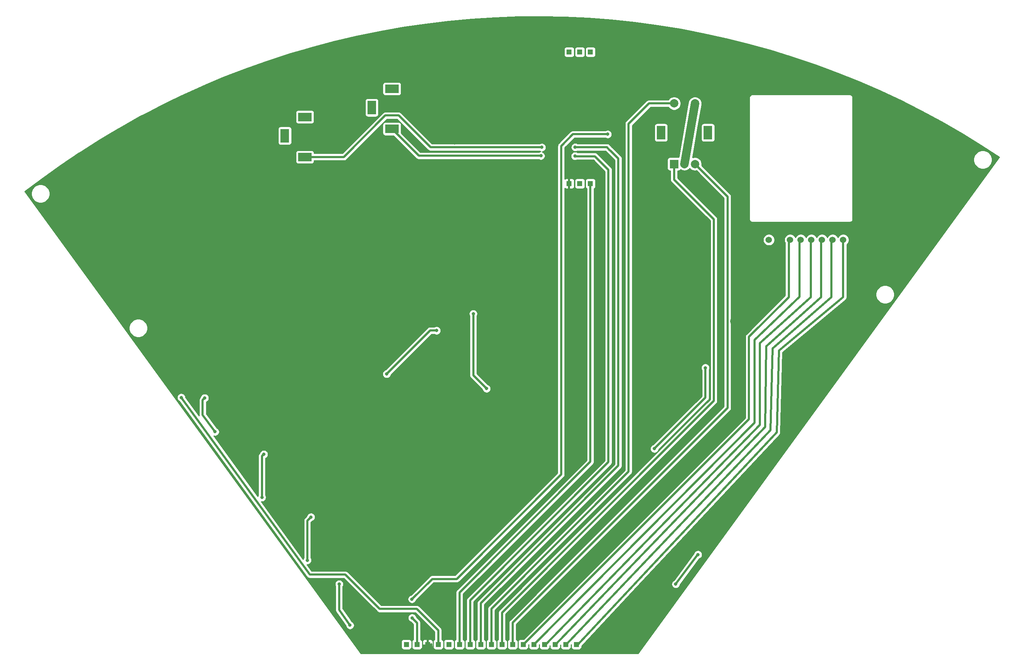
<source format=gbr>
%TF.GenerationSoftware,KiCad,Pcbnew,(5.1.7-0-10_14)*%
%TF.CreationDate,2021-04-08T12:21:10+02:00*%
%TF.ProjectId,MDMA,4d444d41-2e6b-4696-9361-645f70636258,rev?*%
%TF.SameCoordinates,Original*%
%TF.FileFunction,Copper,L2,Bot*%
%TF.FilePolarity,Positive*%
%FSLAX46Y46*%
G04 Gerber Fmt 4.6, Leading zero omitted, Abs format (unit mm)*
G04 Created by KiCad (PCBNEW (5.1.7-0-10_14)) date 2021-04-08 12:21:10*
%MOMM*%
%LPD*%
G01*
G04 APERTURE LIST*
%TA.AperFunction,ComponentPad*%
%ADD10R,1.250000X1.250000*%
%TD*%
%TA.AperFunction,ComponentPad*%
%ADD11R,2.000000X2.000000*%
%TD*%
%TA.AperFunction,ComponentPad*%
%ADD12C,2.000000*%
%TD*%
%TA.AperFunction,ComponentPad*%
%ADD13R,2.000000X3.200000*%
%TD*%
%TA.AperFunction,ComponentPad*%
%ADD14R,3.200000X2.000000*%
%TD*%
%TA.AperFunction,ComponentPad*%
%ADD15C,1.524000*%
%TD*%
%TA.AperFunction,ViaPad*%
%ADD16C,0.800000*%
%TD*%
%TA.AperFunction,ViaPad*%
%ADD17C,2.000000*%
%TD*%
%TA.AperFunction,ViaPad*%
%ADD18C,1.500000*%
%TD*%
%TA.AperFunction,Conductor*%
%ADD19C,0.500000*%
%TD*%
%TA.AperFunction,Conductor*%
%ADD20C,2.000000*%
%TD*%
%TA.AperFunction,Conductor*%
%ADD21C,0.254000*%
%TD*%
%TA.AperFunction,Conductor*%
%ADD22C,0.100000*%
%TD*%
G04 APERTURE END LIST*
D10*
%TO.P,U1,4*%
%TO.N,N/C*%
X158140000Y-33150000D03*
X155600000Y-33150000D03*
X153060000Y-33150000D03*
%TO.P,U1,1*%
%TO.N,Net-(P1-Pad6)*%
X158140000Y-64650000D03*
%TO.P,U1,2*%
%TO.N,+5V*%
X155600000Y-64650000D03*
%TO.P,U1,3*%
%TO.N,GND*%
X153060000Y-64650000D03*
%TD*%
%TO.P,P1,17*%
%TO.N,Net-(P1-Pad17)*%
X154780000Y-174950000D03*
%TO.P,P1,16*%
%TO.N,Net-(P1-Pad16)*%
X152240000Y-174950000D03*
%TO.P,P1,15*%
%TO.N,Net-(P1-Pad15)*%
X149700000Y-174950000D03*
%TO.P,P1,14*%
%TO.N,Net-(P1-Pad14)*%
X147160000Y-174950000D03*
%TO.P,P1,13*%
%TO.N,Net-(P1-Pad13)*%
X144620000Y-174950000D03*
%TO.P,P1,12*%
%TO.N,Net-(P1-Pad12)*%
X142080000Y-174950000D03*
%TO.P,P1,11*%
%TO.N,Net-(P1-Pad11)*%
X139540000Y-174950000D03*
%TO.P,P1,10*%
%TO.N,Net-(P1-Pad10)*%
X137000000Y-174950000D03*
%TO.P,P1,9*%
%TO.N,Net-(P1-Pad9)*%
X134460000Y-174950000D03*
%TO.P,P1,8*%
%TO.N,/switch_led/SW_OUTPUT*%
X131920000Y-174950000D03*
%TO.P,P1,7*%
%TO.N,/switch_led2/SW_OUTPUT*%
X129380000Y-174950000D03*
%TO.P,P1,6*%
%TO.N,Net-(P1-Pad6)*%
X126840000Y-174950000D03*
%TO.P,P1,5*%
%TO.N,/leds/DATA_IN*%
X124300000Y-174950000D03*
%TO.P,P1,4*%
%TO.N,/leds/DATA_OUT*%
X121760000Y-174950000D03*
%TO.P,P1,3*%
%TO.N,GND*%
X119220000Y-174950000D03*
%TO.P,P1,2*%
%TO.N,+3V3*%
X116680000Y-174950000D03*
%TO.P,P1,1*%
%TO.N,+5V*%
X114140000Y-174950000D03*
%TD*%
D11*
%TO.P,SW1,A*%
%TO.N,Net-(P1-Pad10)*%
X178140000Y-59950000D03*
D12*
%TO.P,SW1,C*%
%TO.N,+5V*%
X180640000Y-59950000D03*
%TO.P,SW1,B*%
%TO.N,Net-(P1-Pad11)*%
X183140000Y-59950000D03*
D13*
%TO.P,SW1,MP*%
%TO.N,N/C*%
X175040000Y-52450000D03*
X186240000Y-52450000D03*
D12*
%TO.P,SW1,S2*%
%TO.N,Net-(P1-Pad9)*%
X178140000Y-45450000D03*
%TO.P,SW1,S1*%
%TO.N,+5V*%
X183140000Y-45450000D03*
%TD*%
D13*
%TO.P,SW II,3*%
%TO.N,GND*%
X94660000Y-53190000D03*
%TO.P,SW II,4*%
%TO.N,+5V*%
X85060000Y-53190000D03*
D14*
%TO.P,SW II,2*%
%TO.N,/switch_led/SW_OUTPUT*%
X89860000Y-58290000D03*
%TO.P,SW II,1*%
%TO.N,+5V*%
X89860000Y-48690000D03*
%TD*%
D13*
%TO.P,SW3,3*%
%TO.N,GND*%
X115470000Y-46460000D03*
%TO.P,SW3,4*%
%TO.N,+5V*%
X105870000Y-46460000D03*
D14*
%TO.P,SW3,2*%
%TO.N,/switch_led2/SW_OUTPUT*%
X110670000Y-51560000D03*
%TO.P,SW3,1*%
%TO.N,+5V*%
X110670000Y-41960000D03*
%TD*%
D15*
%TO.P,T1,1*%
%TO.N,+3V3*%
X200800000Y-78110000D03*
%TO.P,T1,2*%
%TO.N,GND*%
X203340000Y-78110000D03*
%TO.P,T1,3*%
%TO.N,Net-(P1-Pad12)*%
X205880000Y-78110000D03*
%TO.P,T1,4*%
%TO.N,Net-(P1-Pad13)*%
X208420000Y-78110000D03*
%TO.P,T1,5*%
%TO.N,Net-(P1-Pad14)*%
X210960000Y-78110000D03*
%TO.P,T1,6*%
%TO.N,Net-(P1-Pad15)*%
X213500000Y-78110000D03*
%TO.P,T1,7*%
%TO.N,Net-(P1-Pad16)*%
X216040000Y-78110000D03*
%TO.P,T1,8*%
%TO.N,Net-(P1-Pad17)*%
X218580000Y-78110000D03*
%TD*%
D16*
%TO.N,GND*%
X110460000Y-172040000D03*
X115930000Y-158080000D03*
X155330000Y-158540000D03*
X155330000Y-158540000D03*
X169570000Y-143190000D03*
X170496000Y-127189000D03*
X173680000Y-112270000D03*
X68070000Y-110740000D03*
X211830000Y-104350000D03*
X213000000Y-113480000D03*
X194160000Y-118190000D03*
X125700000Y-54900000D03*
X172600000Y-63800000D03*
D17*
X192600000Y-97580000D03*
X164084000Y-149098000D03*
X158496000Y-148336000D03*
D18*
X183896000Y-115062000D03*
X189230000Y-115062000D03*
D17*
X210820000Y-107442000D03*
D16*
X83478500Y-97956500D03*
X95907000Y-87779000D03*
X107938500Y-79998500D03*
X184434000Y-82774000D03*
X197008000Y-92298000D03*
X184146000Y-128020000D03*
X178812000Y-128020000D03*
X173258000Y-125954000D03*
X161101000Y-127189000D03*
X153928000Y-127250000D03*
X139206000Y-127240000D03*
X128314000Y-127210000D03*
X107891500Y-127058500D03*
X78851000Y-123809000D03*
X99163000Y-110339000D03*
X112525000Y-99825000D03*
X122929000Y-90671000D03*
X134208000Y-83470000D03*
X146824000Y-83300000D03*
X154759000Y-82877000D03*
X161002000Y-89442000D03*
X154346000Y-98130000D03*
X172248000Y-98770000D03*
X184706000Y-105870000D03*
X189319000Y-109639000D03*
X193753000Y-113333000D03*
X188824000Y-142900000D03*
X175854000Y-158410000D03*
X163992000Y-173320000D03*
X141636000Y-173070000D03*
X93788000Y-142940000D03*
X124602000Y-142860000D03*
X137252000Y-142910000D03*
X148936000Y-142910000D03*
X119640000Y-112770000D03*
X137466000Y-112470000D03*
X156038000Y-112440000D03*
X137104000Y-98100000D03*
%TO.N,/leds/sheet5FFCD275/DIN*%
X100640000Y-170350000D03*
X98060000Y-160500000D03*
X178540000Y-160500000D03*
X183860000Y-153440000D03*
%TO.N,/leds/sheet5FFCE972/DIN*%
X90450000Y-154780000D03*
X91310000Y-144460000D03*
%TO.N,/leds/sheet5FFCF15F/DIN*%
X79590000Y-139740000D03*
X80040000Y-129430000D03*
%TO.N,/leds/sheet5FFCFCC8/DIN*%
X173440000Y-128090000D03*
X185620000Y-108730000D03*
%TO.N,/leds/sheet5FFD0ABE/DIN*%
X109430000Y-110210000D03*
X121350000Y-99810000D03*
%TO.N,/leds/sheet5FFD1E55/DIN*%
X130130000Y-95800000D03*
X133310000Y-113700000D03*
%TO.N,/leds/sheet5FFD364E/DIN*%
X65910000Y-115950000D03*
X68380000Y-124040000D03*
%TO.N,/leds/DATA_OUT*%
X60300000Y-115830000D03*
%TO.N,+3V3*%
X115500000Y-168590000D03*
X115470000Y-164100000D03*
X162260000Y-52830000D03*
%TO.N,/switch_led2/SW_OUTPUT*%
X154460000Y-58060000D03*
X146300000Y-58000000D03*
%TO.N,/switch_led/SW_OUTPUT*%
X154490000Y-55940000D03*
X146510000Y-55970000D03*
%TD*%
D19*
%TO.N,GND*%
X119220000Y-176130000D02*
X119610000Y-176520000D01*
X119220000Y-173650000D02*
X119220000Y-174950000D01*
X119220000Y-174950000D02*
X119220000Y-175250000D01*
X119220000Y-175250000D02*
X119580000Y-175610000D01*
X119580000Y-175610000D02*
X119580000Y-176010000D01*
X119220000Y-176130000D02*
X118890000Y-176130000D01*
X118890000Y-176130000D02*
X118740000Y-175980000D01*
X119220000Y-174950000D02*
X119220000Y-175370000D01*
X118740000Y-175980000D02*
X118740000Y-175850000D01*
X118740000Y-175850000D02*
X118965000Y-175625000D01*
X119220000Y-175370000D02*
X118965000Y-175625000D01*
X118965000Y-175625000D02*
X119150000Y-175810000D01*
X118970000Y-175200000D02*
X119220000Y-174950000D01*
X118190000Y-175200000D02*
X118970000Y-175200000D01*
X118600000Y-175680000D02*
X118370000Y-175680000D01*
X118600000Y-175680000D02*
X118340000Y-175940000D01*
X118190000Y-175500000D02*
X118370000Y-175680000D01*
X118190000Y-175200000D02*
X118190000Y-175500000D01*
X119220000Y-174950000D02*
X119720000Y-174950000D01*
X120120000Y-174860000D02*
X120120000Y-175350000D01*
X120120000Y-175350000D02*
X120145000Y-175375000D01*
X120010000Y-175500000D02*
X120020000Y-175500000D01*
X120020000Y-175500000D02*
X120145000Y-175375000D01*
X120010000Y-175500000D02*
X120010000Y-175400000D01*
X119220000Y-175090000D02*
X119940000Y-175810000D01*
X119220000Y-174950000D02*
X119220000Y-175090000D01*
X120140000Y-175850000D02*
X120140000Y-175630000D01*
X119940000Y-175810000D02*
X119940000Y-176050000D01*
X120140000Y-175630000D02*
X120010000Y-175500000D01*
X119940000Y-176050000D02*
X120140000Y-175850000D01*
X153060000Y-66450000D02*
X153060000Y-64650000D01*
X153060000Y-64650000D02*
X153060000Y-62400000D01*
X165500000Y-42500000D02*
X165300000Y-42700000D01*
D20*
%TO.N,+5V*%
X183140000Y-45450000D02*
X180640000Y-59950000D01*
D19*
%TO.N,/leds/sheet5FFCD275/DIN*%
X178540000Y-160500000D02*
X183860000Y-153360000D01*
X183860000Y-153360000D02*
X183860000Y-153440000D01*
X98050000Y-166630000D02*
X98060000Y-160500000D01*
X100640000Y-170350000D02*
X98050000Y-166630000D01*
%TO.N,/leds/sheet5FFCE972/DIN*%
X90450000Y-154780000D02*
X90450000Y-145320000D01*
X90450000Y-145320000D02*
X91310000Y-144460000D01*
%TO.N,/leds/sheet5FFCF15F/DIN*%
X79590000Y-139740000D02*
X79590000Y-129880000D01*
X79590000Y-129880000D02*
X80040000Y-129430000D01*
%TO.N,/leds/sheet5FFCFCC8/DIN*%
X173440000Y-128090000D02*
X185650000Y-115880000D01*
X185650000Y-115880000D02*
X185650000Y-108760000D01*
X185650000Y-108760000D02*
X185620000Y-108730000D01*
%TO.N,/leds/sheet5FFD0ABE/DIN*%
X109430000Y-110210000D02*
X119840000Y-99800000D01*
X121340000Y-99800000D02*
X121350000Y-99810000D01*
X119840000Y-99800000D02*
X121340000Y-99800000D01*
%TO.N,/leds/sheet5FFD1E55/DIN*%
X130130000Y-110520000D02*
X133310000Y-113700000D01*
X130130000Y-95800000D02*
X130130000Y-110520000D01*
%TO.N,/leds/sheet5FFD364E/DIN*%
X65420000Y-120020000D02*
X68380000Y-124040000D01*
X65420000Y-116440000D02*
X65420000Y-120020000D01*
X65910000Y-115950000D02*
X65420000Y-116440000D01*
%TO.N,/leds/DATA_OUT*%
X121760000Y-174950000D02*
X121760000Y-171550000D01*
X121760000Y-171550000D02*
X116655000Y-166445000D01*
X99541496Y-158231496D02*
X91038504Y-158231496D01*
X60300000Y-115830000D02*
X91038504Y-158231496D01*
X116655000Y-166445000D02*
X107755000Y-166445000D01*
X107755000Y-166445000D02*
X99541496Y-158231496D01*
%TO.N,+3V3*%
X116680000Y-169770000D02*
X115500000Y-168590000D01*
X116680000Y-174950000D02*
X116680000Y-169770000D01*
X115470000Y-164100000D02*
X120300000Y-159270000D01*
X120300000Y-159270000D02*
X126160000Y-159270000D01*
X126160000Y-159270000D02*
X151150000Y-134280000D01*
X151150000Y-134280000D02*
X151150000Y-59090000D01*
X151150000Y-59090000D02*
X151150000Y-55650000D01*
X151150000Y-55650000D02*
X153970000Y-52830000D01*
X153970000Y-52830000D02*
X162260000Y-52830000D01*
%TO.N,Net-(P1-Pad6)*%
X158140000Y-64650000D02*
X158140000Y-131190000D01*
X126840000Y-162490000D02*
X126840000Y-174950000D01*
X158140000Y-131190000D02*
X126840000Y-162490000D01*
%TO.N,/switch_led2/SW_OUTPUT*%
X129380000Y-174950000D02*
X129380000Y-164380000D01*
X129380000Y-164380000D02*
X162460000Y-131300000D01*
X162460000Y-131300000D02*
X162460000Y-61370000D01*
X162460000Y-61370000D02*
X159200001Y-58110001D01*
X154510001Y-58110001D02*
X154460000Y-58060000D01*
X159200001Y-58110001D02*
X154510001Y-58110001D01*
X117110000Y-58000000D02*
X110670000Y-51560000D01*
X146300000Y-58000000D02*
X117110000Y-58000000D01*
%TO.N,/switch_led/SW_OUTPUT*%
X131920000Y-165060000D02*
X131920000Y-174950000D01*
X164830000Y-132150000D02*
X131920000Y-165060000D01*
X162830000Y-56660000D02*
X164830000Y-58660000D01*
X164830000Y-58660000D02*
X164830000Y-132150000D01*
X162830000Y-56660000D02*
X162790000Y-56660000D01*
X162070000Y-55940000D02*
X154490000Y-55940000D01*
X162790000Y-56660000D02*
X162070000Y-55940000D01*
X109100000Y-48350000D02*
X99160000Y-58290000D01*
X99160000Y-58290000D02*
X89860000Y-58290000D01*
X112260000Y-48350000D02*
X109100000Y-48350000D01*
X119880000Y-55970000D02*
X112260000Y-48350000D01*
X146510000Y-55970000D02*
X119880000Y-55970000D01*
%TO.N,Net-(P1-Pad9)*%
X134460000Y-174950000D02*
X134460000Y-166400000D01*
X134460000Y-166400000D02*
X167260000Y-133600000D01*
X167260000Y-133600000D02*
X167260000Y-50360000D01*
X172170000Y-45450000D02*
X178140000Y-45450000D01*
X167260000Y-50360000D02*
X172170000Y-45450000D01*
%TO.N,Net-(P1-Pad10)*%
X137000000Y-174950000D02*
X137000000Y-167320000D01*
X137000000Y-167320000D02*
X180735000Y-123585000D01*
X187650000Y-116670000D02*
X187650000Y-73210000D01*
X178140000Y-63700000D02*
X178140000Y-59950000D01*
X187650000Y-73210000D02*
X178140000Y-63700000D01*
X180735000Y-123585000D02*
X187650000Y-116670000D01*
%TO.N,Net-(P1-Pad11)*%
X139540000Y-174950000D02*
X139540000Y-169760000D01*
X139540000Y-169760000D02*
X190940000Y-118360000D01*
X190940000Y-67750000D02*
X183140000Y-59950000D01*
X190940000Y-118360000D02*
X190940000Y-67750000D01*
%TO.N,Net-(P1-Pad12)*%
X205580000Y-91810000D02*
X205580000Y-78110000D01*
X196040000Y-101350000D02*
X205580000Y-91810000D01*
X196040000Y-121050000D02*
X196040000Y-101350000D01*
X142140000Y-174950000D02*
X196040000Y-121050000D01*
%TO.N,Net-(P1-Pad13)*%
X208180000Y-91710000D02*
X208180000Y-78010000D01*
X197358000Y-102108000D02*
X208180000Y-91710000D01*
X197358000Y-121920000D02*
X197358000Y-102108000D01*
X144740000Y-174850000D02*
X197358000Y-121920000D01*
%TO.N,Net-(P1-Pad14)*%
X210880000Y-91810000D02*
X210880000Y-78110000D01*
X198628000Y-102870000D02*
X210880000Y-91810000D01*
X198628000Y-122428000D02*
X198628000Y-102870000D01*
X147440000Y-174950000D02*
X198628000Y-122428000D01*
%TO.N,Net-(P1-Pad15)*%
X213280000Y-91810000D02*
X213280000Y-78110000D01*
X200152000Y-103632000D02*
X213280000Y-91810000D01*
X199898000Y-122936000D02*
X200152000Y-103632000D01*
X149840000Y-174950000D02*
X199898000Y-122936000D01*
%TO.N,Net-(P1-Pad16)*%
X201676000Y-104140000D02*
X215780000Y-91810000D01*
X215780000Y-91810000D02*
X215780000Y-78110000D01*
X201168000Y-123698000D02*
X201676000Y-104140000D01*
X152340000Y-174950000D02*
X201168000Y-123698000D01*
%TO.N,Net-(P1-Pad17)*%
X218580000Y-91810000D02*
X218580000Y-78110000D01*
X203200000Y-104648000D02*
X218580000Y-91810000D01*
X155140000Y-174950000D02*
X202692000Y-124206000D01*
X202692000Y-124206000D02*
X203200000Y-104648000D01*
X154780000Y-174950000D02*
X155140000Y-174950000D01*
%TD*%
D21*
%TO.N,GND*%
X152004423Y-24778406D02*
X157562944Y-25047725D01*
X163111779Y-25472143D01*
X168646579Y-26051327D01*
X174163112Y-26784832D01*
X179656950Y-27672073D01*
X185123868Y-28712363D01*
X190559664Y-29904906D01*
X195960006Y-31248751D01*
X201320711Y-32742855D01*
X206637629Y-34386064D01*
X211906581Y-36177084D01*
X217123479Y-38114527D01*
X222284273Y-40196891D01*
X227384865Y-42422519D01*
X232421350Y-44789709D01*
X237389770Y-47296599D01*
X242286238Y-49941228D01*
X247107000Y-52721570D01*
X251848223Y-55635416D01*
X255889853Y-58277557D01*
X169546237Y-177120000D01*
X103252765Y-177120000D01*
X101222097Y-174325000D01*
X112876928Y-174325000D01*
X112876928Y-175575000D01*
X112889188Y-175699482D01*
X112925498Y-175819180D01*
X112984463Y-175929494D01*
X113063815Y-176026185D01*
X113160506Y-176105537D01*
X113270820Y-176164502D01*
X113390518Y-176200812D01*
X113515000Y-176213072D01*
X114765000Y-176213072D01*
X114889482Y-176200812D01*
X115009180Y-176164502D01*
X115119494Y-176105537D01*
X115216185Y-176026185D01*
X115295537Y-175929494D01*
X115354502Y-175819180D01*
X115390812Y-175699482D01*
X115403072Y-175575000D01*
X115403072Y-174325000D01*
X115390812Y-174200518D01*
X115354502Y-174080820D01*
X115295537Y-173970506D01*
X115216185Y-173873815D01*
X115119494Y-173794463D01*
X115009180Y-173735498D01*
X114889482Y-173699188D01*
X114765000Y-173686928D01*
X113515000Y-173686928D01*
X113390518Y-173699188D01*
X113270820Y-173735498D01*
X113160506Y-173794463D01*
X113063815Y-173873815D01*
X112984463Y-173970506D01*
X112925498Y-174080820D01*
X112889188Y-174200518D01*
X112876928Y-174325000D01*
X101222097Y-174325000D01*
X91103675Y-160398061D01*
X97025000Y-160398061D01*
X97025000Y-160601939D01*
X97064774Y-160801898D01*
X97142795Y-160990256D01*
X97174123Y-161037142D01*
X97165058Y-166594288D01*
X97160881Y-166647025D01*
X97170008Y-166724462D01*
X97177524Y-166802066D01*
X97180203Y-166810948D01*
X97181288Y-166820157D01*
X97205345Y-166894321D01*
X97227857Y-166968972D01*
X97232215Y-166977157D01*
X97235077Y-166985981D01*
X97273152Y-167054047D01*
X97309785Y-167122852D01*
X97343273Y-167163793D01*
X99605000Y-170412297D01*
X99605000Y-170451939D01*
X99644774Y-170651898D01*
X99722795Y-170840256D01*
X99836063Y-171009774D01*
X99980226Y-171153937D01*
X100149744Y-171267205D01*
X100338102Y-171345226D01*
X100538061Y-171385000D01*
X100741939Y-171385000D01*
X100941898Y-171345226D01*
X101130256Y-171267205D01*
X101299774Y-171153937D01*
X101443937Y-171009774D01*
X101557205Y-170840256D01*
X101635226Y-170651898D01*
X101675000Y-170451939D01*
X101675000Y-170248061D01*
X101635226Y-170048102D01*
X101557205Y-169859744D01*
X101443937Y-169690226D01*
X101299774Y-169546063D01*
X101130256Y-169432795D01*
X101059326Y-169403415D01*
X100422023Y-168488061D01*
X114465000Y-168488061D01*
X114465000Y-168691939D01*
X114504774Y-168891898D01*
X114582795Y-169080256D01*
X114696063Y-169249774D01*
X114840226Y-169393937D01*
X115009744Y-169507205D01*
X115198102Y-169585226D01*
X115254957Y-169596535D01*
X115795001Y-170136580D01*
X115795000Y-173743954D01*
X115700506Y-173794463D01*
X115603815Y-173873815D01*
X115524463Y-173970506D01*
X115465498Y-174080820D01*
X115429188Y-174200518D01*
X115416928Y-174325000D01*
X115416928Y-175575000D01*
X115429188Y-175699482D01*
X115465498Y-175819180D01*
X115524463Y-175929494D01*
X115603815Y-176026185D01*
X115700506Y-176105537D01*
X115810820Y-176164502D01*
X115930518Y-176200812D01*
X116055000Y-176213072D01*
X117305000Y-176213072D01*
X117429482Y-176200812D01*
X117549180Y-176164502D01*
X117659494Y-176105537D01*
X117756185Y-176026185D01*
X117835537Y-175929494D01*
X117894502Y-175819180D01*
X117930812Y-175699482D01*
X117943072Y-175575000D01*
X117943072Y-174325000D01*
X117956928Y-174325000D01*
X117956928Y-175575000D01*
X117969188Y-175699482D01*
X118005498Y-175819180D01*
X118064463Y-175929494D01*
X118143815Y-176026185D01*
X118240506Y-176105537D01*
X118350820Y-176164502D01*
X118470518Y-176200812D01*
X118595000Y-176213072D01*
X119845000Y-176213072D01*
X119969482Y-176200812D01*
X120089180Y-176164502D01*
X120199494Y-176105537D01*
X120296185Y-176026185D01*
X120375537Y-175929494D01*
X120434502Y-175819180D01*
X120470812Y-175699482D01*
X120483072Y-175575000D01*
X120483072Y-174325000D01*
X120470812Y-174200518D01*
X120434502Y-174080820D01*
X120375537Y-173970506D01*
X120296185Y-173873815D01*
X120199494Y-173794463D01*
X120089180Y-173735498D01*
X119969482Y-173699188D01*
X119845000Y-173686928D01*
X118595000Y-173686928D01*
X118470518Y-173699188D01*
X118350820Y-173735498D01*
X118240506Y-173794463D01*
X118143815Y-173873815D01*
X118064463Y-173970506D01*
X118005498Y-174080820D01*
X117969188Y-174200518D01*
X117956928Y-174325000D01*
X117943072Y-174325000D01*
X117930812Y-174200518D01*
X117894502Y-174080820D01*
X117835537Y-173970506D01*
X117756185Y-173873815D01*
X117659494Y-173794463D01*
X117565000Y-173743954D01*
X117565000Y-169813466D01*
X117569281Y-169769999D01*
X117565000Y-169726533D01*
X117565000Y-169726523D01*
X117552195Y-169596510D01*
X117501589Y-169429687D01*
X117419411Y-169275941D01*
X117308817Y-169141183D01*
X117275049Y-169113470D01*
X116506535Y-168344957D01*
X116495226Y-168288102D01*
X116417205Y-168099744D01*
X116303937Y-167930226D01*
X116159774Y-167786063D01*
X115990256Y-167672795D01*
X115801898Y-167594774D01*
X115601939Y-167555000D01*
X115398061Y-167555000D01*
X115198102Y-167594774D01*
X115009744Y-167672795D01*
X114840226Y-167786063D01*
X114696063Y-167930226D01*
X114582795Y-168099744D01*
X114504774Y-168288102D01*
X114465000Y-168488061D01*
X100422023Y-168488061D01*
X98935452Y-166352910D01*
X98944120Y-161039772D01*
X98977205Y-160990256D01*
X99055226Y-160801898D01*
X99095000Y-160601939D01*
X99095000Y-160398061D01*
X99055226Y-160198102D01*
X98977205Y-160009744D01*
X98863937Y-159840226D01*
X98719774Y-159696063D01*
X98550256Y-159582795D01*
X98361898Y-159504774D01*
X98161939Y-159465000D01*
X97958061Y-159465000D01*
X97758102Y-159504774D01*
X97569744Y-159582795D01*
X97400226Y-159696063D01*
X97256063Y-159840226D01*
X97142795Y-160009744D01*
X97064774Y-160198102D01*
X97025000Y-160398061D01*
X91103675Y-160398061D01*
X58649311Y-115728061D01*
X59265000Y-115728061D01*
X59265000Y-115931939D01*
X59304774Y-116131898D01*
X59382795Y-116320256D01*
X59496063Y-116489774D01*
X59640226Y-116633937D01*
X59809744Y-116747205D01*
X59898476Y-116783959D01*
X90286499Y-158701994D01*
X90299093Y-158725555D01*
X90337552Y-158772417D01*
X90347496Y-158786134D01*
X90365127Y-158806017D01*
X90409687Y-158860313D01*
X90422859Y-158871123D01*
X90434172Y-158883881D01*
X90490140Y-158926340D01*
X90544445Y-158970907D01*
X90559483Y-158978945D01*
X90573059Y-158989244D01*
X90636231Y-159019967D01*
X90698191Y-159053085D01*
X90714500Y-159058032D01*
X90729832Y-159065489D01*
X90797785Y-159083297D01*
X90865014Y-159103691D01*
X90881984Y-159105362D01*
X90898467Y-159109682D01*
X90968569Y-159113890D01*
X90995027Y-159116496D01*
X91011979Y-159116496D01*
X91072483Y-159120128D01*
X91098945Y-159116496D01*
X99174918Y-159116496D01*
X107098470Y-167040049D01*
X107126183Y-167073817D01*
X107159951Y-167101530D01*
X107159953Y-167101532D01*
X107214759Y-167146510D01*
X107260941Y-167184411D01*
X107414687Y-167266589D01*
X107581510Y-167317195D01*
X107711523Y-167330000D01*
X107711531Y-167330000D01*
X107755000Y-167334281D01*
X107798469Y-167330000D01*
X116288422Y-167330000D01*
X120875001Y-171916580D01*
X120875000Y-173743954D01*
X120780506Y-173794463D01*
X120683815Y-173873815D01*
X120604463Y-173970506D01*
X120545498Y-174080820D01*
X120509188Y-174200518D01*
X120496928Y-174325000D01*
X120496928Y-175575000D01*
X120509188Y-175699482D01*
X120545498Y-175819180D01*
X120604463Y-175929494D01*
X120683815Y-176026185D01*
X120780506Y-176105537D01*
X120890820Y-176164502D01*
X121010518Y-176200812D01*
X121135000Y-176213072D01*
X122385000Y-176213072D01*
X122509482Y-176200812D01*
X122629180Y-176164502D01*
X122739494Y-176105537D01*
X122836185Y-176026185D01*
X122915537Y-175929494D01*
X122974502Y-175819180D01*
X123010812Y-175699482D01*
X123023072Y-175575000D01*
X123023072Y-174325000D01*
X123036928Y-174325000D01*
X123036928Y-175575000D01*
X123049188Y-175699482D01*
X123085498Y-175819180D01*
X123144463Y-175929494D01*
X123223815Y-176026185D01*
X123320506Y-176105537D01*
X123430820Y-176164502D01*
X123550518Y-176200812D01*
X123675000Y-176213072D01*
X124925000Y-176213072D01*
X125049482Y-176200812D01*
X125169180Y-176164502D01*
X125279494Y-176105537D01*
X125376185Y-176026185D01*
X125455537Y-175929494D01*
X125514502Y-175819180D01*
X125550812Y-175699482D01*
X125563072Y-175575000D01*
X125563072Y-174325000D01*
X125576928Y-174325000D01*
X125576928Y-175575000D01*
X125589188Y-175699482D01*
X125625498Y-175819180D01*
X125684463Y-175929494D01*
X125763815Y-176026185D01*
X125860506Y-176105537D01*
X125970820Y-176164502D01*
X126090518Y-176200812D01*
X126215000Y-176213072D01*
X127465000Y-176213072D01*
X127589482Y-176200812D01*
X127709180Y-176164502D01*
X127819494Y-176105537D01*
X127916185Y-176026185D01*
X127995537Y-175929494D01*
X128054502Y-175819180D01*
X128090812Y-175699482D01*
X128103072Y-175575000D01*
X128103072Y-174325000D01*
X128116928Y-174325000D01*
X128116928Y-175575000D01*
X128129188Y-175699482D01*
X128165498Y-175819180D01*
X128224463Y-175929494D01*
X128303815Y-176026185D01*
X128400506Y-176105537D01*
X128510820Y-176164502D01*
X128630518Y-176200812D01*
X128755000Y-176213072D01*
X130005000Y-176213072D01*
X130129482Y-176200812D01*
X130249180Y-176164502D01*
X130359494Y-176105537D01*
X130456185Y-176026185D01*
X130535537Y-175929494D01*
X130594502Y-175819180D01*
X130630812Y-175699482D01*
X130643072Y-175575000D01*
X130643072Y-174325000D01*
X130656928Y-174325000D01*
X130656928Y-175575000D01*
X130669188Y-175699482D01*
X130705498Y-175819180D01*
X130764463Y-175929494D01*
X130843815Y-176026185D01*
X130940506Y-176105537D01*
X131050820Y-176164502D01*
X131170518Y-176200812D01*
X131295000Y-176213072D01*
X132545000Y-176213072D01*
X132669482Y-176200812D01*
X132789180Y-176164502D01*
X132899494Y-176105537D01*
X132996185Y-176026185D01*
X133075537Y-175929494D01*
X133134502Y-175819180D01*
X133170812Y-175699482D01*
X133183072Y-175575000D01*
X133183072Y-174325000D01*
X133196928Y-174325000D01*
X133196928Y-175575000D01*
X133209188Y-175699482D01*
X133245498Y-175819180D01*
X133304463Y-175929494D01*
X133383815Y-176026185D01*
X133480506Y-176105537D01*
X133590820Y-176164502D01*
X133710518Y-176200812D01*
X133835000Y-176213072D01*
X135085000Y-176213072D01*
X135209482Y-176200812D01*
X135329180Y-176164502D01*
X135439494Y-176105537D01*
X135536185Y-176026185D01*
X135615537Y-175929494D01*
X135674502Y-175819180D01*
X135710812Y-175699482D01*
X135723072Y-175575000D01*
X135723072Y-174325000D01*
X135736928Y-174325000D01*
X135736928Y-175575000D01*
X135749188Y-175699482D01*
X135785498Y-175819180D01*
X135844463Y-175929494D01*
X135923815Y-176026185D01*
X136020506Y-176105537D01*
X136130820Y-176164502D01*
X136250518Y-176200812D01*
X136375000Y-176213072D01*
X137625000Y-176213072D01*
X137749482Y-176200812D01*
X137869180Y-176164502D01*
X137979494Y-176105537D01*
X138076185Y-176026185D01*
X138155537Y-175929494D01*
X138214502Y-175819180D01*
X138250812Y-175699482D01*
X138263072Y-175575000D01*
X138263072Y-174325000D01*
X138250812Y-174200518D01*
X138214502Y-174080820D01*
X138155537Y-173970506D01*
X138076185Y-173873815D01*
X137979494Y-173794463D01*
X137885000Y-173743954D01*
X137885000Y-167686578D01*
X181391532Y-124180047D01*
X181391537Y-124180041D01*
X188245051Y-117326528D01*
X188278817Y-117298817D01*
X188309371Y-117261588D01*
X188389411Y-117164059D01*
X188389412Y-117164058D01*
X188471589Y-117010313D01*
X188522195Y-116843490D01*
X188535000Y-116713477D01*
X188535000Y-116713469D01*
X188539281Y-116670000D01*
X188535000Y-116626531D01*
X188535000Y-73253469D01*
X188539281Y-73210000D01*
X188535000Y-73166531D01*
X188535000Y-73166523D01*
X188522195Y-73036510D01*
X188471589Y-72869687D01*
X188389411Y-72715941D01*
X188278817Y-72581183D01*
X188245049Y-72553470D01*
X179025000Y-63333422D01*
X179025000Y-61588072D01*
X179140000Y-61588072D01*
X179264482Y-61575812D01*
X179384180Y-61539502D01*
X179494494Y-61480537D01*
X179591185Y-61401185D01*
X179670537Y-61304494D01*
X179684566Y-61278247D01*
X179762533Y-61338959D01*
X179815891Y-61365746D01*
X179865537Y-61398918D01*
X179959490Y-61437835D01*
X180050366Y-61483456D01*
X180107923Y-61499318D01*
X180163088Y-61522168D01*
X180262831Y-61542008D01*
X180360859Y-61569023D01*
X180420405Y-61573351D01*
X180478967Y-61585000D01*
X180580659Y-61585000D01*
X180682077Y-61592372D01*
X180741325Y-61585000D01*
X180801033Y-61585000D01*
X180900774Y-61565160D01*
X181001680Y-61552605D01*
X181058348Y-61533817D01*
X181116912Y-61522168D01*
X181210872Y-61483249D01*
X181307382Y-61451251D01*
X181359296Y-61421769D01*
X181414463Y-61398918D01*
X181499014Y-61342423D01*
X181587439Y-61292206D01*
X181632609Y-61253157D01*
X181682252Y-61219987D01*
X181754160Y-61148079D01*
X181831086Y-61081578D01*
X181867766Y-61034473D01*
X181890000Y-61012239D01*
X182097748Y-61219987D01*
X182365537Y-61398918D01*
X182663088Y-61522168D01*
X182978967Y-61585000D01*
X183301033Y-61585000D01*
X183486525Y-61548103D01*
X190055001Y-68116580D01*
X190055000Y-117993421D01*
X138944952Y-169103470D01*
X138911184Y-169131183D01*
X138883471Y-169164951D01*
X138883468Y-169164954D01*
X138800590Y-169265941D01*
X138718412Y-169419687D01*
X138667805Y-169586510D01*
X138650719Y-169760000D01*
X138655001Y-169803479D01*
X138655000Y-173743954D01*
X138560506Y-173794463D01*
X138463815Y-173873815D01*
X138384463Y-173970506D01*
X138325498Y-174080820D01*
X138289188Y-174200518D01*
X138276928Y-174325000D01*
X138276928Y-175575000D01*
X138289188Y-175699482D01*
X138325498Y-175819180D01*
X138384463Y-175929494D01*
X138463815Y-176026185D01*
X138560506Y-176105537D01*
X138670820Y-176164502D01*
X138790518Y-176200812D01*
X138915000Y-176213072D01*
X140165000Y-176213072D01*
X140289482Y-176200812D01*
X140409180Y-176164502D01*
X140519494Y-176105537D01*
X140616185Y-176026185D01*
X140695537Y-175929494D01*
X140754502Y-175819180D01*
X140790812Y-175699482D01*
X140803072Y-175575000D01*
X140803072Y-174325000D01*
X140816928Y-174325000D01*
X140816928Y-175575000D01*
X140829188Y-175699482D01*
X140865498Y-175819180D01*
X140924463Y-175929494D01*
X141003815Y-176026185D01*
X141100506Y-176105537D01*
X141210820Y-176164502D01*
X141330518Y-176200812D01*
X141455000Y-176213072D01*
X142705000Y-176213072D01*
X142829482Y-176200812D01*
X142949180Y-176164502D01*
X143059494Y-176105537D01*
X143156185Y-176026185D01*
X143235537Y-175929494D01*
X143294502Y-175819180D01*
X143330812Y-175699482D01*
X143343072Y-175575000D01*
X143343072Y-174998506D01*
X143356928Y-174984650D01*
X143356928Y-175575000D01*
X143369188Y-175699482D01*
X143405498Y-175819180D01*
X143464463Y-175929494D01*
X143543815Y-176026185D01*
X143640506Y-176105537D01*
X143750820Y-176164502D01*
X143870518Y-176200812D01*
X143995000Y-176213072D01*
X145245000Y-176213072D01*
X145369482Y-176200812D01*
X145489180Y-176164502D01*
X145599494Y-176105537D01*
X145696185Y-176026185D01*
X145775537Y-175929494D01*
X145834502Y-175819180D01*
X145870812Y-175699482D01*
X145883072Y-175575000D01*
X145883072Y-174955444D01*
X145896928Y-174941506D01*
X145896928Y-175575000D01*
X145909188Y-175699482D01*
X145945498Y-175819180D01*
X146004463Y-175929494D01*
X146083815Y-176026185D01*
X146180506Y-176105537D01*
X146290820Y-176164502D01*
X146410518Y-176200812D01*
X146535000Y-176213072D01*
X147785000Y-176213072D01*
X147909482Y-176200812D01*
X148029180Y-176164502D01*
X148139494Y-176105537D01*
X148236185Y-176026185D01*
X148315537Y-175929494D01*
X148374502Y-175819180D01*
X148410812Y-175699482D01*
X148423072Y-175575000D01*
X148423072Y-175209300D01*
X148436928Y-175195082D01*
X148436928Y-175575000D01*
X148449188Y-175699482D01*
X148485498Y-175819180D01*
X148544463Y-175929494D01*
X148623815Y-176026185D01*
X148720506Y-176105537D01*
X148830820Y-176164502D01*
X148950518Y-176200812D01*
X149075000Y-176213072D01*
X150325000Y-176213072D01*
X150449482Y-176200812D01*
X150569180Y-176164502D01*
X150679494Y-176105537D01*
X150776185Y-176026185D01*
X150855537Y-175929494D01*
X150914502Y-175819180D01*
X150950812Y-175699482D01*
X150963072Y-175575000D01*
X150963072Y-175059310D01*
X150976928Y-175044912D01*
X150976928Y-175575000D01*
X150989188Y-175699482D01*
X151025498Y-175819180D01*
X151084463Y-175929494D01*
X151163815Y-176026185D01*
X151260506Y-176105537D01*
X151370820Y-176164502D01*
X151490518Y-176200812D01*
X151615000Y-176213072D01*
X152865000Y-176213072D01*
X152989482Y-176200812D01*
X153109180Y-176164502D01*
X153219494Y-176105537D01*
X153316185Y-176026185D01*
X153395537Y-175929494D01*
X153454502Y-175819180D01*
X153490812Y-175699482D01*
X153503072Y-175575000D01*
X153503072Y-175012210D01*
X153516928Y-174997666D01*
X153516928Y-175575000D01*
X153529188Y-175699482D01*
X153565498Y-175819180D01*
X153624463Y-175929494D01*
X153703815Y-176026185D01*
X153800506Y-176105537D01*
X153910820Y-176164502D01*
X154030518Y-176200812D01*
X154155000Y-176213072D01*
X155405000Y-176213072D01*
X155529482Y-176200812D01*
X155649180Y-176164502D01*
X155759494Y-176105537D01*
X155856185Y-176026185D01*
X155935537Y-175929494D01*
X155994502Y-175819180D01*
X156030812Y-175699482D01*
X156043072Y-175575000D01*
X156043072Y-175280575D01*
X169989416Y-160398061D01*
X177505000Y-160398061D01*
X177505000Y-160601939D01*
X177544774Y-160801898D01*
X177622795Y-160990256D01*
X177736063Y-161159774D01*
X177880226Y-161303937D01*
X178049744Y-161417205D01*
X178238102Y-161495226D01*
X178438061Y-161535000D01*
X178641939Y-161535000D01*
X178841898Y-161495226D01*
X179030256Y-161417205D01*
X179199774Y-161303937D01*
X179343937Y-161159774D01*
X179457205Y-160990256D01*
X179535226Y-160801898D01*
X179575000Y-160601939D01*
X179575000Y-160592138D01*
X184162773Y-154434863D01*
X184350256Y-154357205D01*
X184519774Y-154243937D01*
X184663937Y-154099774D01*
X184777205Y-153930256D01*
X184855226Y-153741898D01*
X184895000Y-153541939D01*
X184895000Y-153338061D01*
X184855226Y-153138102D01*
X184777205Y-152949744D01*
X184663937Y-152780226D01*
X184519774Y-152636063D01*
X184350256Y-152522795D01*
X184161898Y-152444774D01*
X183961939Y-152405000D01*
X183758061Y-152405000D01*
X183558102Y-152444774D01*
X183369744Y-152522795D01*
X183200226Y-152636063D01*
X183056063Y-152780226D01*
X182942795Y-152949744D01*
X182864774Y-153138102D01*
X182844049Y-153242296D01*
X178151010Y-159540849D01*
X178049744Y-159582795D01*
X177880226Y-159696063D01*
X177736063Y-159840226D01*
X177622795Y-160009744D01*
X177544774Y-160198102D01*
X177505000Y-160398061D01*
X169989416Y-160398061D01*
X203290294Y-124861813D01*
X203304277Y-124850932D01*
X203349782Y-124798331D01*
X203367499Y-124779425D01*
X203378233Y-124765444D01*
X203418333Y-124719091D01*
X203431198Y-124696457D01*
X203447056Y-124675801D01*
X203474189Y-124620817D01*
X203504475Y-124567531D01*
X203512677Y-124542822D01*
X203524201Y-124519469D01*
X203540083Y-124460259D01*
X203559396Y-124402078D01*
X203562620Y-124376241D01*
X203569366Y-124351091D01*
X203573391Y-124289919D01*
X203575572Y-124272441D01*
X203576244Y-124246556D01*
X203580812Y-124177138D01*
X203578504Y-124159569D01*
X204074311Y-105070991D01*
X219144352Y-92491722D01*
X219208817Y-92438817D01*
X219238872Y-92402196D01*
X219272101Y-92368408D01*
X219294041Y-92334972D01*
X219319411Y-92304059D01*
X219341749Y-92262266D01*
X219367741Y-92222656D01*
X219382736Y-92185586D01*
X219401589Y-92150313D01*
X219415344Y-92104969D01*
X219433111Y-92061045D01*
X219440585Y-92021764D01*
X219452195Y-91983490D01*
X219456841Y-91936322D01*
X219465694Y-91889788D01*
X219465000Y-91806468D01*
X219465000Y-90965872D01*
X226365000Y-90965872D01*
X226365000Y-91406128D01*
X226450890Y-91837925D01*
X226619369Y-92244669D01*
X226863962Y-92610729D01*
X227175271Y-92922038D01*
X227541331Y-93166631D01*
X227948075Y-93335110D01*
X228379872Y-93421000D01*
X228820128Y-93421000D01*
X229251925Y-93335110D01*
X229658669Y-93166631D01*
X230024729Y-92922038D01*
X230336038Y-92610729D01*
X230580631Y-92244669D01*
X230749110Y-91837925D01*
X230835000Y-91406128D01*
X230835000Y-90965872D01*
X230749110Y-90534075D01*
X230580631Y-90127331D01*
X230336038Y-89761271D01*
X230024729Y-89449962D01*
X229658669Y-89205369D01*
X229251925Y-89036890D01*
X228820128Y-88951000D01*
X228379872Y-88951000D01*
X227948075Y-89036890D01*
X227541331Y-89205369D01*
X227175271Y-89449962D01*
X226863962Y-89761271D01*
X226619369Y-90127331D01*
X226450890Y-90534075D01*
X226365000Y-90965872D01*
X219465000Y-90965872D01*
X219465000Y-79198818D01*
X219470535Y-79195120D01*
X219665120Y-79000535D01*
X219818005Y-78771727D01*
X219923314Y-78517490D01*
X219977000Y-78247592D01*
X219977000Y-77972408D01*
X219923314Y-77702510D01*
X219818005Y-77448273D01*
X219665120Y-77219465D01*
X219470535Y-77024880D01*
X219241727Y-76871995D01*
X218987490Y-76766686D01*
X218717592Y-76713000D01*
X218442408Y-76713000D01*
X218172510Y-76766686D01*
X217918273Y-76871995D01*
X217689465Y-77024880D01*
X217494880Y-77219465D01*
X217341995Y-77448273D01*
X217310000Y-77525515D01*
X217278005Y-77448273D01*
X217125120Y-77219465D01*
X216930535Y-77024880D01*
X216701727Y-76871995D01*
X216447490Y-76766686D01*
X216177592Y-76713000D01*
X215902408Y-76713000D01*
X215632510Y-76766686D01*
X215378273Y-76871995D01*
X215149465Y-77024880D01*
X214954880Y-77219465D01*
X214801995Y-77448273D01*
X214770000Y-77525515D01*
X214738005Y-77448273D01*
X214585120Y-77219465D01*
X214390535Y-77024880D01*
X214161727Y-76871995D01*
X213907490Y-76766686D01*
X213637592Y-76713000D01*
X213362408Y-76713000D01*
X213092510Y-76766686D01*
X212838273Y-76871995D01*
X212609465Y-77024880D01*
X212414880Y-77219465D01*
X212261995Y-77448273D01*
X212230000Y-77525515D01*
X212198005Y-77448273D01*
X212045120Y-77219465D01*
X211850535Y-77024880D01*
X211621727Y-76871995D01*
X211367490Y-76766686D01*
X211097592Y-76713000D01*
X210822408Y-76713000D01*
X210552510Y-76766686D01*
X210298273Y-76871995D01*
X210069465Y-77024880D01*
X209874880Y-77219465D01*
X209721995Y-77448273D01*
X209690000Y-77525515D01*
X209658005Y-77448273D01*
X209505120Y-77219465D01*
X209310535Y-77024880D01*
X209081727Y-76871995D01*
X208827490Y-76766686D01*
X208557592Y-76713000D01*
X208282408Y-76713000D01*
X208012510Y-76766686D01*
X207758273Y-76871995D01*
X207529465Y-77024880D01*
X207334880Y-77219465D01*
X207181995Y-77448273D01*
X207150000Y-77525515D01*
X207118005Y-77448273D01*
X206965120Y-77219465D01*
X206770535Y-77024880D01*
X206541727Y-76871995D01*
X206287490Y-76766686D01*
X206017592Y-76713000D01*
X205742408Y-76713000D01*
X205472510Y-76766686D01*
X205218273Y-76871995D01*
X204989465Y-77024880D01*
X204794880Y-77219465D01*
X204641995Y-77448273D01*
X204536686Y-77702510D01*
X204483000Y-77972408D01*
X204483000Y-78247592D01*
X204536686Y-78517490D01*
X204641995Y-78771727D01*
X204695001Y-78851056D01*
X204695000Y-91443421D01*
X195444952Y-100693470D01*
X195411184Y-100721183D01*
X195383471Y-100754951D01*
X195383468Y-100754954D01*
X195300590Y-100855941D01*
X195218412Y-101009687D01*
X195167805Y-101176510D01*
X195150719Y-101350000D01*
X195155001Y-101393479D01*
X195155000Y-120683421D01*
X142151494Y-173686928D01*
X141455000Y-173686928D01*
X141330518Y-173699188D01*
X141210820Y-173735498D01*
X141100506Y-173794463D01*
X141003815Y-173873815D01*
X140924463Y-173970506D01*
X140865498Y-174080820D01*
X140829188Y-174200518D01*
X140816928Y-174325000D01*
X140803072Y-174325000D01*
X140790812Y-174200518D01*
X140754502Y-174080820D01*
X140695537Y-173970506D01*
X140616185Y-173873815D01*
X140519494Y-173794463D01*
X140425000Y-173743954D01*
X140425000Y-170126578D01*
X191535051Y-119016528D01*
X191568817Y-118988817D01*
X191679411Y-118854059D01*
X191761589Y-118700313D01*
X191812195Y-118533490D01*
X191825000Y-118403477D01*
X191825000Y-118403467D01*
X191829281Y-118360001D01*
X191825000Y-118316535D01*
X191825000Y-77972408D01*
X199403000Y-77972408D01*
X199403000Y-78247592D01*
X199456686Y-78517490D01*
X199561995Y-78771727D01*
X199714880Y-79000535D01*
X199909465Y-79195120D01*
X200138273Y-79348005D01*
X200392510Y-79453314D01*
X200662408Y-79507000D01*
X200937592Y-79507000D01*
X201207490Y-79453314D01*
X201461727Y-79348005D01*
X201690535Y-79195120D01*
X201885120Y-79000535D01*
X202038005Y-78771727D01*
X202143314Y-78517490D01*
X202197000Y-78247592D01*
X202197000Y-77972408D01*
X202143314Y-77702510D01*
X202038005Y-77448273D01*
X201885120Y-77219465D01*
X201690535Y-77024880D01*
X201461727Y-76871995D01*
X201207490Y-76766686D01*
X200937592Y-76713000D01*
X200662408Y-76713000D01*
X200392510Y-76766686D01*
X200138273Y-76871995D01*
X199909465Y-77024880D01*
X199714880Y-77219465D01*
X199561995Y-77448273D01*
X199456686Y-77702510D01*
X199403000Y-77972408D01*
X191825000Y-77972408D01*
X191825000Y-67793469D01*
X191829281Y-67750000D01*
X191825000Y-67706531D01*
X191825000Y-67706523D01*
X191812195Y-67576510D01*
X191761589Y-67409687D01*
X191679411Y-67255941D01*
X191568817Y-67121183D01*
X191535049Y-67093470D01*
X184738103Y-60296525D01*
X184775000Y-60111033D01*
X184775000Y-59788967D01*
X184712168Y-59473088D01*
X184588918Y-59175537D01*
X184409987Y-58907748D01*
X184182252Y-58680013D01*
X183914463Y-58501082D01*
X183616912Y-58377832D01*
X183301033Y-58315000D01*
X182978967Y-58315000D01*
X182663088Y-58377832D01*
X182563042Y-58419273D01*
X183868088Y-50850000D01*
X184601928Y-50850000D01*
X184601928Y-54050000D01*
X184614188Y-54174482D01*
X184650498Y-54294180D01*
X184709463Y-54404494D01*
X184788815Y-54501185D01*
X184885506Y-54580537D01*
X184995820Y-54639502D01*
X185115518Y-54675812D01*
X185240000Y-54688072D01*
X187240000Y-54688072D01*
X187364482Y-54675812D01*
X187484180Y-54639502D01*
X187594494Y-54580537D01*
X187691185Y-54501185D01*
X187770537Y-54404494D01*
X187829502Y-54294180D01*
X187865812Y-54174482D01*
X187878072Y-54050000D01*
X187878072Y-50850000D01*
X187865812Y-50725518D01*
X187829502Y-50605820D01*
X187770537Y-50495506D01*
X187691185Y-50398815D01*
X187594494Y-50319463D01*
X187484180Y-50260498D01*
X187364482Y-50224188D01*
X187240000Y-50211928D01*
X185240000Y-50211928D01*
X185115518Y-50224188D01*
X184995820Y-50260498D01*
X184885506Y-50319463D01*
X184788815Y-50398815D01*
X184709463Y-50495506D01*
X184650498Y-50605820D01*
X184614188Y-50725518D01*
X184601928Y-50850000D01*
X183868088Y-50850000D01*
X184747665Y-45748453D01*
X184775000Y-45611033D01*
X184775000Y-45509340D01*
X184782372Y-45407923D01*
X184775000Y-45348675D01*
X184775000Y-45288967D01*
X184755160Y-45189226D01*
X184742605Y-45088320D01*
X184723817Y-45031652D01*
X184712168Y-44973088D01*
X184673249Y-44879128D01*
X184641251Y-44782618D01*
X184611769Y-44730704D01*
X184588918Y-44675537D01*
X184532423Y-44590986D01*
X184482206Y-44502561D01*
X184443157Y-44457391D01*
X184409987Y-44407748D01*
X184338079Y-44335840D01*
X184271578Y-44258914D01*
X184224473Y-44222234D01*
X184182252Y-44180013D01*
X184097697Y-44123515D01*
X184017467Y-44061041D01*
X183964109Y-44034254D01*
X183914463Y-44001082D01*
X183911851Y-44000000D01*
X196136807Y-44000000D01*
X196140000Y-44032419D01*
X196140001Y-73167571D01*
X196136807Y-73200000D01*
X196149550Y-73329383D01*
X196187290Y-73453793D01*
X196248575Y-73568450D01*
X196331052Y-73668948D01*
X196431550Y-73751425D01*
X196546207Y-73812710D01*
X196670617Y-73850450D01*
X196767581Y-73860000D01*
X196800000Y-73863193D01*
X196832419Y-73860000D01*
X220167581Y-73860000D01*
X220200000Y-73863193D01*
X220232419Y-73860000D01*
X220329383Y-73850450D01*
X220453793Y-73812710D01*
X220568450Y-73751425D01*
X220668948Y-73668948D01*
X220751425Y-73568450D01*
X220812710Y-73453793D01*
X220850450Y-73329383D01*
X220863193Y-73200000D01*
X220860000Y-73167581D01*
X220860000Y-58707872D01*
X249733000Y-58707872D01*
X249733000Y-59148128D01*
X249818890Y-59579925D01*
X249987369Y-59986669D01*
X250231962Y-60352729D01*
X250543271Y-60664038D01*
X250909331Y-60908631D01*
X251316075Y-61077110D01*
X251747872Y-61163000D01*
X252188128Y-61163000D01*
X252619925Y-61077110D01*
X253026669Y-60908631D01*
X253392729Y-60664038D01*
X253704038Y-60352729D01*
X253948631Y-59986669D01*
X254117110Y-59579925D01*
X254203000Y-59148128D01*
X254203000Y-58707872D01*
X254117110Y-58276075D01*
X253948631Y-57869331D01*
X253704038Y-57503271D01*
X253392729Y-57191962D01*
X253026669Y-56947369D01*
X252619925Y-56778890D01*
X252188128Y-56693000D01*
X251747872Y-56693000D01*
X251316075Y-56778890D01*
X250909331Y-56947369D01*
X250543271Y-57191962D01*
X250231962Y-57503271D01*
X249987369Y-57869331D01*
X249818890Y-58276075D01*
X249733000Y-58707872D01*
X220860000Y-58707872D01*
X220860000Y-44032419D01*
X220863193Y-44000000D01*
X220850450Y-43870617D01*
X220812710Y-43746207D01*
X220751425Y-43631550D01*
X220668948Y-43531052D01*
X220568450Y-43448575D01*
X220453793Y-43387290D01*
X220329383Y-43349550D01*
X220232419Y-43340000D01*
X220200000Y-43336807D01*
X220167581Y-43340000D01*
X196832419Y-43340000D01*
X196800000Y-43336807D01*
X196767581Y-43340000D01*
X196670617Y-43349550D01*
X196546207Y-43387290D01*
X196431550Y-43448575D01*
X196331052Y-43531052D01*
X196248575Y-43631550D01*
X196187290Y-43746207D01*
X196149550Y-43870617D01*
X196136807Y-44000000D01*
X183911851Y-44000000D01*
X183820510Y-43962165D01*
X183729634Y-43916544D01*
X183672077Y-43900682D01*
X183616912Y-43877832D01*
X183517169Y-43857992D01*
X183419141Y-43830977D01*
X183359595Y-43826649D01*
X183301033Y-43815000D01*
X183199341Y-43815000D01*
X183097922Y-43807628D01*
X183038674Y-43815000D01*
X182978967Y-43815000D01*
X182879226Y-43834840D01*
X182778320Y-43847395D01*
X182721652Y-43866183D01*
X182663088Y-43877832D01*
X182569131Y-43916750D01*
X182472617Y-43948749D01*
X182420701Y-43978232D01*
X182365537Y-44001082D01*
X182280991Y-44057574D01*
X182192560Y-44107794D01*
X182147387Y-44146846D01*
X182097748Y-44180013D01*
X182025846Y-44251915D01*
X181948913Y-44318422D01*
X181912229Y-44365532D01*
X181870013Y-44407748D01*
X181813521Y-44492294D01*
X181751040Y-44572533D01*
X181724250Y-44625897D01*
X181691082Y-44675537D01*
X181652170Y-44769479D01*
X181606543Y-44860366D01*
X181590679Y-44917930D01*
X181567832Y-44973088D01*
X181547995Y-45072816D01*
X181542419Y-45093049D01*
X181532325Y-45151596D01*
X181505000Y-45288967D01*
X181505000Y-45310079D01*
X179261244Y-58323869D01*
X179140000Y-58311928D01*
X177140000Y-58311928D01*
X177015518Y-58324188D01*
X176895820Y-58360498D01*
X176785506Y-58419463D01*
X176688815Y-58498815D01*
X176609463Y-58595506D01*
X176550498Y-58705820D01*
X176514188Y-58825518D01*
X176501928Y-58950000D01*
X176501928Y-60950000D01*
X176514188Y-61074482D01*
X176550498Y-61194180D01*
X176609463Y-61304494D01*
X176688815Y-61401185D01*
X176785506Y-61480537D01*
X176895820Y-61539502D01*
X177015518Y-61575812D01*
X177140000Y-61588072D01*
X177255001Y-61588072D01*
X177255000Y-63656531D01*
X177250719Y-63700000D01*
X177255000Y-63743469D01*
X177255000Y-63743476D01*
X177267805Y-63873489D01*
X177318411Y-64040312D01*
X177400589Y-64194058D01*
X177511183Y-64328817D01*
X177544956Y-64356534D01*
X186765001Y-73576580D01*
X186765000Y-116303421D01*
X180139959Y-122928463D01*
X180139953Y-122928468D01*
X136404952Y-166663470D01*
X136371184Y-166691183D01*
X136343471Y-166724951D01*
X136343468Y-166724954D01*
X136260590Y-166825941D01*
X136178412Y-166979687D01*
X136127805Y-167146510D01*
X136110719Y-167320000D01*
X136115001Y-167363479D01*
X136115000Y-173743954D01*
X136020506Y-173794463D01*
X135923815Y-173873815D01*
X135844463Y-173970506D01*
X135785498Y-174080820D01*
X135749188Y-174200518D01*
X135736928Y-174325000D01*
X135723072Y-174325000D01*
X135710812Y-174200518D01*
X135674502Y-174080820D01*
X135615537Y-173970506D01*
X135536185Y-173873815D01*
X135439494Y-173794463D01*
X135345000Y-173743954D01*
X135345000Y-166766578D01*
X167855051Y-134256528D01*
X167888817Y-134228817D01*
X167999411Y-134094059D01*
X168081589Y-133940313D01*
X168132195Y-133773490D01*
X168145000Y-133643477D01*
X168145000Y-133643469D01*
X168149281Y-133600000D01*
X168145000Y-133556531D01*
X168145000Y-127988061D01*
X172405000Y-127988061D01*
X172405000Y-128191939D01*
X172444774Y-128391898D01*
X172522795Y-128580256D01*
X172636063Y-128749774D01*
X172780226Y-128893937D01*
X172949744Y-129007205D01*
X173138102Y-129085226D01*
X173338061Y-129125000D01*
X173541939Y-129125000D01*
X173741898Y-129085226D01*
X173930256Y-129007205D01*
X174099774Y-128893937D01*
X174243937Y-128749774D01*
X174357205Y-128580256D01*
X174435226Y-128391898D01*
X174446535Y-128335043D01*
X186245051Y-116536528D01*
X186278817Y-116508817D01*
X186389411Y-116374059D01*
X186446896Y-116266511D01*
X186471589Y-116220314D01*
X186522195Y-116053490D01*
X186526137Y-116013468D01*
X186535000Y-115923477D01*
X186535000Y-115923469D01*
X186539281Y-115880000D01*
X186535000Y-115836531D01*
X186535000Y-109223556D01*
X186537205Y-109220256D01*
X186615226Y-109031898D01*
X186655000Y-108831939D01*
X186655000Y-108628061D01*
X186615226Y-108428102D01*
X186537205Y-108239744D01*
X186423937Y-108070226D01*
X186279774Y-107926063D01*
X186110256Y-107812795D01*
X185921898Y-107734774D01*
X185721939Y-107695000D01*
X185518061Y-107695000D01*
X185318102Y-107734774D01*
X185129744Y-107812795D01*
X184960226Y-107926063D01*
X184816063Y-108070226D01*
X184702795Y-108239744D01*
X184624774Y-108428102D01*
X184585000Y-108628061D01*
X184585000Y-108831939D01*
X184624774Y-109031898D01*
X184702795Y-109220256D01*
X184765001Y-109313354D01*
X184765000Y-115513421D01*
X173194957Y-127083465D01*
X173138102Y-127094774D01*
X172949744Y-127172795D01*
X172780226Y-127286063D01*
X172636063Y-127430226D01*
X172522795Y-127599744D01*
X172444774Y-127788102D01*
X172405000Y-127988061D01*
X168145000Y-127988061D01*
X168145000Y-50850000D01*
X173401928Y-50850000D01*
X173401928Y-54050000D01*
X173414188Y-54174482D01*
X173450498Y-54294180D01*
X173509463Y-54404494D01*
X173588815Y-54501185D01*
X173685506Y-54580537D01*
X173795820Y-54639502D01*
X173915518Y-54675812D01*
X174040000Y-54688072D01*
X176040000Y-54688072D01*
X176164482Y-54675812D01*
X176284180Y-54639502D01*
X176394494Y-54580537D01*
X176491185Y-54501185D01*
X176570537Y-54404494D01*
X176629502Y-54294180D01*
X176665812Y-54174482D01*
X176678072Y-54050000D01*
X176678072Y-50850000D01*
X176665812Y-50725518D01*
X176629502Y-50605820D01*
X176570537Y-50495506D01*
X176491185Y-50398815D01*
X176394494Y-50319463D01*
X176284180Y-50260498D01*
X176164482Y-50224188D01*
X176040000Y-50211928D01*
X174040000Y-50211928D01*
X173915518Y-50224188D01*
X173795820Y-50260498D01*
X173685506Y-50319463D01*
X173588815Y-50398815D01*
X173509463Y-50495506D01*
X173450498Y-50605820D01*
X173414188Y-50725518D01*
X173401928Y-50850000D01*
X168145000Y-50850000D01*
X168145000Y-50726578D01*
X172536579Y-46335000D01*
X176764941Y-46335000D01*
X176870013Y-46492252D01*
X177097748Y-46719987D01*
X177365537Y-46898918D01*
X177663088Y-47022168D01*
X177978967Y-47085000D01*
X178301033Y-47085000D01*
X178616912Y-47022168D01*
X178914463Y-46898918D01*
X179182252Y-46719987D01*
X179409987Y-46492252D01*
X179588918Y-46224463D01*
X179712168Y-45926912D01*
X179775000Y-45611033D01*
X179775000Y-45288967D01*
X179712168Y-44973088D01*
X179588918Y-44675537D01*
X179409987Y-44407748D01*
X179182252Y-44180013D01*
X178914463Y-44001082D01*
X178616912Y-43877832D01*
X178301033Y-43815000D01*
X177978967Y-43815000D01*
X177663088Y-43877832D01*
X177365537Y-44001082D01*
X177097748Y-44180013D01*
X176870013Y-44407748D01*
X176764941Y-44565000D01*
X172213469Y-44565000D01*
X172170000Y-44560719D01*
X172126531Y-44565000D01*
X172126523Y-44565000D01*
X171996510Y-44577805D01*
X171829686Y-44628411D01*
X171675941Y-44710589D01*
X171574953Y-44793468D01*
X171574951Y-44793470D01*
X171541183Y-44821183D01*
X171513470Y-44854951D01*
X166664952Y-49703470D01*
X166631184Y-49731183D01*
X166603471Y-49764951D01*
X166603468Y-49764954D01*
X166520590Y-49865941D01*
X166438412Y-50019687D01*
X166387805Y-50186510D01*
X166370719Y-50360000D01*
X166375001Y-50403479D01*
X166375000Y-133233421D01*
X133864952Y-165743470D01*
X133831184Y-165771183D01*
X133803471Y-165804951D01*
X133803468Y-165804954D01*
X133720590Y-165905941D01*
X133638412Y-166059687D01*
X133587805Y-166226510D01*
X133570719Y-166400000D01*
X133575001Y-166443479D01*
X133575000Y-173743954D01*
X133480506Y-173794463D01*
X133383815Y-173873815D01*
X133304463Y-173970506D01*
X133245498Y-174080820D01*
X133209188Y-174200518D01*
X133196928Y-174325000D01*
X133183072Y-174325000D01*
X133170812Y-174200518D01*
X133134502Y-174080820D01*
X133075537Y-173970506D01*
X132996185Y-173873815D01*
X132899494Y-173794463D01*
X132805000Y-173743954D01*
X132805000Y-165426578D01*
X165425049Y-132806530D01*
X165458817Y-132778817D01*
X165569411Y-132644059D01*
X165651589Y-132490313D01*
X165702195Y-132323490D01*
X165715000Y-132193477D01*
X165715000Y-132193467D01*
X165719281Y-132150001D01*
X165715000Y-132106535D01*
X165715000Y-58703465D01*
X165719281Y-58659999D01*
X165715000Y-58616533D01*
X165715000Y-58616523D01*
X165702195Y-58486510D01*
X165651589Y-58319687D01*
X165569411Y-58165941D01*
X165523501Y-58110000D01*
X165486532Y-58064953D01*
X165486530Y-58064951D01*
X165458817Y-58031183D01*
X165425050Y-58003471D01*
X163486534Y-56064956D01*
X163458817Y-56031183D01*
X163324059Y-55920589D01*
X163277031Y-55895452D01*
X162726534Y-55344956D01*
X162698817Y-55311183D01*
X162564059Y-55200589D01*
X162410313Y-55118411D01*
X162243490Y-55067805D01*
X162113477Y-55055000D01*
X162113469Y-55055000D01*
X162070000Y-55050719D01*
X162026531Y-55055000D01*
X155028454Y-55055000D01*
X154980256Y-55022795D01*
X154791898Y-54944774D01*
X154591939Y-54905000D01*
X154388061Y-54905000D01*
X154188102Y-54944774D01*
X153999744Y-55022795D01*
X153830226Y-55136063D01*
X153686063Y-55280226D01*
X153572795Y-55449744D01*
X153494774Y-55638102D01*
X153455000Y-55838061D01*
X153455000Y-56041939D01*
X153494774Y-56241898D01*
X153572795Y-56430256D01*
X153686063Y-56599774D01*
X153830226Y-56743937D01*
X153999744Y-56857205D01*
X154188102Y-56935226D01*
X154388061Y-56975000D01*
X154591939Y-56975000D01*
X154791898Y-56935226D01*
X154980256Y-56857205D01*
X155028454Y-56825000D01*
X161703422Y-56825000D01*
X162133470Y-57255049D01*
X162161183Y-57288817D01*
X162194951Y-57316530D01*
X162194953Y-57316532D01*
X162243861Y-57356670D01*
X162295941Y-57399411D01*
X162342970Y-57424548D01*
X163945000Y-59026579D01*
X163945001Y-131783420D01*
X131324956Y-164403466D01*
X131291183Y-164431183D01*
X131180589Y-164565942D01*
X131098411Y-164719688D01*
X131047805Y-164886511D01*
X131035000Y-165016524D01*
X131035000Y-165016531D01*
X131030719Y-165060000D01*
X131035000Y-165103469D01*
X131035001Y-173743954D01*
X130940506Y-173794463D01*
X130843815Y-173873815D01*
X130764463Y-173970506D01*
X130705498Y-174080820D01*
X130669188Y-174200518D01*
X130656928Y-174325000D01*
X130643072Y-174325000D01*
X130630812Y-174200518D01*
X130594502Y-174080820D01*
X130535537Y-173970506D01*
X130456185Y-173873815D01*
X130359494Y-173794463D01*
X130265000Y-173743954D01*
X130265000Y-164746578D01*
X163055051Y-131956528D01*
X163088817Y-131928817D01*
X163179093Y-131818817D01*
X163199411Y-131794059D01*
X163281589Y-131640314D01*
X163332195Y-131473490D01*
X163338390Y-131410590D01*
X163345000Y-131343477D01*
X163345000Y-131343469D01*
X163349281Y-131300000D01*
X163345000Y-131256531D01*
X163345000Y-61413469D01*
X163349281Y-61370000D01*
X163345000Y-61326531D01*
X163345000Y-61326523D01*
X163332195Y-61196510D01*
X163281589Y-61029687D01*
X163199411Y-60875941D01*
X163088817Y-60741183D01*
X163055049Y-60713470D01*
X159856533Y-57514955D01*
X159828818Y-57481184D01*
X159694060Y-57370590D01*
X159540314Y-57288412D01*
X159373491Y-57237806D01*
X159243478Y-57225001D01*
X159243470Y-57225001D01*
X159200001Y-57220720D01*
X159156532Y-57225001D01*
X155073286Y-57225001D01*
X154950256Y-57142795D01*
X154761898Y-57064774D01*
X154561939Y-57025000D01*
X154358061Y-57025000D01*
X154158102Y-57064774D01*
X153969744Y-57142795D01*
X153800226Y-57256063D01*
X153656063Y-57400226D01*
X153542795Y-57569744D01*
X153464774Y-57758102D01*
X153425000Y-57958061D01*
X153425000Y-58161939D01*
X153464774Y-58361898D01*
X153542795Y-58550256D01*
X153656063Y-58719774D01*
X153800226Y-58863937D01*
X153969744Y-58977205D01*
X154158102Y-59055226D01*
X154358061Y-59095000D01*
X154561939Y-59095000D01*
X154761898Y-59055226D01*
X154907293Y-58995001D01*
X158833423Y-58995001D01*
X161575001Y-61736580D01*
X161575000Y-130933421D01*
X128784952Y-163723470D01*
X128751184Y-163751183D01*
X128723471Y-163784951D01*
X128723468Y-163784954D01*
X128640590Y-163885941D01*
X128558412Y-164039687D01*
X128507805Y-164206510D01*
X128490719Y-164380000D01*
X128495001Y-164423479D01*
X128495000Y-173743954D01*
X128400506Y-173794463D01*
X128303815Y-173873815D01*
X128224463Y-173970506D01*
X128165498Y-174080820D01*
X128129188Y-174200518D01*
X128116928Y-174325000D01*
X128103072Y-174325000D01*
X128090812Y-174200518D01*
X128054502Y-174080820D01*
X127995537Y-173970506D01*
X127916185Y-173873815D01*
X127819494Y-173794463D01*
X127725000Y-173743954D01*
X127725000Y-162856578D01*
X158735049Y-131846530D01*
X158768817Y-131818817D01*
X158879411Y-131684059D01*
X158902793Y-131640314D01*
X158961589Y-131530314D01*
X159012195Y-131363490D01*
X159020634Y-131277806D01*
X159025000Y-131233477D01*
X159025000Y-131233469D01*
X159029281Y-131190000D01*
X159025000Y-131146531D01*
X159025000Y-65856046D01*
X159119494Y-65805537D01*
X159216185Y-65726185D01*
X159295537Y-65629494D01*
X159354502Y-65519180D01*
X159390812Y-65399482D01*
X159403072Y-65275000D01*
X159403072Y-64025000D01*
X159390812Y-63900518D01*
X159354502Y-63780820D01*
X159295537Y-63670506D01*
X159216185Y-63573815D01*
X159119494Y-63494463D01*
X159009180Y-63435498D01*
X158889482Y-63399188D01*
X158765000Y-63386928D01*
X157515000Y-63386928D01*
X157390518Y-63399188D01*
X157270820Y-63435498D01*
X157160506Y-63494463D01*
X157063815Y-63573815D01*
X156984463Y-63670506D01*
X156925498Y-63780820D01*
X156889188Y-63900518D01*
X156876928Y-64025000D01*
X156876928Y-65275000D01*
X156889188Y-65399482D01*
X156925498Y-65519180D01*
X156984463Y-65629494D01*
X157063815Y-65726185D01*
X157160506Y-65805537D01*
X157255000Y-65856046D01*
X157255001Y-130823420D01*
X126244956Y-161833466D01*
X126211183Y-161861183D01*
X126100589Y-161995942D01*
X126018411Y-162149688D01*
X125967805Y-162316511D01*
X125955000Y-162446524D01*
X125955000Y-162446531D01*
X125950719Y-162490000D01*
X125955000Y-162533469D01*
X125955001Y-173743954D01*
X125860506Y-173794463D01*
X125763815Y-173873815D01*
X125684463Y-173970506D01*
X125625498Y-174080820D01*
X125589188Y-174200518D01*
X125576928Y-174325000D01*
X125563072Y-174325000D01*
X125550812Y-174200518D01*
X125514502Y-174080820D01*
X125455537Y-173970506D01*
X125376185Y-173873815D01*
X125279494Y-173794463D01*
X125169180Y-173735498D01*
X125049482Y-173699188D01*
X124925000Y-173686928D01*
X123675000Y-173686928D01*
X123550518Y-173699188D01*
X123430820Y-173735498D01*
X123320506Y-173794463D01*
X123223815Y-173873815D01*
X123144463Y-173970506D01*
X123085498Y-174080820D01*
X123049188Y-174200518D01*
X123036928Y-174325000D01*
X123023072Y-174325000D01*
X123010812Y-174200518D01*
X122974502Y-174080820D01*
X122915537Y-173970506D01*
X122836185Y-173873815D01*
X122739494Y-173794463D01*
X122645000Y-173743954D01*
X122645000Y-171593465D01*
X122649281Y-171549999D01*
X122645000Y-171506533D01*
X122645000Y-171506523D01*
X122632195Y-171376510D01*
X122581589Y-171209687D01*
X122499411Y-171055941D01*
X122388817Y-170921183D01*
X122355049Y-170893470D01*
X117311534Y-165849956D01*
X117283817Y-165816183D01*
X117149059Y-165705589D01*
X116995313Y-165623411D01*
X116828490Y-165572805D01*
X116698477Y-165560000D01*
X116698469Y-165560000D01*
X116655000Y-165555719D01*
X116611531Y-165560000D01*
X108121579Y-165560000D01*
X106559640Y-163998061D01*
X114435000Y-163998061D01*
X114435000Y-164201939D01*
X114474774Y-164401898D01*
X114552795Y-164590256D01*
X114666063Y-164759774D01*
X114810226Y-164903937D01*
X114979744Y-165017205D01*
X115168102Y-165095226D01*
X115368061Y-165135000D01*
X115571939Y-165135000D01*
X115771898Y-165095226D01*
X115960256Y-165017205D01*
X116129774Y-164903937D01*
X116273937Y-164759774D01*
X116387205Y-164590256D01*
X116465226Y-164401898D01*
X116476535Y-164345043D01*
X120666579Y-160155000D01*
X126116531Y-160155000D01*
X126160000Y-160159281D01*
X126203469Y-160155000D01*
X126203477Y-160155000D01*
X126333490Y-160142195D01*
X126500313Y-160091589D01*
X126654059Y-160009411D01*
X126788817Y-159898817D01*
X126816534Y-159865044D01*
X151745051Y-134936528D01*
X151778817Y-134908817D01*
X151889411Y-134774059D01*
X151971589Y-134620313D01*
X152006843Y-134504097D01*
X152022195Y-134453491D01*
X152025337Y-134421589D01*
X152035000Y-134323477D01*
X152035000Y-134323469D01*
X152039281Y-134280000D01*
X152035000Y-134236531D01*
X152035000Y-65768191D01*
X152080506Y-65805537D01*
X152190820Y-65864502D01*
X152310518Y-65900812D01*
X152435000Y-65913072D01*
X153685000Y-65913072D01*
X153809482Y-65900812D01*
X153929180Y-65864502D01*
X154039494Y-65805537D01*
X154136185Y-65726185D01*
X154215537Y-65629494D01*
X154274502Y-65519180D01*
X154310812Y-65399482D01*
X154323072Y-65275000D01*
X154323072Y-64025000D01*
X154336928Y-64025000D01*
X154336928Y-65275000D01*
X154349188Y-65399482D01*
X154385498Y-65519180D01*
X154444463Y-65629494D01*
X154523815Y-65726185D01*
X154620506Y-65805537D01*
X154730820Y-65864502D01*
X154850518Y-65900812D01*
X154975000Y-65913072D01*
X156225000Y-65913072D01*
X156349482Y-65900812D01*
X156469180Y-65864502D01*
X156579494Y-65805537D01*
X156676185Y-65726185D01*
X156755537Y-65629494D01*
X156814502Y-65519180D01*
X156850812Y-65399482D01*
X156863072Y-65275000D01*
X156863072Y-64025000D01*
X156850812Y-63900518D01*
X156814502Y-63780820D01*
X156755537Y-63670506D01*
X156676185Y-63573815D01*
X156579494Y-63494463D01*
X156469180Y-63435498D01*
X156349482Y-63399188D01*
X156225000Y-63386928D01*
X154975000Y-63386928D01*
X154850518Y-63399188D01*
X154730820Y-63435498D01*
X154620506Y-63494463D01*
X154523815Y-63573815D01*
X154444463Y-63670506D01*
X154385498Y-63780820D01*
X154349188Y-63900518D01*
X154336928Y-64025000D01*
X154323072Y-64025000D01*
X154310812Y-63900518D01*
X154274502Y-63780820D01*
X154215537Y-63670506D01*
X154136185Y-63573815D01*
X154039494Y-63494463D01*
X153929180Y-63435498D01*
X153809482Y-63399188D01*
X153685000Y-63386928D01*
X152435000Y-63386928D01*
X152310518Y-63399188D01*
X152190820Y-63435498D01*
X152080506Y-63494463D01*
X152035000Y-63531809D01*
X152035000Y-56016578D01*
X154336579Y-53715000D01*
X161721546Y-53715000D01*
X161769744Y-53747205D01*
X161958102Y-53825226D01*
X162158061Y-53865000D01*
X162361939Y-53865000D01*
X162561898Y-53825226D01*
X162750256Y-53747205D01*
X162919774Y-53633937D01*
X163063937Y-53489774D01*
X163177205Y-53320256D01*
X163255226Y-53131898D01*
X163295000Y-52931939D01*
X163295000Y-52728061D01*
X163255226Y-52528102D01*
X163177205Y-52339744D01*
X163063937Y-52170226D01*
X162919774Y-52026063D01*
X162750256Y-51912795D01*
X162561898Y-51834774D01*
X162361939Y-51795000D01*
X162158061Y-51795000D01*
X161958102Y-51834774D01*
X161769744Y-51912795D01*
X161721546Y-51945000D01*
X154013465Y-51945000D01*
X153969999Y-51940719D01*
X153926533Y-51945000D01*
X153926523Y-51945000D01*
X153796510Y-51957805D01*
X153629687Y-52008411D01*
X153475941Y-52090589D01*
X153475939Y-52090590D01*
X153475940Y-52090590D01*
X153374953Y-52173468D01*
X153374951Y-52173470D01*
X153341183Y-52201183D01*
X153313470Y-52234951D01*
X150554951Y-54993471D01*
X150521184Y-55021183D01*
X150493471Y-55054951D01*
X150493468Y-55054954D01*
X150410590Y-55155941D01*
X150328412Y-55309687D01*
X150277805Y-55476510D01*
X150260719Y-55650000D01*
X150265001Y-55693479D01*
X150265000Y-59133476D01*
X150265001Y-59133486D01*
X150265000Y-133913421D01*
X125793422Y-158385000D01*
X120343469Y-158385000D01*
X120300000Y-158380719D01*
X120256531Y-158385000D01*
X120256523Y-158385000D01*
X120126510Y-158397805D01*
X119959686Y-158448411D01*
X119805941Y-158530589D01*
X119704953Y-158613468D01*
X119704951Y-158613470D01*
X119671183Y-158641183D01*
X119643470Y-158674951D01*
X115224957Y-163093465D01*
X115168102Y-163104774D01*
X114979744Y-163182795D01*
X114810226Y-163296063D01*
X114666063Y-163440226D01*
X114552795Y-163609744D01*
X114474774Y-163798102D01*
X114435000Y-163998061D01*
X106559640Y-163998061D01*
X100198030Y-157636452D01*
X100170313Y-157602679D01*
X100035555Y-157492085D01*
X99881809Y-157409907D01*
X99714986Y-157359301D01*
X99584973Y-157346496D01*
X99584965Y-157346496D01*
X99541496Y-157342215D01*
X99498027Y-157346496D01*
X91490020Y-157346496D01*
X90379778Y-155815000D01*
X90551939Y-155815000D01*
X90751898Y-155775226D01*
X90940256Y-155697205D01*
X91109774Y-155583937D01*
X91253937Y-155439774D01*
X91367205Y-155270256D01*
X91445226Y-155081898D01*
X91485000Y-154881939D01*
X91485000Y-154678061D01*
X91445226Y-154478102D01*
X91367205Y-154289744D01*
X91335000Y-154241546D01*
X91335000Y-145686578D01*
X91555044Y-145466535D01*
X91611898Y-145455226D01*
X91800256Y-145377205D01*
X91969774Y-145263937D01*
X92113937Y-145119774D01*
X92227205Y-144950256D01*
X92305226Y-144761898D01*
X92345000Y-144561939D01*
X92345000Y-144358061D01*
X92305226Y-144158102D01*
X92227205Y-143969744D01*
X92113937Y-143800226D01*
X91969774Y-143656063D01*
X91800256Y-143542795D01*
X91611898Y-143464774D01*
X91411939Y-143425000D01*
X91208061Y-143425000D01*
X91008102Y-143464774D01*
X90819744Y-143542795D01*
X90650226Y-143656063D01*
X90506063Y-143800226D01*
X90392795Y-143969744D01*
X90314774Y-144158102D01*
X90303465Y-144214956D01*
X89854951Y-144663471D01*
X89821184Y-144691183D01*
X89793471Y-144724951D01*
X89793468Y-144724954D01*
X89710590Y-144825941D01*
X89628412Y-144979687D01*
X89577805Y-145146510D01*
X89560719Y-145320000D01*
X89565001Y-145363479D01*
X89565000Y-154241546D01*
X89532795Y-154289744D01*
X89454774Y-154478102D01*
X89445265Y-154525908D01*
X79474778Y-140772358D01*
X79488061Y-140775000D01*
X79691939Y-140775000D01*
X79891898Y-140735226D01*
X80080256Y-140657205D01*
X80249774Y-140543937D01*
X80393937Y-140399774D01*
X80507205Y-140230256D01*
X80585226Y-140041898D01*
X80625000Y-139841939D01*
X80625000Y-139638061D01*
X80585226Y-139438102D01*
X80507205Y-139249744D01*
X80475000Y-139201546D01*
X80475000Y-130370093D01*
X80530256Y-130347205D01*
X80699774Y-130233937D01*
X80843937Y-130089774D01*
X80957205Y-129920256D01*
X81035226Y-129731898D01*
X81075000Y-129531939D01*
X81075000Y-129328061D01*
X81035226Y-129128102D01*
X80957205Y-128939744D01*
X80843937Y-128770226D01*
X80699774Y-128626063D01*
X80530256Y-128512795D01*
X80341898Y-128434774D01*
X80141939Y-128395000D01*
X79938061Y-128395000D01*
X79738102Y-128434774D01*
X79549744Y-128512795D01*
X79380226Y-128626063D01*
X79236063Y-128770226D01*
X79122795Y-128939744D01*
X79044774Y-129128102D01*
X79033465Y-129184957D01*
X78994952Y-129223470D01*
X78961184Y-129251183D01*
X78933471Y-129284951D01*
X78933468Y-129284954D01*
X78850590Y-129385941D01*
X78768412Y-129539687D01*
X78717805Y-129706510D01*
X78700719Y-129880000D01*
X78705001Y-129923479D01*
X78705000Y-139201546D01*
X78672795Y-139249744D01*
X78594774Y-139438102D01*
X78575988Y-139532544D01*
X68061256Y-125028248D01*
X68078102Y-125035226D01*
X68278061Y-125075000D01*
X68481939Y-125075000D01*
X68681898Y-125035226D01*
X68870256Y-124957205D01*
X69039774Y-124843937D01*
X69183937Y-124699774D01*
X69297205Y-124530256D01*
X69375226Y-124341898D01*
X69415000Y-124141939D01*
X69415000Y-123938061D01*
X69375226Y-123738102D01*
X69297205Y-123549744D01*
X69183937Y-123380226D01*
X69039774Y-123236063D01*
X68870256Y-123122795D01*
X68774453Y-123083112D01*
X66305000Y-119729329D01*
X66305000Y-116906662D01*
X66400256Y-116867205D01*
X66569774Y-116753937D01*
X66713937Y-116609774D01*
X66827205Y-116440256D01*
X66905226Y-116251898D01*
X66945000Y-116051939D01*
X66945000Y-115848061D01*
X66905226Y-115648102D01*
X66827205Y-115459744D01*
X66713937Y-115290226D01*
X66569774Y-115146063D01*
X66400256Y-115032795D01*
X66211898Y-114954774D01*
X66011939Y-114915000D01*
X65808061Y-114915000D01*
X65608102Y-114954774D01*
X65419744Y-115032795D01*
X65250226Y-115146063D01*
X65106063Y-115290226D01*
X64992795Y-115459744D01*
X64914774Y-115648102D01*
X64903465Y-115704957D01*
X64824956Y-115783466D01*
X64791183Y-115811183D01*
X64680589Y-115945942D01*
X64598411Y-116099688D01*
X64547805Y-116266511D01*
X64535000Y-116396524D01*
X64535000Y-116396531D01*
X64530719Y-116440000D01*
X64535000Y-116483469D01*
X64535001Y-119996736D01*
X64531644Y-120060571D01*
X64541243Y-120126850D01*
X64546463Y-120179850D01*
X61335000Y-115749875D01*
X61335000Y-115728061D01*
X61295226Y-115528102D01*
X61217205Y-115339744D01*
X61103937Y-115170226D01*
X60959774Y-115026063D01*
X60790256Y-114912795D01*
X60601898Y-114834774D01*
X60401939Y-114795000D01*
X60198061Y-114795000D01*
X59998102Y-114834774D01*
X59809744Y-114912795D01*
X59640226Y-115026063D01*
X59496063Y-115170226D01*
X59382795Y-115339744D01*
X59304774Y-115528102D01*
X59265000Y-115728061D01*
X58649311Y-115728061D01*
X54566179Y-110108061D01*
X108395000Y-110108061D01*
X108395000Y-110311939D01*
X108434774Y-110511898D01*
X108512795Y-110700256D01*
X108626063Y-110869774D01*
X108770226Y-111013937D01*
X108939744Y-111127205D01*
X109128102Y-111205226D01*
X109328061Y-111245000D01*
X109531939Y-111245000D01*
X109731898Y-111205226D01*
X109920256Y-111127205D01*
X110089774Y-111013937D01*
X110233937Y-110869774D01*
X110347205Y-110700256D01*
X110425226Y-110511898D01*
X110436535Y-110455043D01*
X120206579Y-100685000D01*
X120796580Y-100685000D01*
X120859744Y-100727205D01*
X121048102Y-100805226D01*
X121248061Y-100845000D01*
X121451939Y-100845000D01*
X121651898Y-100805226D01*
X121840256Y-100727205D01*
X122009774Y-100613937D01*
X122153937Y-100469774D01*
X122267205Y-100300256D01*
X122345226Y-100111898D01*
X122385000Y-99911939D01*
X122385000Y-99708061D01*
X122345226Y-99508102D01*
X122267205Y-99319744D01*
X122153937Y-99150226D01*
X122009774Y-99006063D01*
X121840256Y-98892795D01*
X121651898Y-98814774D01*
X121451939Y-98775000D01*
X121248061Y-98775000D01*
X121048102Y-98814774D01*
X120859744Y-98892795D01*
X120826512Y-98915000D01*
X119883465Y-98915000D01*
X119839999Y-98910719D01*
X119796533Y-98915000D01*
X119796523Y-98915000D01*
X119666510Y-98927805D01*
X119499687Y-98978411D01*
X119345941Y-99060589D01*
X119345939Y-99060590D01*
X119345940Y-99060590D01*
X119244953Y-99143468D01*
X119244951Y-99143470D01*
X119211183Y-99171183D01*
X119183470Y-99204951D01*
X109184957Y-109203465D01*
X109128102Y-109214774D01*
X108939744Y-109292795D01*
X108770226Y-109406063D01*
X108626063Y-109550226D01*
X108512795Y-109719744D01*
X108434774Y-109908102D01*
X108395000Y-110108061D01*
X54566179Y-110108061D01*
X46510210Y-99019872D01*
X47795000Y-99019872D01*
X47795000Y-99460128D01*
X47880890Y-99891925D01*
X48049369Y-100298669D01*
X48293962Y-100664729D01*
X48605271Y-100976038D01*
X48971331Y-101220631D01*
X49378075Y-101389110D01*
X49809872Y-101475000D01*
X50250128Y-101475000D01*
X50681925Y-101389110D01*
X51088669Y-101220631D01*
X51454729Y-100976038D01*
X51766038Y-100664729D01*
X52010631Y-100298669D01*
X52179110Y-99891925D01*
X52265000Y-99460128D01*
X52265000Y-99019872D01*
X52179110Y-98588075D01*
X52010631Y-98181331D01*
X51766038Y-97815271D01*
X51454729Y-97503962D01*
X51088669Y-97259369D01*
X50681925Y-97090890D01*
X50250128Y-97005000D01*
X49809872Y-97005000D01*
X49378075Y-97090890D01*
X48971331Y-97259369D01*
X48605271Y-97503962D01*
X48293962Y-97815271D01*
X48049369Y-98181331D01*
X47880890Y-98588075D01*
X47795000Y-99019872D01*
X46510210Y-99019872D01*
X44096795Y-95698061D01*
X129095000Y-95698061D01*
X129095000Y-95901939D01*
X129134774Y-96101898D01*
X129212795Y-96290256D01*
X129245000Y-96338454D01*
X129245001Y-110476521D01*
X129240719Y-110520000D01*
X129257805Y-110693490D01*
X129308412Y-110860313D01*
X129390590Y-111014059D01*
X129473468Y-111115046D01*
X129473471Y-111115049D01*
X129501184Y-111148817D01*
X129534951Y-111176529D01*
X132303465Y-113945044D01*
X132314774Y-114001898D01*
X132392795Y-114190256D01*
X132506063Y-114359774D01*
X132650226Y-114503937D01*
X132819744Y-114617205D01*
X133008102Y-114695226D01*
X133208061Y-114735000D01*
X133411939Y-114735000D01*
X133611898Y-114695226D01*
X133800256Y-114617205D01*
X133969774Y-114503937D01*
X134113937Y-114359774D01*
X134227205Y-114190256D01*
X134305226Y-114001898D01*
X134345000Y-113801939D01*
X134345000Y-113598061D01*
X134305226Y-113398102D01*
X134227205Y-113209744D01*
X134113937Y-113040226D01*
X133969774Y-112896063D01*
X133800256Y-112782795D01*
X133611898Y-112704774D01*
X133555044Y-112693465D01*
X131015000Y-110153422D01*
X131015000Y-96338454D01*
X131047205Y-96290256D01*
X131125226Y-96101898D01*
X131165000Y-95901939D01*
X131165000Y-95698061D01*
X131125226Y-95498102D01*
X131047205Y-95309744D01*
X130933937Y-95140226D01*
X130789774Y-94996063D01*
X130620256Y-94882795D01*
X130431898Y-94804774D01*
X130231939Y-94765000D01*
X130028061Y-94765000D01*
X129828102Y-94804774D01*
X129639744Y-94882795D01*
X129470226Y-94996063D01*
X129326063Y-95140226D01*
X129212795Y-95309744D01*
X129134774Y-95498102D01*
X129095000Y-95698061D01*
X44096795Y-95698061D01*
X23127375Y-66835872D01*
X24405000Y-66835872D01*
X24405000Y-67276128D01*
X24490890Y-67707925D01*
X24659369Y-68114669D01*
X24903962Y-68480729D01*
X25215271Y-68792038D01*
X25581331Y-69036631D01*
X25988075Y-69205110D01*
X26419872Y-69291000D01*
X26860128Y-69291000D01*
X27291925Y-69205110D01*
X27698669Y-69036631D01*
X28064729Y-68792038D01*
X28376038Y-68480729D01*
X28620631Y-68114669D01*
X28789110Y-67707925D01*
X28875000Y-67276128D01*
X28875000Y-66835872D01*
X28789110Y-66404075D01*
X28620631Y-65997331D01*
X28376038Y-65631271D01*
X28064729Y-65319962D01*
X27698669Y-65075369D01*
X27291925Y-64906890D01*
X26860128Y-64821000D01*
X26419872Y-64821000D01*
X25988075Y-64906890D01*
X25581331Y-65075369D01*
X25215271Y-65319962D01*
X24903962Y-65631271D01*
X24659369Y-65997331D01*
X24490890Y-66404075D01*
X24405000Y-66835872D01*
X23127375Y-66835872D01*
X22918890Y-66548915D01*
X26804625Y-63596692D01*
X31328056Y-60355117D01*
X35867818Y-57290000D01*
X87621928Y-57290000D01*
X87621928Y-59290000D01*
X87634188Y-59414482D01*
X87670498Y-59534180D01*
X87729463Y-59644494D01*
X87808815Y-59741185D01*
X87905506Y-59820537D01*
X88015820Y-59879502D01*
X88135518Y-59915812D01*
X88260000Y-59928072D01*
X91460000Y-59928072D01*
X91584482Y-59915812D01*
X91704180Y-59879502D01*
X91814494Y-59820537D01*
X91911185Y-59741185D01*
X91990537Y-59644494D01*
X92049502Y-59534180D01*
X92085812Y-59414482D01*
X92098072Y-59290000D01*
X92098072Y-59175000D01*
X99116531Y-59175000D01*
X99160000Y-59179281D01*
X99203469Y-59175000D01*
X99203477Y-59175000D01*
X99333490Y-59162195D01*
X99500313Y-59111589D01*
X99654059Y-59029411D01*
X99788817Y-58918817D01*
X99816534Y-58885044D01*
X109466579Y-49235000D01*
X111893422Y-49235000D01*
X119223470Y-56565049D01*
X119251183Y-56598817D01*
X119284951Y-56626530D01*
X119284953Y-56626532D01*
X119310398Y-56647414D01*
X119385941Y-56709411D01*
X119539687Y-56791589D01*
X119706510Y-56842195D01*
X119836523Y-56855000D01*
X119836533Y-56855000D01*
X119879999Y-56859281D01*
X119923465Y-56855000D01*
X145971546Y-56855000D01*
X146019744Y-56887205D01*
X146207556Y-56965000D01*
X146198061Y-56965000D01*
X145998102Y-57004774D01*
X145809744Y-57082795D01*
X145761546Y-57115000D01*
X117476579Y-57115000D01*
X112908072Y-52546494D01*
X112908072Y-50560000D01*
X112895812Y-50435518D01*
X112859502Y-50315820D01*
X112800537Y-50205506D01*
X112721185Y-50108815D01*
X112624494Y-50029463D01*
X112514180Y-49970498D01*
X112394482Y-49934188D01*
X112270000Y-49921928D01*
X109070000Y-49921928D01*
X108945518Y-49934188D01*
X108825820Y-49970498D01*
X108715506Y-50029463D01*
X108618815Y-50108815D01*
X108539463Y-50205506D01*
X108480498Y-50315820D01*
X108444188Y-50435518D01*
X108431928Y-50560000D01*
X108431928Y-52560000D01*
X108444188Y-52684482D01*
X108480498Y-52804180D01*
X108539463Y-52914494D01*
X108618815Y-53011185D01*
X108715506Y-53090537D01*
X108825820Y-53149502D01*
X108945518Y-53185812D01*
X109070000Y-53198072D01*
X111056494Y-53198072D01*
X116453470Y-58595049D01*
X116481183Y-58628817D01*
X116514951Y-58656530D01*
X116514953Y-58656532D01*
X116563699Y-58696537D01*
X116615941Y-58739411D01*
X116769687Y-58821589D01*
X116936510Y-58872195D01*
X117066523Y-58885000D01*
X117066533Y-58885000D01*
X117109999Y-58889281D01*
X117153465Y-58885000D01*
X145761546Y-58885000D01*
X145809744Y-58917205D01*
X145998102Y-58995226D01*
X146198061Y-59035000D01*
X146401939Y-59035000D01*
X146601898Y-58995226D01*
X146790256Y-58917205D01*
X146959774Y-58803937D01*
X147103937Y-58659774D01*
X147217205Y-58490256D01*
X147295226Y-58301898D01*
X147335000Y-58101939D01*
X147335000Y-57898061D01*
X147295226Y-57698102D01*
X147217205Y-57509744D01*
X147103937Y-57340226D01*
X146959774Y-57196063D01*
X146790256Y-57082795D01*
X146602444Y-57005000D01*
X146611939Y-57005000D01*
X146811898Y-56965226D01*
X147000256Y-56887205D01*
X147169774Y-56773937D01*
X147313937Y-56629774D01*
X147427205Y-56460256D01*
X147505226Y-56271898D01*
X147545000Y-56071939D01*
X147545000Y-55868061D01*
X147505226Y-55668102D01*
X147427205Y-55479744D01*
X147313937Y-55310226D01*
X147169774Y-55166063D01*
X147000256Y-55052795D01*
X146811898Y-54974774D01*
X146611939Y-54935000D01*
X146408061Y-54935000D01*
X146208102Y-54974774D01*
X146019744Y-55052795D01*
X145971546Y-55085000D01*
X120246579Y-55085000D01*
X112916534Y-47754956D01*
X112888817Y-47721183D01*
X112754059Y-47610589D01*
X112600313Y-47528411D01*
X112433490Y-47477805D01*
X112303477Y-47465000D01*
X112303469Y-47465000D01*
X112260000Y-47460719D01*
X112216531Y-47465000D01*
X109143469Y-47465000D01*
X109100000Y-47460719D01*
X109056531Y-47465000D01*
X109056523Y-47465000D01*
X108926510Y-47477805D01*
X108759687Y-47528411D01*
X108612534Y-47607065D01*
X108605941Y-47610589D01*
X108504953Y-47693468D01*
X108504951Y-47693470D01*
X108471183Y-47721183D01*
X108443470Y-47754951D01*
X98793422Y-57405000D01*
X92098072Y-57405000D01*
X92098072Y-57290000D01*
X92085812Y-57165518D01*
X92049502Y-57045820D01*
X91990537Y-56935506D01*
X91911185Y-56838815D01*
X91814494Y-56759463D01*
X91704180Y-56700498D01*
X91584482Y-56664188D01*
X91460000Y-56651928D01*
X88260000Y-56651928D01*
X88135518Y-56664188D01*
X88015820Y-56700498D01*
X87905506Y-56759463D01*
X87808815Y-56838815D01*
X87729463Y-56935506D01*
X87670498Y-57045820D01*
X87634188Y-57165518D01*
X87621928Y-57290000D01*
X35867818Y-57290000D01*
X35940274Y-57241080D01*
X40637656Y-54257029D01*
X45107009Y-51590000D01*
X83421928Y-51590000D01*
X83421928Y-54790000D01*
X83434188Y-54914482D01*
X83470498Y-55034180D01*
X83529463Y-55144494D01*
X83608815Y-55241185D01*
X83705506Y-55320537D01*
X83815820Y-55379502D01*
X83935518Y-55415812D01*
X84060000Y-55428072D01*
X86060000Y-55428072D01*
X86184482Y-55415812D01*
X86304180Y-55379502D01*
X86414494Y-55320537D01*
X86511185Y-55241185D01*
X86590537Y-55144494D01*
X86649502Y-55034180D01*
X86685812Y-54914482D01*
X86698072Y-54790000D01*
X86698072Y-51590000D01*
X86685812Y-51465518D01*
X86649502Y-51345820D01*
X86590537Y-51235506D01*
X86511185Y-51138815D01*
X86414494Y-51059463D01*
X86304180Y-51000498D01*
X86184482Y-50964188D01*
X86060000Y-50951928D01*
X84060000Y-50951928D01*
X83935518Y-50964188D01*
X83815820Y-51000498D01*
X83705506Y-51059463D01*
X83608815Y-51138815D01*
X83529463Y-51235506D01*
X83470498Y-51345820D01*
X83434188Y-51465518D01*
X83421928Y-51590000D01*
X45107009Y-51590000D01*
X45416483Y-51405326D01*
X50273100Y-48688152D01*
X52180272Y-47690000D01*
X87621928Y-47690000D01*
X87621928Y-49690000D01*
X87634188Y-49814482D01*
X87670498Y-49934180D01*
X87729463Y-50044494D01*
X87808815Y-50141185D01*
X87905506Y-50220537D01*
X88015820Y-50279502D01*
X88135518Y-50315812D01*
X88260000Y-50328072D01*
X91460000Y-50328072D01*
X91584482Y-50315812D01*
X91704180Y-50279502D01*
X91814494Y-50220537D01*
X91911185Y-50141185D01*
X91990537Y-50044494D01*
X92049502Y-49934180D01*
X92085812Y-49814482D01*
X92098072Y-49690000D01*
X92098072Y-47690000D01*
X92085812Y-47565518D01*
X92049502Y-47445820D01*
X91990537Y-47335506D01*
X91911185Y-47238815D01*
X91814494Y-47159463D01*
X91704180Y-47100498D01*
X91584482Y-47064188D01*
X91460000Y-47051928D01*
X88260000Y-47051928D01*
X88135518Y-47064188D01*
X88015820Y-47100498D01*
X87905506Y-47159463D01*
X87808815Y-47238815D01*
X87729463Y-47335506D01*
X87670498Y-47445820D01*
X87634188Y-47565518D01*
X87621928Y-47690000D01*
X52180272Y-47690000D01*
X55203703Y-46107635D01*
X57758780Y-44860000D01*
X104231928Y-44860000D01*
X104231928Y-48060000D01*
X104244188Y-48184482D01*
X104280498Y-48304180D01*
X104339463Y-48414494D01*
X104418815Y-48511185D01*
X104515506Y-48590537D01*
X104625820Y-48649502D01*
X104745518Y-48685812D01*
X104870000Y-48698072D01*
X106870000Y-48698072D01*
X106994482Y-48685812D01*
X107114180Y-48649502D01*
X107224494Y-48590537D01*
X107321185Y-48511185D01*
X107400537Y-48414494D01*
X107459502Y-48304180D01*
X107495812Y-48184482D01*
X107508072Y-48060000D01*
X107508072Y-44860000D01*
X107495812Y-44735518D01*
X107459502Y-44615820D01*
X107400537Y-44505506D01*
X107321185Y-44408815D01*
X107224494Y-44329463D01*
X107114180Y-44270498D01*
X106994482Y-44234188D01*
X106870000Y-44221928D01*
X104870000Y-44221928D01*
X104745518Y-44234188D01*
X104625820Y-44270498D01*
X104515506Y-44329463D01*
X104418815Y-44408815D01*
X104339463Y-44505506D01*
X104280498Y-44615820D01*
X104244188Y-44735518D01*
X104231928Y-44860000D01*
X57758780Y-44860000D01*
X60204391Y-43665817D01*
X65271347Y-41364561D01*
X66232534Y-40960000D01*
X108431928Y-40960000D01*
X108431928Y-42960000D01*
X108444188Y-43084482D01*
X108480498Y-43204180D01*
X108539463Y-43314494D01*
X108618815Y-43411185D01*
X108715506Y-43490537D01*
X108825820Y-43549502D01*
X108945518Y-43585812D01*
X109070000Y-43598072D01*
X112270000Y-43598072D01*
X112394482Y-43585812D01*
X112514180Y-43549502D01*
X112624494Y-43490537D01*
X112721185Y-43411185D01*
X112800537Y-43314494D01*
X112859502Y-43204180D01*
X112895812Y-43084482D01*
X112908072Y-42960000D01*
X112908072Y-40960000D01*
X112895812Y-40835518D01*
X112859502Y-40715820D01*
X112800537Y-40605506D01*
X112721185Y-40508815D01*
X112624494Y-40429463D01*
X112514180Y-40370498D01*
X112394482Y-40334188D01*
X112270000Y-40321928D01*
X109070000Y-40321928D01*
X108945518Y-40334188D01*
X108825820Y-40370498D01*
X108715506Y-40429463D01*
X108618815Y-40508815D01*
X108539463Y-40605506D01*
X108480498Y-40715820D01*
X108444188Y-40835518D01*
X108431928Y-40960000D01*
X66232534Y-40960000D01*
X70400584Y-39205680D01*
X75588092Y-37190860D01*
X80829815Y-35321676D01*
X86121672Y-33599583D01*
X89766663Y-32525000D01*
X151796928Y-32525000D01*
X151796928Y-33775000D01*
X151809188Y-33899482D01*
X151845498Y-34019180D01*
X151904463Y-34129494D01*
X151983815Y-34226185D01*
X152080506Y-34305537D01*
X152190820Y-34364502D01*
X152310518Y-34400812D01*
X152435000Y-34413072D01*
X153685000Y-34413072D01*
X153809482Y-34400812D01*
X153929180Y-34364502D01*
X154039494Y-34305537D01*
X154136185Y-34226185D01*
X154215537Y-34129494D01*
X154274502Y-34019180D01*
X154310812Y-33899482D01*
X154323072Y-33775000D01*
X154323072Y-32525000D01*
X154336928Y-32525000D01*
X154336928Y-33775000D01*
X154349188Y-33899482D01*
X154385498Y-34019180D01*
X154444463Y-34129494D01*
X154523815Y-34226185D01*
X154620506Y-34305537D01*
X154730820Y-34364502D01*
X154850518Y-34400812D01*
X154975000Y-34413072D01*
X156225000Y-34413072D01*
X156349482Y-34400812D01*
X156469180Y-34364502D01*
X156579494Y-34305537D01*
X156676185Y-34226185D01*
X156755537Y-34129494D01*
X156814502Y-34019180D01*
X156850812Y-33899482D01*
X156863072Y-33775000D01*
X156863072Y-32525000D01*
X156876928Y-32525000D01*
X156876928Y-33775000D01*
X156889188Y-33899482D01*
X156925498Y-34019180D01*
X156984463Y-34129494D01*
X157063815Y-34226185D01*
X157160506Y-34305537D01*
X157270820Y-34364502D01*
X157390518Y-34400812D01*
X157515000Y-34413072D01*
X158765000Y-34413072D01*
X158889482Y-34400812D01*
X159009180Y-34364502D01*
X159119494Y-34305537D01*
X159216185Y-34226185D01*
X159295537Y-34129494D01*
X159354502Y-34019180D01*
X159390812Y-33899482D01*
X159403072Y-33775000D01*
X159403072Y-32525000D01*
X159390812Y-32400518D01*
X159354502Y-32280820D01*
X159295537Y-32170506D01*
X159216185Y-32073815D01*
X159119494Y-31994463D01*
X159009180Y-31935498D01*
X158889482Y-31899188D01*
X158765000Y-31886928D01*
X157515000Y-31886928D01*
X157390518Y-31899188D01*
X157270820Y-31935498D01*
X157160506Y-31994463D01*
X157063815Y-32073815D01*
X156984463Y-32170506D01*
X156925498Y-32280820D01*
X156889188Y-32400518D01*
X156876928Y-32525000D01*
X156863072Y-32525000D01*
X156850812Y-32400518D01*
X156814502Y-32280820D01*
X156755537Y-32170506D01*
X156676185Y-32073815D01*
X156579494Y-31994463D01*
X156469180Y-31935498D01*
X156349482Y-31899188D01*
X156225000Y-31886928D01*
X154975000Y-31886928D01*
X154850518Y-31899188D01*
X154730820Y-31935498D01*
X154620506Y-31994463D01*
X154523815Y-32073815D01*
X154444463Y-32170506D01*
X154385498Y-32280820D01*
X154349188Y-32400518D01*
X154336928Y-32525000D01*
X154323072Y-32525000D01*
X154310812Y-32400518D01*
X154274502Y-32280820D01*
X154215537Y-32170506D01*
X154136185Y-32073815D01*
X154039494Y-31994463D01*
X153929180Y-31935498D01*
X153809482Y-31899188D01*
X153685000Y-31886928D01*
X152435000Y-31886928D01*
X152310518Y-31899188D01*
X152190820Y-31935498D01*
X152080506Y-31994463D01*
X151983815Y-32073815D01*
X151904463Y-32170506D01*
X151845498Y-32280820D01*
X151809188Y-32400518D01*
X151796928Y-32525000D01*
X89766663Y-32525000D01*
X91459624Y-32025897D01*
X96839376Y-30601884D01*
X102256809Y-29328633D01*
X107707662Y-28207147D01*
X113187715Y-27238292D01*
X118692697Y-26422826D01*
X124218262Y-25761390D01*
X129760196Y-25254490D01*
X135314114Y-24902528D01*
X140875665Y-24705778D01*
X146440531Y-24664393D01*
X152004423Y-24778406D01*
%TA.AperFunction,Conductor*%
D22*
G36*
X152004423Y-24778406D02*
G01*
X157562944Y-25047725D01*
X163111779Y-25472143D01*
X168646579Y-26051327D01*
X174163112Y-26784832D01*
X179656950Y-27672073D01*
X185123868Y-28712363D01*
X190559664Y-29904906D01*
X195960006Y-31248751D01*
X201320711Y-32742855D01*
X206637629Y-34386064D01*
X211906581Y-36177084D01*
X217123479Y-38114527D01*
X222284273Y-40196891D01*
X227384865Y-42422519D01*
X232421350Y-44789709D01*
X237389770Y-47296599D01*
X242286238Y-49941228D01*
X247107000Y-52721570D01*
X251848223Y-55635416D01*
X255889853Y-58277557D01*
X169546237Y-177120000D01*
X103252765Y-177120000D01*
X101222097Y-174325000D01*
X112876928Y-174325000D01*
X112876928Y-175575000D01*
X112889188Y-175699482D01*
X112925498Y-175819180D01*
X112984463Y-175929494D01*
X113063815Y-176026185D01*
X113160506Y-176105537D01*
X113270820Y-176164502D01*
X113390518Y-176200812D01*
X113515000Y-176213072D01*
X114765000Y-176213072D01*
X114889482Y-176200812D01*
X115009180Y-176164502D01*
X115119494Y-176105537D01*
X115216185Y-176026185D01*
X115295537Y-175929494D01*
X115354502Y-175819180D01*
X115390812Y-175699482D01*
X115403072Y-175575000D01*
X115403072Y-174325000D01*
X115390812Y-174200518D01*
X115354502Y-174080820D01*
X115295537Y-173970506D01*
X115216185Y-173873815D01*
X115119494Y-173794463D01*
X115009180Y-173735498D01*
X114889482Y-173699188D01*
X114765000Y-173686928D01*
X113515000Y-173686928D01*
X113390518Y-173699188D01*
X113270820Y-173735498D01*
X113160506Y-173794463D01*
X113063815Y-173873815D01*
X112984463Y-173970506D01*
X112925498Y-174080820D01*
X112889188Y-174200518D01*
X112876928Y-174325000D01*
X101222097Y-174325000D01*
X91103675Y-160398061D01*
X97025000Y-160398061D01*
X97025000Y-160601939D01*
X97064774Y-160801898D01*
X97142795Y-160990256D01*
X97174123Y-161037142D01*
X97165058Y-166594288D01*
X97160881Y-166647025D01*
X97170008Y-166724462D01*
X97177524Y-166802066D01*
X97180203Y-166810948D01*
X97181288Y-166820157D01*
X97205345Y-166894321D01*
X97227857Y-166968972D01*
X97232215Y-166977157D01*
X97235077Y-166985981D01*
X97273152Y-167054047D01*
X97309785Y-167122852D01*
X97343273Y-167163793D01*
X99605000Y-170412297D01*
X99605000Y-170451939D01*
X99644774Y-170651898D01*
X99722795Y-170840256D01*
X99836063Y-171009774D01*
X99980226Y-171153937D01*
X100149744Y-171267205D01*
X100338102Y-171345226D01*
X100538061Y-171385000D01*
X100741939Y-171385000D01*
X100941898Y-171345226D01*
X101130256Y-171267205D01*
X101299774Y-171153937D01*
X101443937Y-171009774D01*
X101557205Y-170840256D01*
X101635226Y-170651898D01*
X101675000Y-170451939D01*
X101675000Y-170248061D01*
X101635226Y-170048102D01*
X101557205Y-169859744D01*
X101443937Y-169690226D01*
X101299774Y-169546063D01*
X101130256Y-169432795D01*
X101059326Y-169403415D01*
X100422023Y-168488061D01*
X114465000Y-168488061D01*
X114465000Y-168691939D01*
X114504774Y-168891898D01*
X114582795Y-169080256D01*
X114696063Y-169249774D01*
X114840226Y-169393937D01*
X115009744Y-169507205D01*
X115198102Y-169585226D01*
X115254957Y-169596535D01*
X115795001Y-170136580D01*
X115795000Y-173743954D01*
X115700506Y-173794463D01*
X115603815Y-173873815D01*
X115524463Y-173970506D01*
X115465498Y-174080820D01*
X115429188Y-174200518D01*
X115416928Y-174325000D01*
X115416928Y-175575000D01*
X115429188Y-175699482D01*
X115465498Y-175819180D01*
X115524463Y-175929494D01*
X115603815Y-176026185D01*
X115700506Y-176105537D01*
X115810820Y-176164502D01*
X115930518Y-176200812D01*
X116055000Y-176213072D01*
X117305000Y-176213072D01*
X117429482Y-176200812D01*
X117549180Y-176164502D01*
X117659494Y-176105537D01*
X117756185Y-176026185D01*
X117835537Y-175929494D01*
X117894502Y-175819180D01*
X117930812Y-175699482D01*
X117943072Y-175575000D01*
X117943072Y-174325000D01*
X117956928Y-174325000D01*
X117956928Y-175575000D01*
X117969188Y-175699482D01*
X118005498Y-175819180D01*
X118064463Y-175929494D01*
X118143815Y-176026185D01*
X118240506Y-176105537D01*
X118350820Y-176164502D01*
X118470518Y-176200812D01*
X118595000Y-176213072D01*
X119845000Y-176213072D01*
X119969482Y-176200812D01*
X120089180Y-176164502D01*
X120199494Y-176105537D01*
X120296185Y-176026185D01*
X120375537Y-175929494D01*
X120434502Y-175819180D01*
X120470812Y-175699482D01*
X120483072Y-175575000D01*
X120483072Y-174325000D01*
X120470812Y-174200518D01*
X120434502Y-174080820D01*
X120375537Y-173970506D01*
X120296185Y-173873815D01*
X120199494Y-173794463D01*
X120089180Y-173735498D01*
X119969482Y-173699188D01*
X119845000Y-173686928D01*
X118595000Y-173686928D01*
X118470518Y-173699188D01*
X118350820Y-173735498D01*
X118240506Y-173794463D01*
X118143815Y-173873815D01*
X118064463Y-173970506D01*
X118005498Y-174080820D01*
X117969188Y-174200518D01*
X117956928Y-174325000D01*
X117943072Y-174325000D01*
X117930812Y-174200518D01*
X117894502Y-174080820D01*
X117835537Y-173970506D01*
X117756185Y-173873815D01*
X117659494Y-173794463D01*
X117565000Y-173743954D01*
X117565000Y-169813466D01*
X117569281Y-169769999D01*
X117565000Y-169726533D01*
X117565000Y-169726523D01*
X117552195Y-169596510D01*
X117501589Y-169429687D01*
X117419411Y-169275941D01*
X117308817Y-169141183D01*
X117275049Y-169113470D01*
X116506535Y-168344957D01*
X116495226Y-168288102D01*
X116417205Y-168099744D01*
X116303937Y-167930226D01*
X116159774Y-167786063D01*
X115990256Y-167672795D01*
X115801898Y-167594774D01*
X115601939Y-167555000D01*
X115398061Y-167555000D01*
X115198102Y-167594774D01*
X115009744Y-167672795D01*
X114840226Y-167786063D01*
X114696063Y-167930226D01*
X114582795Y-168099744D01*
X114504774Y-168288102D01*
X114465000Y-168488061D01*
X100422023Y-168488061D01*
X98935452Y-166352910D01*
X98944120Y-161039772D01*
X98977205Y-160990256D01*
X99055226Y-160801898D01*
X99095000Y-160601939D01*
X99095000Y-160398061D01*
X99055226Y-160198102D01*
X98977205Y-160009744D01*
X98863937Y-159840226D01*
X98719774Y-159696063D01*
X98550256Y-159582795D01*
X98361898Y-159504774D01*
X98161939Y-159465000D01*
X97958061Y-159465000D01*
X97758102Y-159504774D01*
X97569744Y-159582795D01*
X97400226Y-159696063D01*
X97256063Y-159840226D01*
X97142795Y-160009744D01*
X97064774Y-160198102D01*
X97025000Y-160398061D01*
X91103675Y-160398061D01*
X58649311Y-115728061D01*
X59265000Y-115728061D01*
X59265000Y-115931939D01*
X59304774Y-116131898D01*
X59382795Y-116320256D01*
X59496063Y-116489774D01*
X59640226Y-116633937D01*
X59809744Y-116747205D01*
X59898476Y-116783959D01*
X90286499Y-158701994D01*
X90299093Y-158725555D01*
X90337552Y-158772417D01*
X90347496Y-158786134D01*
X90365127Y-158806017D01*
X90409687Y-158860313D01*
X90422859Y-158871123D01*
X90434172Y-158883881D01*
X90490140Y-158926340D01*
X90544445Y-158970907D01*
X90559483Y-158978945D01*
X90573059Y-158989244D01*
X90636231Y-159019967D01*
X90698191Y-159053085D01*
X90714500Y-159058032D01*
X90729832Y-159065489D01*
X90797785Y-159083297D01*
X90865014Y-159103691D01*
X90881984Y-159105362D01*
X90898467Y-159109682D01*
X90968569Y-159113890D01*
X90995027Y-159116496D01*
X91011979Y-159116496D01*
X91072483Y-159120128D01*
X91098945Y-159116496D01*
X99174918Y-159116496D01*
X107098470Y-167040049D01*
X107126183Y-167073817D01*
X107159951Y-167101530D01*
X107159953Y-167101532D01*
X107214759Y-167146510D01*
X107260941Y-167184411D01*
X107414687Y-167266589D01*
X107581510Y-167317195D01*
X107711523Y-167330000D01*
X107711531Y-167330000D01*
X107755000Y-167334281D01*
X107798469Y-167330000D01*
X116288422Y-167330000D01*
X120875001Y-171916580D01*
X120875000Y-173743954D01*
X120780506Y-173794463D01*
X120683815Y-173873815D01*
X120604463Y-173970506D01*
X120545498Y-174080820D01*
X120509188Y-174200518D01*
X120496928Y-174325000D01*
X120496928Y-175575000D01*
X120509188Y-175699482D01*
X120545498Y-175819180D01*
X120604463Y-175929494D01*
X120683815Y-176026185D01*
X120780506Y-176105537D01*
X120890820Y-176164502D01*
X121010518Y-176200812D01*
X121135000Y-176213072D01*
X122385000Y-176213072D01*
X122509482Y-176200812D01*
X122629180Y-176164502D01*
X122739494Y-176105537D01*
X122836185Y-176026185D01*
X122915537Y-175929494D01*
X122974502Y-175819180D01*
X123010812Y-175699482D01*
X123023072Y-175575000D01*
X123023072Y-174325000D01*
X123036928Y-174325000D01*
X123036928Y-175575000D01*
X123049188Y-175699482D01*
X123085498Y-175819180D01*
X123144463Y-175929494D01*
X123223815Y-176026185D01*
X123320506Y-176105537D01*
X123430820Y-176164502D01*
X123550518Y-176200812D01*
X123675000Y-176213072D01*
X124925000Y-176213072D01*
X125049482Y-176200812D01*
X125169180Y-176164502D01*
X125279494Y-176105537D01*
X125376185Y-176026185D01*
X125455537Y-175929494D01*
X125514502Y-175819180D01*
X125550812Y-175699482D01*
X125563072Y-175575000D01*
X125563072Y-174325000D01*
X125576928Y-174325000D01*
X125576928Y-175575000D01*
X125589188Y-175699482D01*
X125625498Y-175819180D01*
X125684463Y-175929494D01*
X125763815Y-176026185D01*
X125860506Y-176105537D01*
X125970820Y-176164502D01*
X126090518Y-176200812D01*
X126215000Y-176213072D01*
X127465000Y-176213072D01*
X127589482Y-176200812D01*
X127709180Y-176164502D01*
X127819494Y-176105537D01*
X127916185Y-176026185D01*
X127995537Y-175929494D01*
X128054502Y-175819180D01*
X128090812Y-175699482D01*
X128103072Y-175575000D01*
X128103072Y-174325000D01*
X128116928Y-174325000D01*
X128116928Y-175575000D01*
X128129188Y-175699482D01*
X128165498Y-175819180D01*
X128224463Y-175929494D01*
X128303815Y-176026185D01*
X128400506Y-176105537D01*
X128510820Y-176164502D01*
X128630518Y-176200812D01*
X128755000Y-176213072D01*
X130005000Y-176213072D01*
X130129482Y-176200812D01*
X130249180Y-176164502D01*
X130359494Y-176105537D01*
X130456185Y-176026185D01*
X130535537Y-175929494D01*
X130594502Y-175819180D01*
X130630812Y-175699482D01*
X130643072Y-175575000D01*
X130643072Y-174325000D01*
X130656928Y-174325000D01*
X130656928Y-175575000D01*
X130669188Y-175699482D01*
X130705498Y-175819180D01*
X130764463Y-175929494D01*
X130843815Y-176026185D01*
X130940506Y-176105537D01*
X131050820Y-176164502D01*
X131170518Y-176200812D01*
X131295000Y-176213072D01*
X132545000Y-176213072D01*
X132669482Y-176200812D01*
X132789180Y-176164502D01*
X132899494Y-176105537D01*
X132996185Y-176026185D01*
X133075537Y-175929494D01*
X133134502Y-175819180D01*
X133170812Y-175699482D01*
X133183072Y-175575000D01*
X133183072Y-174325000D01*
X133196928Y-174325000D01*
X133196928Y-175575000D01*
X133209188Y-175699482D01*
X133245498Y-175819180D01*
X133304463Y-175929494D01*
X133383815Y-176026185D01*
X133480506Y-176105537D01*
X133590820Y-176164502D01*
X133710518Y-176200812D01*
X133835000Y-176213072D01*
X135085000Y-176213072D01*
X135209482Y-176200812D01*
X135329180Y-176164502D01*
X135439494Y-176105537D01*
X135536185Y-176026185D01*
X135615537Y-175929494D01*
X135674502Y-175819180D01*
X135710812Y-175699482D01*
X135723072Y-175575000D01*
X135723072Y-174325000D01*
X135736928Y-174325000D01*
X135736928Y-175575000D01*
X135749188Y-175699482D01*
X135785498Y-175819180D01*
X135844463Y-175929494D01*
X135923815Y-176026185D01*
X136020506Y-176105537D01*
X136130820Y-176164502D01*
X136250518Y-176200812D01*
X136375000Y-176213072D01*
X137625000Y-176213072D01*
X137749482Y-176200812D01*
X137869180Y-176164502D01*
X137979494Y-176105537D01*
X138076185Y-176026185D01*
X138155537Y-175929494D01*
X138214502Y-175819180D01*
X138250812Y-175699482D01*
X138263072Y-175575000D01*
X138263072Y-174325000D01*
X138250812Y-174200518D01*
X138214502Y-174080820D01*
X138155537Y-173970506D01*
X138076185Y-173873815D01*
X137979494Y-173794463D01*
X137885000Y-173743954D01*
X137885000Y-167686578D01*
X181391532Y-124180047D01*
X181391537Y-124180041D01*
X188245051Y-117326528D01*
X188278817Y-117298817D01*
X188309371Y-117261588D01*
X188389411Y-117164059D01*
X188389412Y-117164058D01*
X188471589Y-117010313D01*
X188522195Y-116843490D01*
X188535000Y-116713477D01*
X188535000Y-116713469D01*
X188539281Y-116670000D01*
X188535000Y-116626531D01*
X188535000Y-73253469D01*
X188539281Y-73210000D01*
X188535000Y-73166531D01*
X188535000Y-73166523D01*
X188522195Y-73036510D01*
X188471589Y-72869687D01*
X188389411Y-72715941D01*
X188278817Y-72581183D01*
X188245049Y-72553470D01*
X179025000Y-63333422D01*
X179025000Y-61588072D01*
X179140000Y-61588072D01*
X179264482Y-61575812D01*
X179384180Y-61539502D01*
X179494494Y-61480537D01*
X179591185Y-61401185D01*
X179670537Y-61304494D01*
X179684566Y-61278247D01*
X179762533Y-61338959D01*
X179815891Y-61365746D01*
X179865537Y-61398918D01*
X179959490Y-61437835D01*
X180050366Y-61483456D01*
X180107923Y-61499318D01*
X180163088Y-61522168D01*
X180262831Y-61542008D01*
X180360859Y-61569023D01*
X180420405Y-61573351D01*
X180478967Y-61585000D01*
X180580659Y-61585000D01*
X180682077Y-61592372D01*
X180741325Y-61585000D01*
X180801033Y-61585000D01*
X180900774Y-61565160D01*
X181001680Y-61552605D01*
X181058348Y-61533817D01*
X181116912Y-61522168D01*
X181210872Y-61483249D01*
X181307382Y-61451251D01*
X181359296Y-61421769D01*
X181414463Y-61398918D01*
X181499014Y-61342423D01*
X181587439Y-61292206D01*
X181632609Y-61253157D01*
X181682252Y-61219987D01*
X181754160Y-61148079D01*
X181831086Y-61081578D01*
X181867766Y-61034473D01*
X181890000Y-61012239D01*
X182097748Y-61219987D01*
X182365537Y-61398918D01*
X182663088Y-61522168D01*
X182978967Y-61585000D01*
X183301033Y-61585000D01*
X183486525Y-61548103D01*
X190055001Y-68116580D01*
X190055000Y-117993421D01*
X138944952Y-169103470D01*
X138911184Y-169131183D01*
X138883471Y-169164951D01*
X138883468Y-169164954D01*
X138800590Y-169265941D01*
X138718412Y-169419687D01*
X138667805Y-169586510D01*
X138650719Y-169760000D01*
X138655001Y-169803479D01*
X138655000Y-173743954D01*
X138560506Y-173794463D01*
X138463815Y-173873815D01*
X138384463Y-173970506D01*
X138325498Y-174080820D01*
X138289188Y-174200518D01*
X138276928Y-174325000D01*
X138276928Y-175575000D01*
X138289188Y-175699482D01*
X138325498Y-175819180D01*
X138384463Y-175929494D01*
X138463815Y-176026185D01*
X138560506Y-176105537D01*
X138670820Y-176164502D01*
X138790518Y-176200812D01*
X138915000Y-176213072D01*
X140165000Y-176213072D01*
X140289482Y-176200812D01*
X140409180Y-176164502D01*
X140519494Y-176105537D01*
X140616185Y-176026185D01*
X140695537Y-175929494D01*
X140754502Y-175819180D01*
X140790812Y-175699482D01*
X140803072Y-175575000D01*
X140803072Y-174325000D01*
X140816928Y-174325000D01*
X140816928Y-175575000D01*
X140829188Y-175699482D01*
X140865498Y-175819180D01*
X140924463Y-175929494D01*
X141003815Y-176026185D01*
X141100506Y-176105537D01*
X141210820Y-176164502D01*
X141330518Y-176200812D01*
X141455000Y-176213072D01*
X142705000Y-176213072D01*
X142829482Y-176200812D01*
X142949180Y-176164502D01*
X143059494Y-176105537D01*
X143156185Y-176026185D01*
X143235537Y-175929494D01*
X143294502Y-175819180D01*
X143330812Y-175699482D01*
X143343072Y-175575000D01*
X143343072Y-174998506D01*
X143356928Y-174984650D01*
X143356928Y-175575000D01*
X143369188Y-175699482D01*
X143405498Y-175819180D01*
X143464463Y-175929494D01*
X143543815Y-176026185D01*
X143640506Y-176105537D01*
X143750820Y-176164502D01*
X143870518Y-176200812D01*
X143995000Y-176213072D01*
X145245000Y-176213072D01*
X145369482Y-176200812D01*
X145489180Y-176164502D01*
X145599494Y-176105537D01*
X145696185Y-176026185D01*
X145775537Y-175929494D01*
X145834502Y-175819180D01*
X145870812Y-175699482D01*
X145883072Y-175575000D01*
X145883072Y-174955444D01*
X145896928Y-174941506D01*
X145896928Y-175575000D01*
X145909188Y-175699482D01*
X145945498Y-175819180D01*
X146004463Y-175929494D01*
X146083815Y-176026185D01*
X146180506Y-176105537D01*
X146290820Y-176164502D01*
X146410518Y-176200812D01*
X146535000Y-176213072D01*
X147785000Y-176213072D01*
X147909482Y-176200812D01*
X148029180Y-176164502D01*
X148139494Y-176105537D01*
X148236185Y-176026185D01*
X148315537Y-175929494D01*
X148374502Y-175819180D01*
X148410812Y-175699482D01*
X148423072Y-175575000D01*
X148423072Y-175209300D01*
X148436928Y-175195082D01*
X148436928Y-175575000D01*
X148449188Y-175699482D01*
X148485498Y-175819180D01*
X148544463Y-175929494D01*
X148623815Y-176026185D01*
X148720506Y-176105537D01*
X148830820Y-176164502D01*
X148950518Y-176200812D01*
X149075000Y-176213072D01*
X150325000Y-176213072D01*
X150449482Y-176200812D01*
X150569180Y-176164502D01*
X150679494Y-176105537D01*
X150776185Y-176026185D01*
X150855537Y-175929494D01*
X150914502Y-175819180D01*
X150950812Y-175699482D01*
X150963072Y-175575000D01*
X150963072Y-175059310D01*
X150976928Y-175044912D01*
X150976928Y-175575000D01*
X150989188Y-175699482D01*
X151025498Y-175819180D01*
X151084463Y-175929494D01*
X151163815Y-176026185D01*
X151260506Y-176105537D01*
X151370820Y-176164502D01*
X151490518Y-176200812D01*
X151615000Y-176213072D01*
X152865000Y-176213072D01*
X152989482Y-176200812D01*
X153109180Y-176164502D01*
X153219494Y-176105537D01*
X153316185Y-176026185D01*
X153395537Y-175929494D01*
X153454502Y-175819180D01*
X153490812Y-175699482D01*
X153503072Y-175575000D01*
X153503072Y-175012210D01*
X153516928Y-174997666D01*
X153516928Y-175575000D01*
X153529188Y-175699482D01*
X153565498Y-175819180D01*
X153624463Y-175929494D01*
X153703815Y-176026185D01*
X153800506Y-176105537D01*
X153910820Y-176164502D01*
X154030518Y-176200812D01*
X154155000Y-176213072D01*
X155405000Y-176213072D01*
X155529482Y-176200812D01*
X155649180Y-176164502D01*
X155759494Y-176105537D01*
X155856185Y-176026185D01*
X155935537Y-175929494D01*
X155994502Y-175819180D01*
X156030812Y-175699482D01*
X156043072Y-175575000D01*
X156043072Y-175280575D01*
X169989416Y-160398061D01*
X177505000Y-160398061D01*
X177505000Y-160601939D01*
X177544774Y-160801898D01*
X177622795Y-160990256D01*
X177736063Y-161159774D01*
X177880226Y-161303937D01*
X178049744Y-161417205D01*
X178238102Y-161495226D01*
X178438061Y-161535000D01*
X178641939Y-161535000D01*
X178841898Y-161495226D01*
X179030256Y-161417205D01*
X179199774Y-161303937D01*
X179343937Y-161159774D01*
X179457205Y-160990256D01*
X179535226Y-160801898D01*
X179575000Y-160601939D01*
X179575000Y-160592138D01*
X184162773Y-154434863D01*
X184350256Y-154357205D01*
X184519774Y-154243937D01*
X184663937Y-154099774D01*
X184777205Y-153930256D01*
X184855226Y-153741898D01*
X184895000Y-153541939D01*
X184895000Y-153338061D01*
X184855226Y-153138102D01*
X184777205Y-152949744D01*
X184663937Y-152780226D01*
X184519774Y-152636063D01*
X184350256Y-152522795D01*
X184161898Y-152444774D01*
X183961939Y-152405000D01*
X183758061Y-152405000D01*
X183558102Y-152444774D01*
X183369744Y-152522795D01*
X183200226Y-152636063D01*
X183056063Y-152780226D01*
X182942795Y-152949744D01*
X182864774Y-153138102D01*
X182844049Y-153242296D01*
X178151010Y-159540849D01*
X178049744Y-159582795D01*
X177880226Y-159696063D01*
X177736063Y-159840226D01*
X177622795Y-160009744D01*
X177544774Y-160198102D01*
X177505000Y-160398061D01*
X169989416Y-160398061D01*
X203290294Y-124861813D01*
X203304277Y-124850932D01*
X203349782Y-124798331D01*
X203367499Y-124779425D01*
X203378233Y-124765444D01*
X203418333Y-124719091D01*
X203431198Y-124696457D01*
X203447056Y-124675801D01*
X203474189Y-124620817D01*
X203504475Y-124567531D01*
X203512677Y-124542822D01*
X203524201Y-124519469D01*
X203540083Y-124460259D01*
X203559396Y-124402078D01*
X203562620Y-124376241D01*
X203569366Y-124351091D01*
X203573391Y-124289919D01*
X203575572Y-124272441D01*
X203576244Y-124246556D01*
X203580812Y-124177138D01*
X203578504Y-124159569D01*
X204074311Y-105070991D01*
X219144352Y-92491722D01*
X219208817Y-92438817D01*
X219238872Y-92402196D01*
X219272101Y-92368408D01*
X219294041Y-92334972D01*
X219319411Y-92304059D01*
X219341749Y-92262266D01*
X219367741Y-92222656D01*
X219382736Y-92185586D01*
X219401589Y-92150313D01*
X219415344Y-92104969D01*
X219433111Y-92061045D01*
X219440585Y-92021764D01*
X219452195Y-91983490D01*
X219456841Y-91936322D01*
X219465694Y-91889788D01*
X219465000Y-91806468D01*
X219465000Y-90965872D01*
X226365000Y-90965872D01*
X226365000Y-91406128D01*
X226450890Y-91837925D01*
X226619369Y-92244669D01*
X226863962Y-92610729D01*
X227175271Y-92922038D01*
X227541331Y-93166631D01*
X227948075Y-93335110D01*
X228379872Y-93421000D01*
X228820128Y-93421000D01*
X229251925Y-93335110D01*
X229658669Y-93166631D01*
X230024729Y-92922038D01*
X230336038Y-92610729D01*
X230580631Y-92244669D01*
X230749110Y-91837925D01*
X230835000Y-91406128D01*
X230835000Y-90965872D01*
X230749110Y-90534075D01*
X230580631Y-90127331D01*
X230336038Y-89761271D01*
X230024729Y-89449962D01*
X229658669Y-89205369D01*
X229251925Y-89036890D01*
X228820128Y-88951000D01*
X228379872Y-88951000D01*
X227948075Y-89036890D01*
X227541331Y-89205369D01*
X227175271Y-89449962D01*
X226863962Y-89761271D01*
X226619369Y-90127331D01*
X226450890Y-90534075D01*
X226365000Y-90965872D01*
X219465000Y-90965872D01*
X219465000Y-79198818D01*
X219470535Y-79195120D01*
X219665120Y-79000535D01*
X219818005Y-78771727D01*
X219923314Y-78517490D01*
X219977000Y-78247592D01*
X219977000Y-77972408D01*
X219923314Y-77702510D01*
X219818005Y-77448273D01*
X219665120Y-77219465D01*
X219470535Y-77024880D01*
X219241727Y-76871995D01*
X218987490Y-76766686D01*
X218717592Y-76713000D01*
X218442408Y-76713000D01*
X218172510Y-76766686D01*
X217918273Y-76871995D01*
X217689465Y-77024880D01*
X217494880Y-77219465D01*
X217341995Y-77448273D01*
X217310000Y-77525515D01*
X217278005Y-77448273D01*
X217125120Y-77219465D01*
X216930535Y-77024880D01*
X216701727Y-76871995D01*
X216447490Y-76766686D01*
X216177592Y-76713000D01*
X215902408Y-76713000D01*
X215632510Y-76766686D01*
X215378273Y-76871995D01*
X215149465Y-77024880D01*
X214954880Y-77219465D01*
X214801995Y-77448273D01*
X214770000Y-77525515D01*
X214738005Y-77448273D01*
X214585120Y-77219465D01*
X214390535Y-77024880D01*
X214161727Y-76871995D01*
X213907490Y-76766686D01*
X213637592Y-76713000D01*
X213362408Y-76713000D01*
X213092510Y-76766686D01*
X212838273Y-76871995D01*
X212609465Y-77024880D01*
X212414880Y-77219465D01*
X212261995Y-77448273D01*
X212230000Y-77525515D01*
X212198005Y-77448273D01*
X212045120Y-77219465D01*
X211850535Y-77024880D01*
X211621727Y-76871995D01*
X211367490Y-76766686D01*
X211097592Y-76713000D01*
X210822408Y-76713000D01*
X210552510Y-76766686D01*
X210298273Y-76871995D01*
X210069465Y-77024880D01*
X209874880Y-77219465D01*
X209721995Y-77448273D01*
X209690000Y-77525515D01*
X209658005Y-77448273D01*
X209505120Y-77219465D01*
X209310535Y-77024880D01*
X209081727Y-76871995D01*
X208827490Y-76766686D01*
X208557592Y-76713000D01*
X208282408Y-76713000D01*
X208012510Y-76766686D01*
X207758273Y-76871995D01*
X207529465Y-77024880D01*
X207334880Y-77219465D01*
X207181995Y-77448273D01*
X207150000Y-77525515D01*
X207118005Y-77448273D01*
X206965120Y-77219465D01*
X206770535Y-77024880D01*
X206541727Y-76871995D01*
X206287490Y-76766686D01*
X206017592Y-76713000D01*
X205742408Y-76713000D01*
X205472510Y-76766686D01*
X205218273Y-76871995D01*
X204989465Y-77024880D01*
X204794880Y-77219465D01*
X204641995Y-77448273D01*
X204536686Y-77702510D01*
X204483000Y-77972408D01*
X204483000Y-78247592D01*
X204536686Y-78517490D01*
X204641995Y-78771727D01*
X204695001Y-78851056D01*
X204695000Y-91443421D01*
X195444952Y-100693470D01*
X195411184Y-100721183D01*
X195383471Y-100754951D01*
X195383468Y-100754954D01*
X195300590Y-100855941D01*
X195218412Y-101009687D01*
X195167805Y-101176510D01*
X195150719Y-101350000D01*
X195155001Y-101393479D01*
X195155000Y-120683421D01*
X142151494Y-173686928D01*
X141455000Y-173686928D01*
X141330518Y-173699188D01*
X141210820Y-173735498D01*
X141100506Y-173794463D01*
X141003815Y-173873815D01*
X140924463Y-173970506D01*
X140865498Y-174080820D01*
X140829188Y-174200518D01*
X140816928Y-174325000D01*
X140803072Y-174325000D01*
X140790812Y-174200518D01*
X140754502Y-174080820D01*
X140695537Y-173970506D01*
X140616185Y-173873815D01*
X140519494Y-173794463D01*
X140425000Y-173743954D01*
X140425000Y-170126578D01*
X191535051Y-119016528D01*
X191568817Y-118988817D01*
X191679411Y-118854059D01*
X191761589Y-118700313D01*
X191812195Y-118533490D01*
X191825000Y-118403477D01*
X191825000Y-118403467D01*
X191829281Y-118360001D01*
X191825000Y-118316535D01*
X191825000Y-77972408D01*
X199403000Y-77972408D01*
X199403000Y-78247592D01*
X199456686Y-78517490D01*
X199561995Y-78771727D01*
X199714880Y-79000535D01*
X199909465Y-79195120D01*
X200138273Y-79348005D01*
X200392510Y-79453314D01*
X200662408Y-79507000D01*
X200937592Y-79507000D01*
X201207490Y-79453314D01*
X201461727Y-79348005D01*
X201690535Y-79195120D01*
X201885120Y-79000535D01*
X202038005Y-78771727D01*
X202143314Y-78517490D01*
X202197000Y-78247592D01*
X202197000Y-77972408D01*
X202143314Y-77702510D01*
X202038005Y-77448273D01*
X201885120Y-77219465D01*
X201690535Y-77024880D01*
X201461727Y-76871995D01*
X201207490Y-76766686D01*
X200937592Y-76713000D01*
X200662408Y-76713000D01*
X200392510Y-76766686D01*
X200138273Y-76871995D01*
X199909465Y-77024880D01*
X199714880Y-77219465D01*
X199561995Y-77448273D01*
X199456686Y-77702510D01*
X199403000Y-77972408D01*
X191825000Y-77972408D01*
X191825000Y-67793469D01*
X191829281Y-67750000D01*
X191825000Y-67706531D01*
X191825000Y-67706523D01*
X191812195Y-67576510D01*
X191761589Y-67409687D01*
X191679411Y-67255941D01*
X191568817Y-67121183D01*
X191535049Y-67093470D01*
X184738103Y-60296525D01*
X184775000Y-60111033D01*
X184775000Y-59788967D01*
X184712168Y-59473088D01*
X184588918Y-59175537D01*
X184409987Y-58907748D01*
X184182252Y-58680013D01*
X183914463Y-58501082D01*
X183616912Y-58377832D01*
X183301033Y-58315000D01*
X182978967Y-58315000D01*
X182663088Y-58377832D01*
X182563042Y-58419273D01*
X183868088Y-50850000D01*
X184601928Y-50850000D01*
X184601928Y-54050000D01*
X184614188Y-54174482D01*
X184650498Y-54294180D01*
X184709463Y-54404494D01*
X184788815Y-54501185D01*
X184885506Y-54580537D01*
X184995820Y-54639502D01*
X185115518Y-54675812D01*
X185240000Y-54688072D01*
X187240000Y-54688072D01*
X187364482Y-54675812D01*
X187484180Y-54639502D01*
X187594494Y-54580537D01*
X187691185Y-54501185D01*
X187770537Y-54404494D01*
X187829502Y-54294180D01*
X187865812Y-54174482D01*
X187878072Y-54050000D01*
X187878072Y-50850000D01*
X187865812Y-50725518D01*
X187829502Y-50605820D01*
X187770537Y-50495506D01*
X187691185Y-50398815D01*
X187594494Y-50319463D01*
X187484180Y-50260498D01*
X187364482Y-50224188D01*
X187240000Y-50211928D01*
X185240000Y-50211928D01*
X185115518Y-50224188D01*
X184995820Y-50260498D01*
X184885506Y-50319463D01*
X184788815Y-50398815D01*
X184709463Y-50495506D01*
X184650498Y-50605820D01*
X184614188Y-50725518D01*
X184601928Y-50850000D01*
X183868088Y-50850000D01*
X184747665Y-45748453D01*
X184775000Y-45611033D01*
X184775000Y-45509340D01*
X184782372Y-45407923D01*
X184775000Y-45348675D01*
X184775000Y-45288967D01*
X184755160Y-45189226D01*
X184742605Y-45088320D01*
X184723817Y-45031652D01*
X184712168Y-44973088D01*
X184673249Y-44879128D01*
X184641251Y-44782618D01*
X184611769Y-44730704D01*
X184588918Y-44675537D01*
X184532423Y-44590986D01*
X184482206Y-44502561D01*
X184443157Y-44457391D01*
X184409987Y-44407748D01*
X184338079Y-44335840D01*
X184271578Y-44258914D01*
X184224473Y-44222234D01*
X184182252Y-44180013D01*
X184097697Y-44123515D01*
X184017467Y-44061041D01*
X183964109Y-44034254D01*
X183914463Y-44001082D01*
X183911851Y-44000000D01*
X196136807Y-44000000D01*
X196140000Y-44032419D01*
X196140001Y-73167571D01*
X196136807Y-73200000D01*
X196149550Y-73329383D01*
X196187290Y-73453793D01*
X196248575Y-73568450D01*
X196331052Y-73668948D01*
X196431550Y-73751425D01*
X196546207Y-73812710D01*
X196670617Y-73850450D01*
X196767581Y-73860000D01*
X196800000Y-73863193D01*
X196832419Y-73860000D01*
X220167581Y-73860000D01*
X220200000Y-73863193D01*
X220232419Y-73860000D01*
X220329383Y-73850450D01*
X220453793Y-73812710D01*
X220568450Y-73751425D01*
X220668948Y-73668948D01*
X220751425Y-73568450D01*
X220812710Y-73453793D01*
X220850450Y-73329383D01*
X220863193Y-73200000D01*
X220860000Y-73167581D01*
X220860000Y-58707872D01*
X249733000Y-58707872D01*
X249733000Y-59148128D01*
X249818890Y-59579925D01*
X249987369Y-59986669D01*
X250231962Y-60352729D01*
X250543271Y-60664038D01*
X250909331Y-60908631D01*
X251316075Y-61077110D01*
X251747872Y-61163000D01*
X252188128Y-61163000D01*
X252619925Y-61077110D01*
X253026669Y-60908631D01*
X253392729Y-60664038D01*
X253704038Y-60352729D01*
X253948631Y-59986669D01*
X254117110Y-59579925D01*
X254203000Y-59148128D01*
X254203000Y-58707872D01*
X254117110Y-58276075D01*
X253948631Y-57869331D01*
X253704038Y-57503271D01*
X253392729Y-57191962D01*
X253026669Y-56947369D01*
X252619925Y-56778890D01*
X252188128Y-56693000D01*
X251747872Y-56693000D01*
X251316075Y-56778890D01*
X250909331Y-56947369D01*
X250543271Y-57191962D01*
X250231962Y-57503271D01*
X249987369Y-57869331D01*
X249818890Y-58276075D01*
X249733000Y-58707872D01*
X220860000Y-58707872D01*
X220860000Y-44032419D01*
X220863193Y-44000000D01*
X220850450Y-43870617D01*
X220812710Y-43746207D01*
X220751425Y-43631550D01*
X220668948Y-43531052D01*
X220568450Y-43448575D01*
X220453793Y-43387290D01*
X220329383Y-43349550D01*
X220232419Y-43340000D01*
X220200000Y-43336807D01*
X220167581Y-43340000D01*
X196832419Y-43340000D01*
X196800000Y-43336807D01*
X196767581Y-43340000D01*
X196670617Y-43349550D01*
X196546207Y-43387290D01*
X196431550Y-43448575D01*
X196331052Y-43531052D01*
X196248575Y-43631550D01*
X196187290Y-43746207D01*
X196149550Y-43870617D01*
X196136807Y-44000000D01*
X183911851Y-44000000D01*
X183820510Y-43962165D01*
X183729634Y-43916544D01*
X183672077Y-43900682D01*
X183616912Y-43877832D01*
X183517169Y-43857992D01*
X183419141Y-43830977D01*
X183359595Y-43826649D01*
X183301033Y-43815000D01*
X183199341Y-43815000D01*
X183097922Y-43807628D01*
X183038674Y-43815000D01*
X182978967Y-43815000D01*
X182879226Y-43834840D01*
X182778320Y-43847395D01*
X182721652Y-43866183D01*
X182663088Y-43877832D01*
X182569131Y-43916750D01*
X182472617Y-43948749D01*
X182420701Y-43978232D01*
X182365537Y-44001082D01*
X182280991Y-44057574D01*
X182192560Y-44107794D01*
X182147387Y-44146846D01*
X182097748Y-44180013D01*
X182025846Y-44251915D01*
X181948913Y-44318422D01*
X181912229Y-44365532D01*
X181870013Y-44407748D01*
X181813521Y-44492294D01*
X181751040Y-44572533D01*
X181724250Y-44625897D01*
X181691082Y-44675537D01*
X181652170Y-44769479D01*
X181606543Y-44860366D01*
X181590679Y-44917930D01*
X181567832Y-44973088D01*
X181547995Y-45072816D01*
X181542419Y-45093049D01*
X181532325Y-45151596D01*
X181505000Y-45288967D01*
X181505000Y-45310079D01*
X179261244Y-58323869D01*
X179140000Y-58311928D01*
X177140000Y-58311928D01*
X177015518Y-58324188D01*
X176895820Y-58360498D01*
X176785506Y-58419463D01*
X176688815Y-58498815D01*
X176609463Y-58595506D01*
X176550498Y-58705820D01*
X176514188Y-58825518D01*
X176501928Y-58950000D01*
X176501928Y-60950000D01*
X176514188Y-61074482D01*
X176550498Y-61194180D01*
X176609463Y-61304494D01*
X176688815Y-61401185D01*
X176785506Y-61480537D01*
X176895820Y-61539502D01*
X177015518Y-61575812D01*
X177140000Y-61588072D01*
X177255001Y-61588072D01*
X177255000Y-63656531D01*
X177250719Y-63700000D01*
X177255000Y-63743469D01*
X177255000Y-63743476D01*
X177267805Y-63873489D01*
X177318411Y-64040312D01*
X177400589Y-64194058D01*
X177511183Y-64328817D01*
X177544956Y-64356534D01*
X186765001Y-73576580D01*
X186765000Y-116303421D01*
X180139959Y-122928463D01*
X180139953Y-122928468D01*
X136404952Y-166663470D01*
X136371184Y-166691183D01*
X136343471Y-166724951D01*
X136343468Y-166724954D01*
X136260590Y-166825941D01*
X136178412Y-166979687D01*
X136127805Y-167146510D01*
X136110719Y-167320000D01*
X136115001Y-167363479D01*
X136115000Y-173743954D01*
X136020506Y-173794463D01*
X135923815Y-173873815D01*
X135844463Y-173970506D01*
X135785498Y-174080820D01*
X135749188Y-174200518D01*
X135736928Y-174325000D01*
X135723072Y-174325000D01*
X135710812Y-174200518D01*
X135674502Y-174080820D01*
X135615537Y-173970506D01*
X135536185Y-173873815D01*
X135439494Y-173794463D01*
X135345000Y-173743954D01*
X135345000Y-166766578D01*
X167855051Y-134256528D01*
X167888817Y-134228817D01*
X167999411Y-134094059D01*
X168081589Y-133940313D01*
X168132195Y-133773490D01*
X168145000Y-133643477D01*
X168145000Y-133643469D01*
X168149281Y-133600000D01*
X168145000Y-133556531D01*
X168145000Y-127988061D01*
X172405000Y-127988061D01*
X172405000Y-128191939D01*
X172444774Y-128391898D01*
X172522795Y-128580256D01*
X172636063Y-128749774D01*
X172780226Y-128893937D01*
X172949744Y-129007205D01*
X173138102Y-129085226D01*
X173338061Y-129125000D01*
X173541939Y-129125000D01*
X173741898Y-129085226D01*
X173930256Y-129007205D01*
X174099774Y-128893937D01*
X174243937Y-128749774D01*
X174357205Y-128580256D01*
X174435226Y-128391898D01*
X174446535Y-128335043D01*
X186245051Y-116536528D01*
X186278817Y-116508817D01*
X186389411Y-116374059D01*
X186446896Y-116266511D01*
X186471589Y-116220314D01*
X186522195Y-116053490D01*
X186526137Y-116013468D01*
X186535000Y-115923477D01*
X186535000Y-115923469D01*
X186539281Y-115880000D01*
X186535000Y-115836531D01*
X186535000Y-109223556D01*
X186537205Y-109220256D01*
X186615226Y-109031898D01*
X186655000Y-108831939D01*
X186655000Y-108628061D01*
X186615226Y-108428102D01*
X186537205Y-108239744D01*
X186423937Y-108070226D01*
X186279774Y-107926063D01*
X186110256Y-107812795D01*
X185921898Y-107734774D01*
X185721939Y-107695000D01*
X185518061Y-107695000D01*
X185318102Y-107734774D01*
X185129744Y-107812795D01*
X184960226Y-107926063D01*
X184816063Y-108070226D01*
X184702795Y-108239744D01*
X184624774Y-108428102D01*
X184585000Y-108628061D01*
X184585000Y-108831939D01*
X184624774Y-109031898D01*
X184702795Y-109220256D01*
X184765001Y-109313354D01*
X184765000Y-115513421D01*
X173194957Y-127083465D01*
X173138102Y-127094774D01*
X172949744Y-127172795D01*
X172780226Y-127286063D01*
X172636063Y-127430226D01*
X172522795Y-127599744D01*
X172444774Y-127788102D01*
X172405000Y-127988061D01*
X168145000Y-127988061D01*
X168145000Y-50850000D01*
X173401928Y-50850000D01*
X173401928Y-54050000D01*
X173414188Y-54174482D01*
X173450498Y-54294180D01*
X173509463Y-54404494D01*
X173588815Y-54501185D01*
X173685506Y-54580537D01*
X173795820Y-54639502D01*
X173915518Y-54675812D01*
X174040000Y-54688072D01*
X176040000Y-54688072D01*
X176164482Y-54675812D01*
X176284180Y-54639502D01*
X176394494Y-54580537D01*
X176491185Y-54501185D01*
X176570537Y-54404494D01*
X176629502Y-54294180D01*
X176665812Y-54174482D01*
X176678072Y-54050000D01*
X176678072Y-50850000D01*
X176665812Y-50725518D01*
X176629502Y-50605820D01*
X176570537Y-50495506D01*
X176491185Y-50398815D01*
X176394494Y-50319463D01*
X176284180Y-50260498D01*
X176164482Y-50224188D01*
X176040000Y-50211928D01*
X174040000Y-50211928D01*
X173915518Y-50224188D01*
X173795820Y-50260498D01*
X173685506Y-50319463D01*
X173588815Y-50398815D01*
X173509463Y-50495506D01*
X173450498Y-50605820D01*
X173414188Y-50725518D01*
X173401928Y-50850000D01*
X168145000Y-50850000D01*
X168145000Y-50726578D01*
X172536579Y-46335000D01*
X176764941Y-46335000D01*
X176870013Y-46492252D01*
X177097748Y-46719987D01*
X177365537Y-46898918D01*
X177663088Y-47022168D01*
X177978967Y-47085000D01*
X178301033Y-47085000D01*
X178616912Y-47022168D01*
X178914463Y-46898918D01*
X179182252Y-46719987D01*
X179409987Y-46492252D01*
X179588918Y-46224463D01*
X179712168Y-45926912D01*
X179775000Y-45611033D01*
X179775000Y-45288967D01*
X179712168Y-44973088D01*
X179588918Y-44675537D01*
X179409987Y-44407748D01*
X179182252Y-44180013D01*
X178914463Y-44001082D01*
X178616912Y-43877832D01*
X178301033Y-43815000D01*
X177978967Y-43815000D01*
X177663088Y-43877832D01*
X177365537Y-44001082D01*
X177097748Y-44180013D01*
X176870013Y-44407748D01*
X176764941Y-44565000D01*
X172213469Y-44565000D01*
X172170000Y-44560719D01*
X172126531Y-44565000D01*
X172126523Y-44565000D01*
X171996510Y-44577805D01*
X171829686Y-44628411D01*
X171675941Y-44710589D01*
X171574953Y-44793468D01*
X171574951Y-44793470D01*
X171541183Y-44821183D01*
X171513470Y-44854951D01*
X166664952Y-49703470D01*
X166631184Y-49731183D01*
X166603471Y-49764951D01*
X166603468Y-49764954D01*
X166520590Y-49865941D01*
X166438412Y-50019687D01*
X166387805Y-50186510D01*
X166370719Y-50360000D01*
X166375001Y-50403479D01*
X166375000Y-133233421D01*
X133864952Y-165743470D01*
X133831184Y-165771183D01*
X133803471Y-165804951D01*
X133803468Y-165804954D01*
X133720590Y-165905941D01*
X133638412Y-166059687D01*
X133587805Y-166226510D01*
X133570719Y-166400000D01*
X133575001Y-166443479D01*
X133575000Y-173743954D01*
X133480506Y-173794463D01*
X133383815Y-173873815D01*
X133304463Y-173970506D01*
X133245498Y-174080820D01*
X133209188Y-174200518D01*
X133196928Y-174325000D01*
X133183072Y-174325000D01*
X133170812Y-174200518D01*
X133134502Y-174080820D01*
X133075537Y-173970506D01*
X132996185Y-173873815D01*
X132899494Y-173794463D01*
X132805000Y-173743954D01*
X132805000Y-165426578D01*
X165425049Y-132806530D01*
X165458817Y-132778817D01*
X165569411Y-132644059D01*
X165651589Y-132490313D01*
X165702195Y-132323490D01*
X165715000Y-132193477D01*
X165715000Y-132193467D01*
X165719281Y-132150001D01*
X165715000Y-132106535D01*
X165715000Y-58703465D01*
X165719281Y-58659999D01*
X165715000Y-58616533D01*
X165715000Y-58616523D01*
X165702195Y-58486510D01*
X165651589Y-58319687D01*
X165569411Y-58165941D01*
X165523501Y-58110000D01*
X165486532Y-58064953D01*
X165486530Y-58064951D01*
X165458817Y-58031183D01*
X165425050Y-58003471D01*
X163486534Y-56064956D01*
X163458817Y-56031183D01*
X163324059Y-55920589D01*
X163277031Y-55895452D01*
X162726534Y-55344956D01*
X162698817Y-55311183D01*
X162564059Y-55200589D01*
X162410313Y-55118411D01*
X162243490Y-55067805D01*
X162113477Y-55055000D01*
X162113469Y-55055000D01*
X162070000Y-55050719D01*
X162026531Y-55055000D01*
X155028454Y-55055000D01*
X154980256Y-55022795D01*
X154791898Y-54944774D01*
X154591939Y-54905000D01*
X154388061Y-54905000D01*
X154188102Y-54944774D01*
X153999744Y-55022795D01*
X153830226Y-55136063D01*
X153686063Y-55280226D01*
X153572795Y-55449744D01*
X153494774Y-55638102D01*
X153455000Y-55838061D01*
X153455000Y-56041939D01*
X153494774Y-56241898D01*
X153572795Y-56430256D01*
X153686063Y-56599774D01*
X153830226Y-56743937D01*
X153999744Y-56857205D01*
X154188102Y-56935226D01*
X154388061Y-56975000D01*
X154591939Y-56975000D01*
X154791898Y-56935226D01*
X154980256Y-56857205D01*
X155028454Y-56825000D01*
X161703422Y-56825000D01*
X162133470Y-57255049D01*
X162161183Y-57288817D01*
X162194951Y-57316530D01*
X162194953Y-57316532D01*
X162243861Y-57356670D01*
X162295941Y-57399411D01*
X162342970Y-57424548D01*
X163945000Y-59026579D01*
X163945001Y-131783420D01*
X131324956Y-164403466D01*
X131291183Y-164431183D01*
X131180589Y-164565942D01*
X131098411Y-164719688D01*
X131047805Y-164886511D01*
X131035000Y-165016524D01*
X131035000Y-165016531D01*
X131030719Y-165060000D01*
X131035000Y-165103469D01*
X131035001Y-173743954D01*
X130940506Y-173794463D01*
X130843815Y-173873815D01*
X130764463Y-173970506D01*
X130705498Y-174080820D01*
X130669188Y-174200518D01*
X130656928Y-174325000D01*
X130643072Y-174325000D01*
X130630812Y-174200518D01*
X130594502Y-174080820D01*
X130535537Y-173970506D01*
X130456185Y-173873815D01*
X130359494Y-173794463D01*
X130265000Y-173743954D01*
X130265000Y-164746578D01*
X163055051Y-131956528D01*
X163088817Y-131928817D01*
X163179093Y-131818817D01*
X163199411Y-131794059D01*
X163281589Y-131640314D01*
X163332195Y-131473490D01*
X163338390Y-131410590D01*
X163345000Y-131343477D01*
X163345000Y-131343469D01*
X163349281Y-131300000D01*
X163345000Y-131256531D01*
X163345000Y-61413469D01*
X163349281Y-61370000D01*
X163345000Y-61326531D01*
X163345000Y-61326523D01*
X163332195Y-61196510D01*
X163281589Y-61029687D01*
X163199411Y-60875941D01*
X163088817Y-60741183D01*
X163055049Y-60713470D01*
X159856533Y-57514955D01*
X159828818Y-57481184D01*
X159694060Y-57370590D01*
X159540314Y-57288412D01*
X159373491Y-57237806D01*
X159243478Y-57225001D01*
X159243470Y-57225001D01*
X159200001Y-57220720D01*
X159156532Y-57225001D01*
X155073286Y-57225001D01*
X154950256Y-57142795D01*
X154761898Y-57064774D01*
X154561939Y-57025000D01*
X154358061Y-57025000D01*
X154158102Y-57064774D01*
X153969744Y-57142795D01*
X153800226Y-57256063D01*
X153656063Y-57400226D01*
X153542795Y-57569744D01*
X153464774Y-57758102D01*
X153425000Y-57958061D01*
X153425000Y-58161939D01*
X153464774Y-58361898D01*
X153542795Y-58550256D01*
X153656063Y-58719774D01*
X153800226Y-58863937D01*
X153969744Y-58977205D01*
X154158102Y-59055226D01*
X154358061Y-59095000D01*
X154561939Y-59095000D01*
X154761898Y-59055226D01*
X154907293Y-58995001D01*
X158833423Y-58995001D01*
X161575001Y-61736580D01*
X161575000Y-130933421D01*
X128784952Y-163723470D01*
X128751184Y-163751183D01*
X128723471Y-163784951D01*
X128723468Y-163784954D01*
X128640590Y-163885941D01*
X128558412Y-164039687D01*
X128507805Y-164206510D01*
X128490719Y-164380000D01*
X128495001Y-164423479D01*
X128495000Y-173743954D01*
X128400506Y-173794463D01*
X128303815Y-173873815D01*
X128224463Y-173970506D01*
X128165498Y-174080820D01*
X128129188Y-174200518D01*
X128116928Y-174325000D01*
X128103072Y-174325000D01*
X128090812Y-174200518D01*
X128054502Y-174080820D01*
X127995537Y-173970506D01*
X127916185Y-173873815D01*
X127819494Y-173794463D01*
X127725000Y-173743954D01*
X127725000Y-162856578D01*
X158735049Y-131846530D01*
X158768817Y-131818817D01*
X158879411Y-131684059D01*
X158902793Y-131640314D01*
X158961589Y-131530314D01*
X159012195Y-131363490D01*
X159020634Y-131277806D01*
X159025000Y-131233477D01*
X159025000Y-131233469D01*
X159029281Y-131190000D01*
X159025000Y-131146531D01*
X159025000Y-65856046D01*
X159119494Y-65805537D01*
X159216185Y-65726185D01*
X159295537Y-65629494D01*
X159354502Y-65519180D01*
X159390812Y-65399482D01*
X159403072Y-65275000D01*
X159403072Y-64025000D01*
X159390812Y-63900518D01*
X159354502Y-63780820D01*
X159295537Y-63670506D01*
X159216185Y-63573815D01*
X159119494Y-63494463D01*
X159009180Y-63435498D01*
X158889482Y-63399188D01*
X158765000Y-63386928D01*
X157515000Y-63386928D01*
X157390518Y-63399188D01*
X157270820Y-63435498D01*
X157160506Y-63494463D01*
X157063815Y-63573815D01*
X156984463Y-63670506D01*
X156925498Y-63780820D01*
X156889188Y-63900518D01*
X156876928Y-64025000D01*
X156876928Y-65275000D01*
X156889188Y-65399482D01*
X156925498Y-65519180D01*
X156984463Y-65629494D01*
X157063815Y-65726185D01*
X157160506Y-65805537D01*
X157255000Y-65856046D01*
X157255001Y-130823420D01*
X126244956Y-161833466D01*
X126211183Y-161861183D01*
X126100589Y-161995942D01*
X126018411Y-162149688D01*
X125967805Y-162316511D01*
X125955000Y-162446524D01*
X125955000Y-162446531D01*
X125950719Y-162490000D01*
X125955000Y-162533469D01*
X125955001Y-173743954D01*
X125860506Y-173794463D01*
X125763815Y-173873815D01*
X125684463Y-173970506D01*
X125625498Y-174080820D01*
X125589188Y-174200518D01*
X125576928Y-174325000D01*
X125563072Y-174325000D01*
X125550812Y-174200518D01*
X125514502Y-174080820D01*
X125455537Y-173970506D01*
X125376185Y-173873815D01*
X125279494Y-173794463D01*
X125169180Y-173735498D01*
X125049482Y-173699188D01*
X124925000Y-173686928D01*
X123675000Y-173686928D01*
X123550518Y-173699188D01*
X123430820Y-173735498D01*
X123320506Y-173794463D01*
X123223815Y-173873815D01*
X123144463Y-173970506D01*
X123085498Y-174080820D01*
X123049188Y-174200518D01*
X123036928Y-174325000D01*
X123023072Y-174325000D01*
X123010812Y-174200518D01*
X122974502Y-174080820D01*
X122915537Y-173970506D01*
X122836185Y-173873815D01*
X122739494Y-173794463D01*
X122645000Y-173743954D01*
X122645000Y-171593465D01*
X122649281Y-171549999D01*
X122645000Y-171506533D01*
X122645000Y-171506523D01*
X122632195Y-171376510D01*
X122581589Y-171209687D01*
X122499411Y-171055941D01*
X122388817Y-170921183D01*
X122355049Y-170893470D01*
X117311534Y-165849956D01*
X117283817Y-165816183D01*
X117149059Y-165705589D01*
X116995313Y-165623411D01*
X116828490Y-165572805D01*
X116698477Y-165560000D01*
X116698469Y-165560000D01*
X116655000Y-165555719D01*
X116611531Y-165560000D01*
X108121579Y-165560000D01*
X106559640Y-163998061D01*
X114435000Y-163998061D01*
X114435000Y-164201939D01*
X114474774Y-164401898D01*
X114552795Y-164590256D01*
X114666063Y-164759774D01*
X114810226Y-164903937D01*
X114979744Y-165017205D01*
X115168102Y-165095226D01*
X115368061Y-165135000D01*
X115571939Y-165135000D01*
X115771898Y-165095226D01*
X115960256Y-165017205D01*
X116129774Y-164903937D01*
X116273937Y-164759774D01*
X116387205Y-164590256D01*
X116465226Y-164401898D01*
X116476535Y-164345043D01*
X120666579Y-160155000D01*
X126116531Y-160155000D01*
X126160000Y-160159281D01*
X126203469Y-160155000D01*
X126203477Y-160155000D01*
X126333490Y-160142195D01*
X126500313Y-160091589D01*
X126654059Y-160009411D01*
X126788817Y-159898817D01*
X126816534Y-159865044D01*
X151745051Y-134936528D01*
X151778817Y-134908817D01*
X151889411Y-134774059D01*
X151971589Y-134620313D01*
X152006843Y-134504097D01*
X152022195Y-134453491D01*
X152025337Y-134421589D01*
X152035000Y-134323477D01*
X152035000Y-134323469D01*
X152039281Y-134280000D01*
X152035000Y-134236531D01*
X152035000Y-65768191D01*
X152080506Y-65805537D01*
X152190820Y-65864502D01*
X152310518Y-65900812D01*
X152435000Y-65913072D01*
X153685000Y-65913072D01*
X153809482Y-65900812D01*
X153929180Y-65864502D01*
X154039494Y-65805537D01*
X154136185Y-65726185D01*
X154215537Y-65629494D01*
X154274502Y-65519180D01*
X154310812Y-65399482D01*
X154323072Y-65275000D01*
X154323072Y-64025000D01*
X154336928Y-64025000D01*
X154336928Y-65275000D01*
X154349188Y-65399482D01*
X154385498Y-65519180D01*
X154444463Y-65629494D01*
X154523815Y-65726185D01*
X154620506Y-65805537D01*
X154730820Y-65864502D01*
X154850518Y-65900812D01*
X154975000Y-65913072D01*
X156225000Y-65913072D01*
X156349482Y-65900812D01*
X156469180Y-65864502D01*
X156579494Y-65805537D01*
X156676185Y-65726185D01*
X156755537Y-65629494D01*
X156814502Y-65519180D01*
X156850812Y-65399482D01*
X156863072Y-65275000D01*
X156863072Y-64025000D01*
X156850812Y-63900518D01*
X156814502Y-63780820D01*
X156755537Y-63670506D01*
X156676185Y-63573815D01*
X156579494Y-63494463D01*
X156469180Y-63435498D01*
X156349482Y-63399188D01*
X156225000Y-63386928D01*
X154975000Y-63386928D01*
X154850518Y-63399188D01*
X154730820Y-63435498D01*
X154620506Y-63494463D01*
X154523815Y-63573815D01*
X154444463Y-63670506D01*
X154385498Y-63780820D01*
X154349188Y-63900518D01*
X154336928Y-64025000D01*
X154323072Y-64025000D01*
X154310812Y-63900518D01*
X154274502Y-63780820D01*
X154215537Y-63670506D01*
X154136185Y-63573815D01*
X154039494Y-63494463D01*
X153929180Y-63435498D01*
X153809482Y-63399188D01*
X153685000Y-63386928D01*
X152435000Y-63386928D01*
X152310518Y-63399188D01*
X152190820Y-63435498D01*
X152080506Y-63494463D01*
X152035000Y-63531809D01*
X152035000Y-56016578D01*
X154336579Y-53715000D01*
X161721546Y-53715000D01*
X161769744Y-53747205D01*
X161958102Y-53825226D01*
X162158061Y-53865000D01*
X162361939Y-53865000D01*
X162561898Y-53825226D01*
X162750256Y-53747205D01*
X162919774Y-53633937D01*
X163063937Y-53489774D01*
X163177205Y-53320256D01*
X163255226Y-53131898D01*
X163295000Y-52931939D01*
X163295000Y-52728061D01*
X163255226Y-52528102D01*
X163177205Y-52339744D01*
X163063937Y-52170226D01*
X162919774Y-52026063D01*
X162750256Y-51912795D01*
X162561898Y-51834774D01*
X162361939Y-51795000D01*
X162158061Y-51795000D01*
X161958102Y-51834774D01*
X161769744Y-51912795D01*
X161721546Y-51945000D01*
X154013465Y-51945000D01*
X153969999Y-51940719D01*
X153926533Y-51945000D01*
X153926523Y-51945000D01*
X153796510Y-51957805D01*
X153629687Y-52008411D01*
X153475941Y-52090589D01*
X153475939Y-52090590D01*
X153475940Y-52090590D01*
X153374953Y-52173468D01*
X153374951Y-52173470D01*
X153341183Y-52201183D01*
X153313470Y-52234951D01*
X150554951Y-54993471D01*
X150521184Y-55021183D01*
X150493471Y-55054951D01*
X150493468Y-55054954D01*
X150410590Y-55155941D01*
X150328412Y-55309687D01*
X150277805Y-55476510D01*
X150260719Y-55650000D01*
X150265001Y-55693479D01*
X150265000Y-59133476D01*
X150265001Y-59133486D01*
X150265000Y-133913421D01*
X125793422Y-158385000D01*
X120343469Y-158385000D01*
X120300000Y-158380719D01*
X120256531Y-158385000D01*
X120256523Y-158385000D01*
X120126510Y-158397805D01*
X119959686Y-158448411D01*
X119805941Y-158530589D01*
X119704953Y-158613468D01*
X119704951Y-158613470D01*
X119671183Y-158641183D01*
X119643470Y-158674951D01*
X115224957Y-163093465D01*
X115168102Y-163104774D01*
X114979744Y-163182795D01*
X114810226Y-163296063D01*
X114666063Y-163440226D01*
X114552795Y-163609744D01*
X114474774Y-163798102D01*
X114435000Y-163998061D01*
X106559640Y-163998061D01*
X100198030Y-157636452D01*
X100170313Y-157602679D01*
X100035555Y-157492085D01*
X99881809Y-157409907D01*
X99714986Y-157359301D01*
X99584973Y-157346496D01*
X99584965Y-157346496D01*
X99541496Y-157342215D01*
X99498027Y-157346496D01*
X91490020Y-157346496D01*
X90379778Y-155815000D01*
X90551939Y-155815000D01*
X90751898Y-155775226D01*
X90940256Y-155697205D01*
X91109774Y-155583937D01*
X91253937Y-155439774D01*
X91367205Y-155270256D01*
X91445226Y-155081898D01*
X91485000Y-154881939D01*
X91485000Y-154678061D01*
X91445226Y-154478102D01*
X91367205Y-154289744D01*
X91335000Y-154241546D01*
X91335000Y-145686578D01*
X91555044Y-145466535D01*
X91611898Y-145455226D01*
X91800256Y-145377205D01*
X91969774Y-145263937D01*
X92113937Y-145119774D01*
X92227205Y-144950256D01*
X92305226Y-144761898D01*
X92345000Y-144561939D01*
X92345000Y-144358061D01*
X92305226Y-144158102D01*
X92227205Y-143969744D01*
X92113937Y-143800226D01*
X91969774Y-143656063D01*
X91800256Y-143542795D01*
X91611898Y-143464774D01*
X91411939Y-143425000D01*
X91208061Y-143425000D01*
X91008102Y-143464774D01*
X90819744Y-143542795D01*
X90650226Y-143656063D01*
X90506063Y-143800226D01*
X90392795Y-143969744D01*
X90314774Y-144158102D01*
X90303465Y-144214956D01*
X89854951Y-144663471D01*
X89821184Y-144691183D01*
X89793471Y-144724951D01*
X89793468Y-144724954D01*
X89710590Y-144825941D01*
X89628412Y-144979687D01*
X89577805Y-145146510D01*
X89560719Y-145320000D01*
X89565001Y-145363479D01*
X89565000Y-154241546D01*
X89532795Y-154289744D01*
X89454774Y-154478102D01*
X89445265Y-154525908D01*
X79474778Y-140772358D01*
X79488061Y-140775000D01*
X79691939Y-140775000D01*
X79891898Y-140735226D01*
X80080256Y-140657205D01*
X80249774Y-140543937D01*
X80393937Y-140399774D01*
X80507205Y-140230256D01*
X80585226Y-140041898D01*
X80625000Y-139841939D01*
X80625000Y-139638061D01*
X80585226Y-139438102D01*
X80507205Y-139249744D01*
X80475000Y-139201546D01*
X80475000Y-130370093D01*
X80530256Y-130347205D01*
X80699774Y-130233937D01*
X80843937Y-130089774D01*
X80957205Y-129920256D01*
X81035226Y-129731898D01*
X81075000Y-129531939D01*
X81075000Y-129328061D01*
X81035226Y-129128102D01*
X80957205Y-128939744D01*
X80843937Y-128770226D01*
X80699774Y-128626063D01*
X80530256Y-128512795D01*
X80341898Y-128434774D01*
X80141939Y-128395000D01*
X79938061Y-128395000D01*
X79738102Y-128434774D01*
X79549744Y-128512795D01*
X79380226Y-128626063D01*
X79236063Y-128770226D01*
X79122795Y-128939744D01*
X79044774Y-129128102D01*
X79033465Y-129184957D01*
X78994952Y-129223470D01*
X78961184Y-129251183D01*
X78933471Y-129284951D01*
X78933468Y-129284954D01*
X78850590Y-129385941D01*
X78768412Y-129539687D01*
X78717805Y-129706510D01*
X78700719Y-129880000D01*
X78705001Y-129923479D01*
X78705000Y-139201546D01*
X78672795Y-139249744D01*
X78594774Y-139438102D01*
X78575988Y-139532544D01*
X68061256Y-125028248D01*
X68078102Y-125035226D01*
X68278061Y-125075000D01*
X68481939Y-125075000D01*
X68681898Y-125035226D01*
X68870256Y-124957205D01*
X69039774Y-124843937D01*
X69183937Y-124699774D01*
X69297205Y-124530256D01*
X69375226Y-124341898D01*
X69415000Y-124141939D01*
X69415000Y-123938061D01*
X69375226Y-123738102D01*
X69297205Y-123549744D01*
X69183937Y-123380226D01*
X69039774Y-123236063D01*
X68870256Y-123122795D01*
X68774453Y-123083112D01*
X66305000Y-119729329D01*
X66305000Y-116906662D01*
X66400256Y-116867205D01*
X66569774Y-116753937D01*
X66713937Y-116609774D01*
X66827205Y-116440256D01*
X66905226Y-116251898D01*
X66945000Y-116051939D01*
X66945000Y-115848061D01*
X66905226Y-115648102D01*
X66827205Y-115459744D01*
X66713937Y-115290226D01*
X66569774Y-115146063D01*
X66400256Y-115032795D01*
X66211898Y-114954774D01*
X66011939Y-114915000D01*
X65808061Y-114915000D01*
X65608102Y-114954774D01*
X65419744Y-115032795D01*
X65250226Y-115146063D01*
X65106063Y-115290226D01*
X64992795Y-115459744D01*
X64914774Y-115648102D01*
X64903465Y-115704957D01*
X64824956Y-115783466D01*
X64791183Y-115811183D01*
X64680589Y-115945942D01*
X64598411Y-116099688D01*
X64547805Y-116266511D01*
X64535000Y-116396524D01*
X64535000Y-116396531D01*
X64530719Y-116440000D01*
X64535000Y-116483469D01*
X64535001Y-119996736D01*
X64531644Y-120060571D01*
X64541243Y-120126850D01*
X64546463Y-120179850D01*
X61335000Y-115749875D01*
X61335000Y-115728061D01*
X61295226Y-115528102D01*
X61217205Y-115339744D01*
X61103937Y-115170226D01*
X60959774Y-115026063D01*
X60790256Y-114912795D01*
X60601898Y-114834774D01*
X60401939Y-114795000D01*
X60198061Y-114795000D01*
X59998102Y-114834774D01*
X59809744Y-114912795D01*
X59640226Y-115026063D01*
X59496063Y-115170226D01*
X59382795Y-115339744D01*
X59304774Y-115528102D01*
X59265000Y-115728061D01*
X58649311Y-115728061D01*
X54566179Y-110108061D01*
X108395000Y-110108061D01*
X108395000Y-110311939D01*
X108434774Y-110511898D01*
X108512795Y-110700256D01*
X108626063Y-110869774D01*
X108770226Y-111013937D01*
X108939744Y-111127205D01*
X109128102Y-111205226D01*
X109328061Y-111245000D01*
X109531939Y-111245000D01*
X109731898Y-111205226D01*
X109920256Y-111127205D01*
X110089774Y-111013937D01*
X110233937Y-110869774D01*
X110347205Y-110700256D01*
X110425226Y-110511898D01*
X110436535Y-110455043D01*
X120206579Y-100685000D01*
X120796580Y-100685000D01*
X120859744Y-100727205D01*
X121048102Y-100805226D01*
X121248061Y-100845000D01*
X121451939Y-100845000D01*
X121651898Y-100805226D01*
X121840256Y-100727205D01*
X122009774Y-100613937D01*
X122153937Y-100469774D01*
X122267205Y-100300256D01*
X122345226Y-100111898D01*
X122385000Y-99911939D01*
X122385000Y-99708061D01*
X122345226Y-99508102D01*
X122267205Y-99319744D01*
X122153937Y-99150226D01*
X122009774Y-99006063D01*
X121840256Y-98892795D01*
X121651898Y-98814774D01*
X121451939Y-98775000D01*
X121248061Y-98775000D01*
X121048102Y-98814774D01*
X120859744Y-98892795D01*
X120826512Y-98915000D01*
X119883465Y-98915000D01*
X119839999Y-98910719D01*
X119796533Y-98915000D01*
X119796523Y-98915000D01*
X119666510Y-98927805D01*
X119499687Y-98978411D01*
X119345941Y-99060589D01*
X119345939Y-99060590D01*
X119345940Y-99060590D01*
X119244953Y-99143468D01*
X119244951Y-99143470D01*
X119211183Y-99171183D01*
X119183470Y-99204951D01*
X109184957Y-109203465D01*
X109128102Y-109214774D01*
X108939744Y-109292795D01*
X108770226Y-109406063D01*
X108626063Y-109550226D01*
X108512795Y-109719744D01*
X108434774Y-109908102D01*
X108395000Y-110108061D01*
X54566179Y-110108061D01*
X46510210Y-99019872D01*
X47795000Y-99019872D01*
X47795000Y-99460128D01*
X47880890Y-99891925D01*
X48049369Y-100298669D01*
X48293962Y-100664729D01*
X48605271Y-100976038D01*
X48971331Y-101220631D01*
X49378075Y-101389110D01*
X49809872Y-101475000D01*
X50250128Y-101475000D01*
X50681925Y-101389110D01*
X51088669Y-101220631D01*
X51454729Y-100976038D01*
X51766038Y-100664729D01*
X52010631Y-100298669D01*
X52179110Y-99891925D01*
X52265000Y-99460128D01*
X52265000Y-99019872D01*
X52179110Y-98588075D01*
X52010631Y-98181331D01*
X51766038Y-97815271D01*
X51454729Y-97503962D01*
X51088669Y-97259369D01*
X50681925Y-97090890D01*
X50250128Y-97005000D01*
X49809872Y-97005000D01*
X49378075Y-97090890D01*
X48971331Y-97259369D01*
X48605271Y-97503962D01*
X48293962Y-97815271D01*
X48049369Y-98181331D01*
X47880890Y-98588075D01*
X47795000Y-99019872D01*
X46510210Y-99019872D01*
X44096795Y-95698061D01*
X129095000Y-95698061D01*
X129095000Y-95901939D01*
X129134774Y-96101898D01*
X129212795Y-96290256D01*
X129245000Y-96338454D01*
X129245001Y-110476521D01*
X129240719Y-110520000D01*
X129257805Y-110693490D01*
X129308412Y-110860313D01*
X129390590Y-111014059D01*
X129473468Y-111115046D01*
X129473471Y-111115049D01*
X129501184Y-111148817D01*
X129534951Y-111176529D01*
X132303465Y-113945044D01*
X132314774Y-114001898D01*
X132392795Y-114190256D01*
X132506063Y-114359774D01*
X132650226Y-114503937D01*
X132819744Y-114617205D01*
X133008102Y-114695226D01*
X133208061Y-114735000D01*
X133411939Y-114735000D01*
X133611898Y-114695226D01*
X133800256Y-114617205D01*
X133969774Y-114503937D01*
X134113937Y-114359774D01*
X134227205Y-114190256D01*
X134305226Y-114001898D01*
X134345000Y-113801939D01*
X134345000Y-113598061D01*
X134305226Y-113398102D01*
X134227205Y-113209744D01*
X134113937Y-113040226D01*
X133969774Y-112896063D01*
X133800256Y-112782795D01*
X133611898Y-112704774D01*
X133555044Y-112693465D01*
X131015000Y-110153422D01*
X131015000Y-96338454D01*
X131047205Y-96290256D01*
X131125226Y-96101898D01*
X131165000Y-95901939D01*
X131165000Y-95698061D01*
X131125226Y-95498102D01*
X131047205Y-95309744D01*
X130933937Y-95140226D01*
X130789774Y-94996063D01*
X130620256Y-94882795D01*
X130431898Y-94804774D01*
X130231939Y-94765000D01*
X130028061Y-94765000D01*
X129828102Y-94804774D01*
X129639744Y-94882795D01*
X129470226Y-94996063D01*
X129326063Y-95140226D01*
X129212795Y-95309744D01*
X129134774Y-95498102D01*
X129095000Y-95698061D01*
X44096795Y-95698061D01*
X23127375Y-66835872D01*
X24405000Y-66835872D01*
X24405000Y-67276128D01*
X24490890Y-67707925D01*
X24659369Y-68114669D01*
X24903962Y-68480729D01*
X25215271Y-68792038D01*
X25581331Y-69036631D01*
X25988075Y-69205110D01*
X26419872Y-69291000D01*
X26860128Y-69291000D01*
X27291925Y-69205110D01*
X27698669Y-69036631D01*
X28064729Y-68792038D01*
X28376038Y-68480729D01*
X28620631Y-68114669D01*
X28789110Y-67707925D01*
X28875000Y-67276128D01*
X28875000Y-66835872D01*
X28789110Y-66404075D01*
X28620631Y-65997331D01*
X28376038Y-65631271D01*
X28064729Y-65319962D01*
X27698669Y-65075369D01*
X27291925Y-64906890D01*
X26860128Y-64821000D01*
X26419872Y-64821000D01*
X25988075Y-64906890D01*
X25581331Y-65075369D01*
X25215271Y-65319962D01*
X24903962Y-65631271D01*
X24659369Y-65997331D01*
X24490890Y-66404075D01*
X24405000Y-66835872D01*
X23127375Y-66835872D01*
X22918890Y-66548915D01*
X26804625Y-63596692D01*
X31328056Y-60355117D01*
X35867818Y-57290000D01*
X87621928Y-57290000D01*
X87621928Y-59290000D01*
X87634188Y-59414482D01*
X87670498Y-59534180D01*
X87729463Y-59644494D01*
X87808815Y-59741185D01*
X87905506Y-59820537D01*
X88015820Y-59879502D01*
X88135518Y-59915812D01*
X88260000Y-59928072D01*
X91460000Y-59928072D01*
X91584482Y-59915812D01*
X91704180Y-59879502D01*
X91814494Y-59820537D01*
X91911185Y-59741185D01*
X91990537Y-59644494D01*
X92049502Y-59534180D01*
X92085812Y-59414482D01*
X92098072Y-59290000D01*
X92098072Y-59175000D01*
X99116531Y-59175000D01*
X99160000Y-59179281D01*
X99203469Y-59175000D01*
X99203477Y-59175000D01*
X99333490Y-59162195D01*
X99500313Y-59111589D01*
X99654059Y-59029411D01*
X99788817Y-58918817D01*
X99816534Y-58885044D01*
X109466579Y-49235000D01*
X111893422Y-49235000D01*
X119223470Y-56565049D01*
X119251183Y-56598817D01*
X119284951Y-56626530D01*
X119284953Y-56626532D01*
X119310398Y-56647414D01*
X119385941Y-56709411D01*
X119539687Y-56791589D01*
X119706510Y-56842195D01*
X119836523Y-56855000D01*
X119836533Y-56855000D01*
X119879999Y-56859281D01*
X119923465Y-56855000D01*
X145971546Y-56855000D01*
X146019744Y-56887205D01*
X146207556Y-56965000D01*
X146198061Y-56965000D01*
X145998102Y-57004774D01*
X145809744Y-57082795D01*
X145761546Y-57115000D01*
X117476579Y-57115000D01*
X112908072Y-52546494D01*
X112908072Y-50560000D01*
X112895812Y-50435518D01*
X112859502Y-50315820D01*
X112800537Y-50205506D01*
X112721185Y-50108815D01*
X112624494Y-50029463D01*
X112514180Y-49970498D01*
X112394482Y-49934188D01*
X112270000Y-49921928D01*
X109070000Y-49921928D01*
X108945518Y-49934188D01*
X108825820Y-49970498D01*
X108715506Y-50029463D01*
X108618815Y-50108815D01*
X108539463Y-50205506D01*
X108480498Y-50315820D01*
X108444188Y-50435518D01*
X108431928Y-50560000D01*
X108431928Y-52560000D01*
X108444188Y-52684482D01*
X108480498Y-52804180D01*
X108539463Y-52914494D01*
X108618815Y-53011185D01*
X108715506Y-53090537D01*
X108825820Y-53149502D01*
X108945518Y-53185812D01*
X109070000Y-53198072D01*
X111056494Y-53198072D01*
X116453470Y-58595049D01*
X116481183Y-58628817D01*
X116514951Y-58656530D01*
X116514953Y-58656532D01*
X116563699Y-58696537D01*
X116615941Y-58739411D01*
X116769687Y-58821589D01*
X116936510Y-58872195D01*
X117066523Y-58885000D01*
X117066533Y-58885000D01*
X117109999Y-58889281D01*
X117153465Y-58885000D01*
X145761546Y-58885000D01*
X145809744Y-58917205D01*
X145998102Y-58995226D01*
X146198061Y-59035000D01*
X146401939Y-59035000D01*
X146601898Y-58995226D01*
X146790256Y-58917205D01*
X146959774Y-58803937D01*
X147103937Y-58659774D01*
X147217205Y-58490256D01*
X147295226Y-58301898D01*
X147335000Y-58101939D01*
X147335000Y-57898061D01*
X147295226Y-57698102D01*
X147217205Y-57509744D01*
X147103937Y-57340226D01*
X146959774Y-57196063D01*
X146790256Y-57082795D01*
X146602444Y-57005000D01*
X146611939Y-57005000D01*
X146811898Y-56965226D01*
X147000256Y-56887205D01*
X147169774Y-56773937D01*
X147313937Y-56629774D01*
X147427205Y-56460256D01*
X147505226Y-56271898D01*
X147545000Y-56071939D01*
X147545000Y-55868061D01*
X147505226Y-55668102D01*
X147427205Y-55479744D01*
X147313937Y-55310226D01*
X147169774Y-55166063D01*
X147000256Y-55052795D01*
X146811898Y-54974774D01*
X146611939Y-54935000D01*
X146408061Y-54935000D01*
X146208102Y-54974774D01*
X146019744Y-55052795D01*
X145971546Y-55085000D01*
X120246579Y-55085000D01*
X112916534Y-47754956D01*
X112888817Y-47721183D01*
X112754059Y-47610589D01*
X112600313Y-47528411D01*
X112433490Y-47477805D01*
X112303477Y-47465000D01*
X112303469Y-47465000D01*
X112260000Y-47460719D01*
X112216531Y-47465000D01*
X109143469Y-47465000D01*
X109100000Y-47460719D01*
X109056531Y-47465000D01*
X109056523Y-47465000D01*
X108926510Y-47477805D01*
X108759687Y-47528411D01*
X108612534Y-47607065D01*
X108605941Y-47610589D01*
X108504953Y-47693468D01*
X108504951Y-47693470D01*
X108471183Y-47721183D01*
X108443470Y-47754951D01*
X98793422Y-57405000D01*
X92098072Y-57405000D01*
X92098072Y-57290000D01*
X92085812Y-57165518D01*
X92049502Y-57045820D01*
X91990537Y-56935506D01*
X91911185Y-56838815D01*
X91814494Y-56759463D01*
X91704180Y-56700498D01*
X91584482Y-56664188D01*
X91460000Y-56651928D01*
X88260000Y-56651928D01*
X88135518Y-56664188D01*
X88015820Y-56700498D01*
X87905506Y-56759463D01*
X87808815Y-56838815D01*
X87729463Y-56935506D01*
X87670498Y-57045820D01*
X87634188Y-57165518D01*
X87621928Y-57290000D01*
X35867818Y-57290000D01*
X35940274Y-57241080D01*
X40637656Y-54257029D01*
X45107009Y-51590000D01*
X83421928Y-51590000D01*
X83421928Y-54790000D01*
X83434188Y-54914482D01*
X83470498Y-55034180D01*
X83529463Y-55144494D01*
X83608815Y-55241185D01*
X83705506Y-55320537D01*
X83815820Y-55379502D01*
X83935518Y-55415812D01*
X84060000Y-55428072D01*
X86060000Y-55428072D01*
X86184482Y-55415812D01*
X86304180Y-55379502D01*
X86414494Y-55320537D01*
X86511185Y-55241185D01*
X86590537Y-55144494D01*
X86649502Y-55034180D01*
X86685812Y-54914482D01*
X86698072Y-54790000D01*
X86698072Y-51590000D01*
X86685812Y-51465518D01*
X86649502Y-51345820D01*
X86590537Y-51235506D01*
X86511185Y-51138815D01*
X86414494Y-51059463D01*
X86304180Y-51000498D01*
X86184482Y-50964188D01*
X86060000Y-50951928D01*
X84060000Y-50951928D01*
X83935518Y-50964188D01*
X83815820Y-51000498D01*
X83705506Y-51059463D01*
X83608815Y-51138815D01*
X83529463Y-51235506D01*
X83470498Y-51345820D01*
X83434188Y-51465518D01*
X83421928Y-51590000D01*
X45107009Y-51590000D01*
X45416483Y-51405326D01*
X50273100Y-48688152D01*
X52180272Y-47690000D01*
X87621928Y-47690000D01*
X87621928Y-49690000D01*
X87634188Y-49814482D01*
X87670498Y-49934180D01*
X87729463Y-50044494D01*
X87808815Y-50141185D01*
X87905506Y-50220537D01*
X88015820Y-50279502D01*
X88135518Y-50315812D01*
X88260000Y-50328072D01*
X91460000Y-50328072D01*
X91584482Y-50315812D01*
X91704180Y-50279502D01*
X91814494Y-50220537D01*
X91911185Y-50141185D01*
X91990537Y-50044494D01*
X92049502Y-49934180D01*
X92085812Y-49814482D01*
X92098072Y-49690000D01*
X92098072Y-47690000D01*
X92085812Y-47565518D01*
X92049502Y-47445820D01*
X91990537Y-47335506D01*
X91911185Y-47238815D01*
X91814494Y-47159463D01*
X91704180Y-47100498D01*
X91584482Y-47064188D01*
X91460000Y-47051928D01*
X88260000Y-47051928D01*
X88135518Y-47064188D01*
X88015820Y-47100498D01*
X87905506Y-47159463D01*
X87808815Y-47238815D01*
X87729463Y-47335506D01*
X87670498Y-47445820D01*
X87634188Y-47565518D01*
X87621928Y-47690000D01*
X52180272Y-47690000D01*
X55203703Y-46107635D01*
X57758780Y-44860000D01*
X104231928Y-44860000D01*
X104231928Y-48060000D01*
X104244188Y-48184482D01*
X104280498Y-48304180D01*
X104339463Y-48414494D01*
X104418815Y-48511185D01*
X104515506Y-48590537D01*
X104625820Y-48649502D01*
X104745518Y-48685812D01*
X104870000Y-48698072D01*
X106870000Y-48698072D01*
X106994482Y-48685812D01*
X107114180Y-48649502D01*
X107224494Y-48590537D01*
X107321185Y-48511185D01*
X107400537Y-48414494D01*
X107459502Y-48304180D01*
X107495812Y-48184482D01*
X107508072Y-48060000D01*
X107508072Y-44860000D01*
X107495812Y-44735518D01*
X107459502Y-44615820D01*
X107400537Y-44505506D01*
X107321185Y-44408815D01*
X107224494Y-44329463D01*
X107114180Y-44270498D01*
X106994482Y-44234188D01*
X106870000Y-44221928D01*
X104870000Y-44221928D01*
X104745518Y-44234188D01*
X104625820Y-44270498D01*
X104515506Y-44329463D01*
X104418815Y-44408815D01*
X104339463Y-44505506D01*
X104280498Y-44615820D01*
X104244188Y-44735518D01*
X104231928Y-44860000D01*
X57758780Y-44860000D01*
X60204391Y-43665817D01*
X65271347Y-41364561D01*
X66232534Y-40960000D01*
X108431928Y-40960000D01*
X108431928Y-42960000D01*
X108444188Y-43084482D01*
X108480498Y-43204180D01*
X108539463Y-43314494D01*
X108618815Y-43411185D01*
X108715506Y-43490537D01*
X108825820Y-43549502D01*
X108945518Y-43585812D01*
X109070000Y-43598072D01*
X112270000Y-43598072D01*
X112394482Y-43585812D01*
X112514180Y-43549502D01*
X112624494Y-43490537D01*
X112721185Y-43411185D01*
X112800537Y-43314494D01*
X112859502Y-43204180D01*
X112895812Y-43084482D01*
X112908072Y-42960000D01*
X112908072Y-40960000D01*
X112895812Y-40835518D01*
X112859502Y-40715820D01*
X112800537Y-40605506D01*
X112721185Y-40508815D01*
X112624494Y-40429463D01*
X112514180Y-40370498D01*
X112394482Y-40334188D01*
X112270000Y-40321928D01*
X109070000Y-40321928D01*
X108945518Y-40334188D01*
X108825820Y-40370498D01*
X108715506Y-40429463D01*
X108618815Y-40508815D01*
X108539463Y-40605506D01*
X108480498Y-40715820D01*
X108444188Y-40835518D01*
X108431928Y-40960000D01*
X66232534Y-40960000D01*
X70400584Y-39205680D01*
X75588092Y-37190860D01*
X80829815Y-35321676D01*
X86121672Y-33599583D01*
X89766663Y-32525000D01*
X151796928Y-32525000D01*
X151796928Y-33775000D01*
X151809188Y-33899482D01*
X151845498Y-34019180D01*
X151904463Y-34129494D01*
X151983815Y-34226185D01*
X152080506Y-34305537D01*
X152190820Y-34364502D01*
X152310518Y-34400812D01*
X152435000Y-34413072D01*
X153685000Y-34413072D01*
X153809482Y-34400812D01*
X153929180Y-34364502D01*
X154039494Y-34305537D01*
X154136185Y-34226185D01*
X154215537Y-34129494D01*
X154274502Y-34019180D01*
X154310812Y-33899482D01*
X154323072Y-33775000D01*
X154323072Y-32525000D01*
X154336928Y-32525000D01*
X154336928Y-33775000D01*
X154349188Y-33899482D01*
X154385498Y-34019180D01*
X154444463Y-34129494D01*
X154523815Y-34226185D01*
X154620506Y-34305537D01*
X154730820Y-34364502D01*
X154850518Y-34400812D01*
X154975000Y-34413072D01*
X156225000Y-34413072D01*
X156349482Y-34400812D01*
X156469180Y-34364502D01*
X156579494Y-34305537D01*
X156676185Y-34226185D01*
X156755537Y-34129494D01*
X156814502Y-34019180D01*
X156850812Y-33899482D01*
X156863072Y-33775000D01*
X156863072Y-32525000D01*
X156876928Y-32525000D01*
X156876928Y-33775000D01*
X156889188Y-33899482D01*
X156925498Y-34019180D01*
X156984463Y-34129494D01*
X157063815Y-34226185D01*
X157160506Y-34305537D01*
X157270820Y-34364502D01*
X157390518Y-34400812D01*
X157515000Y-34413072D01*
X158765000Y-34413072D01*
X158889482Y-34400812D01*
X159009180Y-34364502D01*
X159119494Y-34305537D01*
X159216185Y-34226185D01*
X159295537Y-34129494D01*
X159354502Y-34019180D01*
X159390812Y-33899482D01*
X159403072Y-33775000D01*
X159403072Y-32525000D01*
X159390812Y-32400518D01*
X159354502Y-32280820D01*
X159295537Y-32170506D01*
X159216185Y-32073815D01*
X159119494Y-31994463D01*
X159009180Y-31935498D01*
X158889482Y-31899188D01*
X158765000Y-31886928D01*
X157515000Y-31886928D01*
X157390518Y-31899188D01*
X157270820Y-31935498D01*
X157160506Y-31994463D01*
X157063815Y-32073815D01*
X156984463Y-32170506D01*
X156925498Y-32280820D01*
X156889188Y-32400518D01*
X156876928Y-32525000D01*
X156863072Y-32525000D01*
X156850812Y-32400518D01*
X156814502Y-32280820D01*
X156755537Y-32170506D01*
X156676185Y-32073815D01*
X156579494Y-31994463D01*
X156469180Y-31935498D01*
X156349482Y-31899188D01*
X156225000Y-31886928D01*
X154975000Y-31886928D01*
X154850518Y-31899188D01*
X154730820Y-31935498D01*
X154620506Y-31994463D01*
X154523815Y-32073815D01*
X154444463Y-32170506D01*
X154385498Y-32280820D01*
X154349188Y-32400518D01*
X154336928Y-32525000D01*
X154323072Y-32525000D01*
X154310812Y-32400518D01*
X154274502Y-32280820D01*
X154215537Y-32170506D01*
X154136185Y-32073815D01*
X154039494Y-31994463D01*
X153929180Y-31935498D01*
X153809482Y-31899188D01*
X153685000Y-31886928D01*
X152435000Y-31886928D01*
X152310518Y-31899188D01*
X152190820Y-31935498D01*
X152080506Y-31994463D01*
X151983815Y-32073815D01*
X151904463Y-32170506D01*
X151845498Y-32280820D01*
X151809188Y-32400518D01*
X151796928Y-32525000D01*
X89766663Y-32525000D01*
X91459624Y-32025897D01*
X96839376Y-30601884D01*
X102256809Y-29328633D01*
X107707662Y-28207147D01*
X113187715Y-27238292D01*
X118692697Y-26422826D01*
X124218262Y-25761390D01*
X129760196Y-25254490D01*
X135314114Y-24902528D01*
X140875665Y-24705778D01*
X146440531Y-24664393D01*
X152004423Y-24778406D01*
G37*
%TD.AperFunction*%
%TD*%
M02*

</source>
